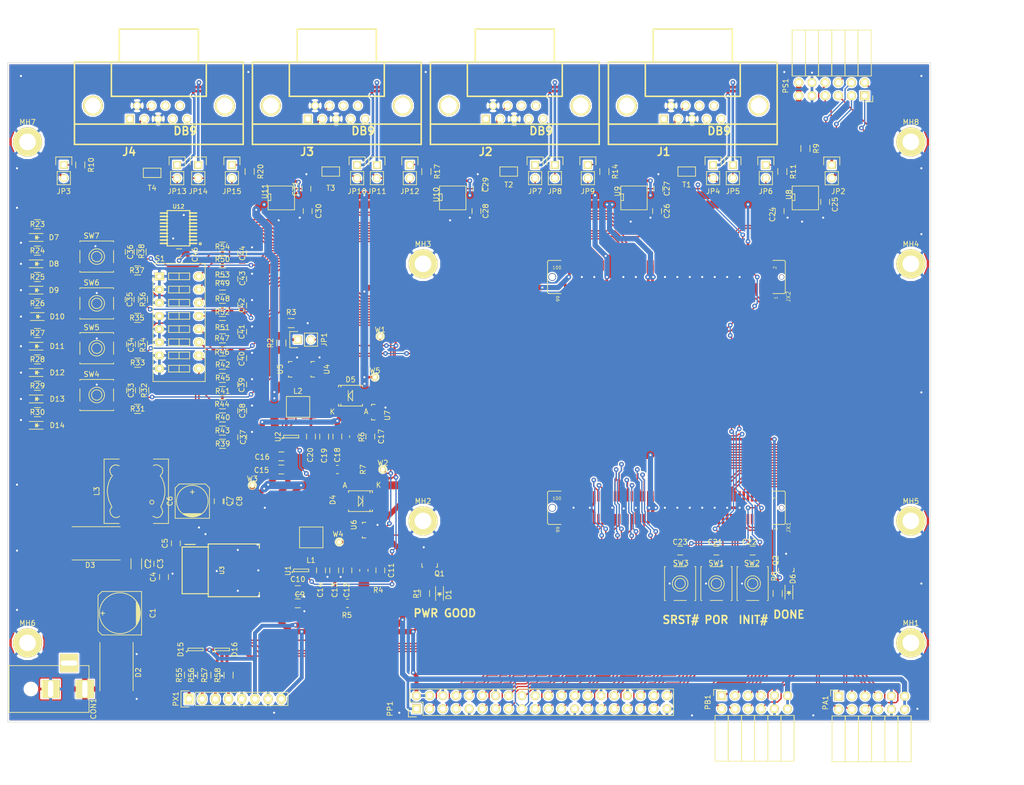
<source format=kicad_pcb>
(kicad_pcb (version 4) (host pcbnew 4.0.2-stable)

  (general
    (links 511)
    (no_connects 0)
    (area -177.850001 -63.550001 0.050001 63.550001)
    (thickness 1.5)
    (drawings 19)
    (tracks 3180)
    (zones 0)
    (modules 179)
    (nets 170)
  )

  (page A4)
  (title_block
    (title "MicroZed CAN Carrier Board")
    (rev A)
    (company "FEE CTU")
  )

  (layers
    (0 F.Cu signal)
    (31 B.Cu signal)
    (32 B.Adhes user)
    (33 F.Adhes user)
    (34 B.Paste user)
    (35 F.Paste user)
    (36 B.SilkS user)
    (37 F.SilkS user)
    (38 B.Mask user)
    (39 F.Mask user)
    (40 Dwgs.User user)
    (41 Cmts.User user)
    (42 Eco1.User user)
    (43 Eco2.User user)
    (44 Edge.Cuts user)
    (45 Margin user)
    (46 B.CrtYd user)
    (47 F.CrtYd user)
    (48 B.Fab user)
    (49 F.Fab user)
  )

  (setup
    (last_trace_width 0.254)
    (user_trace_width 0.254)
    (user_trace_width 0.508)
    (user_trace_width 0.762)
    (user_trace_width 1.016)
    (user_trace_width 1.27)
    (user_trace_width 1.524)
    (user_trace_width 2.54)
    (trace_clearance 0.254)
    (zone_clearance 0.254)
    (zone_45_only yes)
    (trace_min 0.254)
    (segment_width 0.2)
    (edge_width 0.1)
    (via_size 0.9144)
    (via_drill 0.4)
    (via_min_size 0.25)
    (via_min_drill 0.25)
    (uvia_size 0.3)
    (uvia_drill 0.1)
    (uvias_allowed no)
    (uvia_min_size 0)
    (uvia_min_drill 0)
    (pcb_text_width 0.3)
    (pcb_text_size 1.5 1.5)
    (mod_edge_width 0.15)
    (mod_text_size 1 1)
    (mod_text_width 0.15)
    (pad_size 8 2.41)
    (pad_drill 0)
    (pad_to_mask_clearance 0.1)
    (solder_mask_min_width 0.1)
    (aux_axis_origin -177.8 -63.5)
    (visible_elements FFFEFF7F)
    (pcbplotparams
      (layerselection 0x010f0_80000001)
      (usegerberextensions false)
      (excludeedgelayer true)
      (linewidth 0.100000)
      (plotframeref false)
      (viasonmask true)
      (mode 1)
      (useauxorigin true)
      (hpglpennumber 1)
      (hpglpenspeed 20)
      (hpglpendiameter 15)
      (hpglpenoverlay 2)
      (psnegative false)
      (psa4output false)
      (plotreference true)
      (plotvalue false)
      (plotinvisibletext false)
      (padsonsilk false)
      (subtractmaskfromsilk true)
      (outputformat 1)
      (mirror false)
      (drillshape 0)
      (scaleselection 1)
      (outputdirectory output/))
  )

  (net 0 "")
  (net 1 "/MicroHeader JX2/PG_MODULE")
  (net 2 GND)
  (net 3 "/MicroHeader JX1/CARRIER_SRST#")
  (net 4 +5V)
  (net 5 VCCIO_34)
  (net 6 "/MicroHeader JX1/FPGA_DONE")
  (net 7 "/MicroHeader JX2/VCCIO_EN")
  (net 8 VCCIO_35)
  (net 9 "/MicroHeader JX2/INIT#")
  (net 10 "Net-(D1-Pad2)")
  (net 11 /Power/VIN_24)
  (net 12 "Net-(D1-Pad1)")
  (net 13 "Net-(CON1-Pad1)")
  (net 14 "Net-(D6-Pad2)")
  (net 15 "Net-(D6-Pad1)")
  (net 16 "Net-(D7-Pad2)")
  (net 17 "Net-(D8-Pad2)")
  (net 18 "Net-(D9-Pad2)")
  (net 19 "Net-(D10-Pad2)")
  (net 20 "Net-(D11-Pad2)")
  (net 21 "Net-(D12-Pad2)")
  (net 22 "Net-(D13-Pad2)")
  (net 23 "Net-(R23-Pad2)")
  (net 24 "Net-(R31-Pad2)")
  (net 25 /Power/PWR_EN)
  (net 26 "/MicroHeader JX2/PS2")
  (net 27 "/MicroHeader JX2/PS4")
  (net 28 "/MicroHeader JX2/PS8")
  (net 29 "/MicroHeader JX2/PS10")
  (net 30 "/MicroHeader JX2/PS9")
  (net 31 "/MicroHeader JX2/PS7")
  (net 32 "/MicroHeader JX2/PS3")
  (net 33 "/MicroHeader JX2/PS1")
  (net 34 "Net-(L1-Pad1)")
  (net 35 "Net-(D14-Pad2)")
  (net 36 "Net-(JP1-Pad1)")
  (net 37 "Net-(L2-Pad1)")
  (net 38 "Net-(R24-Pad2)")
  (net 39 "Net-(R25-Pad2)")
  (net 40 "Net-(R26-Pad2)")
  (net 41 "Net-(R27-Pad2)")
  (net 42 "Net-(R28-Pad2)")
  (net 43 "Net-(R29-Pad2)")
  (net 44 "Net-(R30-Pad2)")
  (net 45 "Net-(R33-Pad2)")
  (net 46 "Net-(R35-Pad2)")
  (net 47 "Net-(R37-Pad2)")
  (net 48 "Net-(R43-Pad2)")
  (net 49 "Net-(R44-Pad2)")
  (net 50 "Net-(R45-Pad2)")
  (net 51 "Net-(R46-Pad2)")
  (net 52 "Net-(R47-Pad2)")
  (net 53 "Net-(R48-Pad2)")
  (net 54 "Net-(R49-Pad2)")
  (net 55 "Net-(R50-Pad2)")
  (net 56 "Net-(C4-Pad1)")
  (net 57 "Net-(C5-Pad1)")
  (net 58 "Net-(C5-Pad2)")
  (net 59 "Net-(C11-Pad2)")
  (net 60 "Net-(C17-Pad2)")
  (net 61 "Net-(JP6-Pad1)")
  (net 62 "Net-(JP9-Pad1)")
  (net 63 "Net-(JP12-Pad1)")
  (net 64 "Net-(JP15-Pad1)")
  (net 65 "Net-(JP2-Pad1)")
  (net 66 "Net-(JP3-Pad1)")
  (net 67 "/MicroHeader JX2/sheet5713CF9B/KEY1")
  (net 68 "/MicroHeader JX2/sheet5713CF9B/KEY2")
  (net 69 "/MicroHeader JX2/sheet5713CF9B/KEY3")
  (net 70 "/MicroHeader JX2/sheet5713CF9B/KEY4")
  (net 71 "/MicroHeader JX2/sheet5713CF9B/SW1")
  (net 72 "/MicroHeader JX2/sheet5713CF9B/SW2")
  (net 73 "/MicroHeader JX2/sheet5713CF9B/SW3")
  (net 74 "/MicroHeader JX2/sheet5713CF9B/SW4")
  (net 75 "/MicroHeader JX2/sheet5713CF9B/SW5")
  (net 76 "/MicroHeader JX2/sheet5713CF9B/SW6")
  (net 77 "/MicroHeader JX2/sheet5713CF9B/SW7")
  (net 78 "/MicroHeader JX2/sheet5713CF9B/SW8")
  (net 79 "/MicroHeader JX2/sheet5713CF9A/CAN 1/CONN_CAN-")
  (net 80 "/MicroHeader JX2/sheet5713CF9A/CAN 1/CONN_CAN+")
  (net 81 "/MicroHeader JX2/sheet5713CF9A/CAN 2/CONN_CAN-")
  (net 82 "/MicroHeader JX2/sheet5713CF9A/CAN 2/CONN_CAN+")
  (net 83 "/MicroHeader JX2/sheet5713CF9A/CAN 3/CONN_CAN-")
  (net 84 "/MicroHeader JX2/sheet5713CF9A/CAN 3/CONN_CAN+")
  (net 85 "/MicroHeader JX2/sheet5713CF9A/CAN 4/CONN_CAN-")
  (net 86 "/MicroHeader JX2/sheet5713CF9A/CAN 4/CONN_CAN+")
  (net 87 "/MicroHeader JX2/sheet5713CF9A/CAN 1/COM_CAN-")
  (net 88 "/MicroHeader JX2/sheet5713CF9A/CAN 1/CAN-")
  (net 89 "/MicroHeader JX2/sheet5713CF9A/CAN 1/CAN+")
  (net 90 "/MicroHeader JX2/sheet5713CF9A/CAN 1/COM_CAN+")
  (net 91 "/MicroHeader JX2/sheet5713CF9A/CAN 2/CAN-")
  (net 92 "/MicroHeader JX2/sheet5713CF9A/CAN 2/CAN+")
  (net 93 "/MicroHeader JX2/sheet5713CF9A/CAN 3/CAN-")
  (net 94 "/MicroHeader JX2/sheet5713CF9A/CAN 3/CAN+")
  (net 95 "/MicroHeader JX2/sheet5713CF9A/CAN 4/CAN-")
  (net 96 "/MicroHeader JX2/sheet5713CF9A/CAN 4/CAN+")
  (net 97 "/MicroHeader JX1/PP_GPIO2_SDA")
  (net 98 "/MicroHeader JX1/PP_GPIO3_SCL")
  (net 99 "/MicroHeader JX1/PP_GPIO4")
  (net 100 "/MicroHeader JX1/PP_GPIO17")
  (net 101 "/MicroHeader JX1/PP_GPIO27")
  (net 102 "/MicroHeader JX1/PP_GPIO22")
  (net 103 "/MicroHeader JX1/PP_GPIO10_MOSI")
  (net 104 "/MicroHeader JX1/PP_GPIO9_MISO")
  (net 105 "/MicroHeader JX1/PP_GPIO11_SCLK")
  (net 106 "/MicroHeader JX1/PP_ID_SD")
  (net 107 "/MicroHeader JX1/PP_GPIO5")
  (net 108 "/MicroHeader JX1/PP_GPIO6")
  (net 109 "/MicroHeader JX1/PP_GPIO13")
  (net 110 "/MicroHeader JX1/PP_GPIO19")
  (net 111 "/MicroHeader JX1/PP_GPIO26")
  (net 112 "/MicroHeader JX1/PP_GPIO21")
  (net 113 "/MicroHeader JX1/PP_GPIO20")
  (net 114 "/MicroHeader JX1/PP_GPIO16")
  (net 115 "/MicroHeader JX1/PP_GPIO12")
  (net 116 "/MicroHeader JX1/PP_ID_SC")
  (net 117 "/MicroHeader JX1/PP_GPIO7_CE1")
  (net 118 "/MicroHeader JX1/PP_GPIO8_CE0")
  (net 119 "/MicroHeader JX1/PP_GPIO25")
  (net 120 "/MicroHeader JX1/PP_GPIO24")
  (net 121 "/MicroHeader JX1/PP_GPIO23")
  (net 122 "/MicroHeader JX1/PP_GPIO18_PWM")
  (net 123 "/MicroHeader JX1/PP_GPIO15_RXD")
  (net 124 "/MicroHeader JX1/PP_GPIO14_TXD")
  (net 125 "/MicroHeader JX1/PX4")
  (net 126 "/MicroHeader JX1/PX3")
  (net 127 "/MicroHeader JX1/PX2")
  (net 128 "/MicroHeader JX1/PX1")
  (net 129 "/MicroHeader JX2/sheet5713CF9A/CAN_STBY")
  (net 130 "/MicroHeader JX2/sheet5713CF9A/CAN4_RXD")
  (net 131 "/MicroHeader JX2/sheet5713CF9A/CAN4_TXD")
  (net 132 "/MicroHeader JX2/sheet5713CF9A/CAN3_RXD")
  (net 133 "/MicroHeader JX2/sheet5713CF9A/CAN3_TXD")
  (net 134 "/MicroHeader JX2/sheet5713CF9A/CAN2_RXD")
  (net 135 "/MicroHeader JX2/sheet5713CF9A/CAN2_TXD")
  (net 136 "/MicroHeader JX2/sheet5713CF9A/CAN1_RXD")
  (net 137 "/MicroHeader JX2/sheet5713CF9A/CAN1_TXD")
  (net 138 "/MicroHeader JX2/sheet5713CF9B/LED8")
  (net 139 "/MicroHeader JX2/sheet5713CF9B/LED7")
  (net 140 "/MicroHeader JX2/sheet5713CF9B/LED6")
  (net 141 "/MicroHeader JX2/sheet5713CF9B/LED5")
  (net 142 "/MicroHeader JX2/sheet5713CF9B/LED4")
  (net 143 "/MicroHeader JX2/sheet5713CF9B/LED3")
  (net 144 "/MicroHeader JX2/sheet5713CF9B/LED2")
  (net 145 "/MicroHeader JX2/sheet5713CF9B/LED1")
  (net 146 "/MicroHeader JX1/CON_PX1")
  (net 147 "/MicroHeader JX1/CON_PX2")
  (net 148 "/MicroHeader JX1/CON_PX3")
  (net 149 "/MicroHeader JX1/CON_PX4")
  (net 150 "Net-(PX1-Pad1)")
  (net 151 "Net-(PX1-Pad2)")
  (net 152 "Net-(PX1-Pad3)")
  (net 153 "Net-(PX1-Pad4)")
  (net 154 "/MicroHeader JX1/PB7_8_P")
  (net 155 "/MicroHeader JX1/PB7_8_N")
  (net 156 "/MicroHeader JX1/PB1_2_P")
  (net 157 "/MicroHeader JX1/PB1_2_N")
  (net 158 "/MicroHeader JX1/PB3_4_P")
  (net 159 "/MicroHeader JX1/PB3_4_N")
  (net 160 "/MicroHeader JX1/PB9_10_P")
  (net 161 "/MicroHeader JX1/PB9_10_N")
  (net 162 "/MicroHeader JX1/PA9_10_N")
  (net 163 "/MicroHeader JX1/PA9_10_P")
  (net 164 "/MicroHeader JX1/PA7_8_N")
  (net 165 "/MicroHeader JX1/PA7_8_P")
  (net 166 "/MicroHeader JX1/PA3_4_N")
  (net 167 "/MicroHeader JX1/PA3_4_P")
  (net 168 "/MicroHeader JX1/PA1_2_N")
  (net 169 "/MicroHeader JX1/PA1_2_P")

  (net_class Default "This is the default net class."
    (clearance 0.254)
    (trace_width 0.254)
    (via_dia 0.9144)
    (via_drill 0.4)
    (uvia_dia 0.3)
    (uvia_drill 0.1)
    (add_net "/MicroHeader JX1/CARRIER_SRST#")
    (add_net "/MicroHeader JX1/CON_PX1")
    (add_net "/MicroHeader JX1/CON_PX2")
    (add_net "/MicroHeader JX1/CON_PX3")
    (add_net "/MicroHeader JX1/CON_PX4")
    (add_net "/MicroHeader JX1/FPGA_DONE")
    (add_net "/MicroHeader JX1/PA1_2_N")
    (add_net "/MicroHeader JX1/PA1_2_P")
    (add_net "/MicroHeader JX1/PA3_4_N")
    (add_net "/MicroHeader JX1/PA3_4_P")
    (add_net "/MicroHeader JX1/PA7_8_N")
    (add_net "/MicroHeader JX1/PA7_8_P")
    (add_net "/MicroHeader JX1/PA9_10_N")
    (add_net "/MicroHeader JX1/PA9_10_P")
    (add_net "/MicroHeader JX1/PB1_2_N")
    (add_net "/MicroHeader JX1/PB1_2_P")
    (add_net "/MicroHeader JX1/PB3_4_N")
    (add_net "/MicroHeader JX1/PB3_4_P")
    (add_net "/MicroHeader JX1/PB7_8_N")
    (add_net "/MicroHeader JX1/PB7_8_P")
    (add_net "/MicroHeader JX1/PB9_10_N")
    (add_net "/MicroHeader JX1/PB9_10_P")
    (add_net "/MicroHeader JX1/PP_GPIO10_MOSI")
    (add_net "/MicroHeader JX1/PP_GPIO11_SCLK")
    (add_net "/MicroHeader JX1/PP_GPIO12")
    (add_net "/MicroHeader JX1/PP_GPIO13")
    (add_net "/MicroHeader JX1/PP_GPIO14_TXD")
    (add_net "/MicroHeader JX1/PP_GPIO15_RXD")
    (add_net "/MicroHeader JX1/PP_GPIO16")
    (add_net "/MicroHeader JX1/PP_GPIO17")
    (add_net "/MicroHeader JX1/PP_GPIO18_PWM")
    (add_net "/MicroHeader JX1/PP_GPIO19")
    (add_net "/MicroHeader JX1/PP_GPIO20")
    (add_net "/MicroHeader JX1/PP_GPIO21")
    (add_net "/MicroHeader JX1/PP_GPIO22")
    (add_net "/MicroHeader JX1/PP_GPIO23")
    (add_net "/MicroHeader JX1/PP_GPIO24")
    (add_net "/MicroHeader JX1/PP_GPIO25")
    (add_net "/MicroHeader JX1/PP_GPIO26")
    (add_net "/MicroHeader JX1/PP_GPIO27")
    (add_net "/MicroHeader JX1/PP_GPIO2_SDA")
    (add_net "/MicroHeader JX1/PP_GPIO3_SCL")
    (add_net "/MicroHeader JX1/PP_GPIO4")
    (add_net "/MicroHeader JX1/PP_GPIO5")
    (add_net "/MicroHeader JX1/PP_GPIO6")
    (add_net "/MicroHeader JX1/PP_GPIO7_CE1")
    (add_net "/MicroHeader JX1/PP_GPIO8_CE0")
    (add_net "/MicroHeader JX1/PP_GPIO9_MISO")
    (add_net "/MicroHeader JX1/PP_ID_SC")
    (add_net "/MicroHeader JX1/PP_ID_SD")
    (add_net "/MicroHeader JX1/PX1")
    (add_net "/MicroHeader JX1/PX2")
    (add_net "/MicroHeader JX1/PX3")
    (add_net "/MicroHeader JX1/PX4")
    (add_net "/MicroHeader JX2/INIT#")
    (add_net "/MicroHeader JX2/PG_MODULE")
    (add_net "/MicroHeader JX2/PS1")
    (add_net "/MicroHeader JX2/PS10")
    (add_net "/MicroHeader JX2/PS2")
    (add_net "/MicroHeader JX2/PS3")
    (add_net "/MicroHeader JX2/PS4")
    (add_net "/MicroHeader JX2/PS7")
    (add_net "/MicroHeader JX2/PS8")
    (add_net "/MicroHeader JX2/PS9")
    (add_net "/MicroHeader JX2/VCCIO_EN")
    (add_net "/MicroHeader JX2/sheet5713CF9A/CAN 1/CAN+")
    (add_net "/MicroHeader JX2/sheet5713CF9A/CAN 1/CAN-")
    (add_net "/MicroHeader JX2/sheet5713CF9A/CAN 1/CONN_CAN+")
    (add_net "/MicroHeader JX2/sheet5713CF9A/CAN 1/CONN_CAN-")
    (add_net "/MicroHeader JX2/sheet5713CF9A/CAN 2/CAN+")
    (add_net "/MicroHeader JX2/sheet5713CF9A/CAN 2/CAN-")
    (add_net "/MicroHeader JX2/sheet5713CF9A/CAN 2/CONN_CAN+")
    (add_net "/MicroHeader JX2/sheet5713CF9A/CAN 2/CONN_CAN-")
    (add_net "/MicroHeader JX2/sheet5713CF9A/CAN 3/CAN+")
    (add_net "/MicroHeader JX2/sheet5713CF9A/CAN 3/CAN-")
    (add_net "/MicroHeader JX2/sheet5713CF9A/CAN 3/CONN_CAN+")
    (add_net "/MicroHeader JX2/sheet5713CF9A/CAN 3/CONN_CAN-")
    (add_net "/MicroHeader JX2/sheet5713CF9A/CAN 4/CAN+")
    (add_net "/MicroHeader JX2/sheet5713CF9A/CAN 4/CAN-")
    (add_net "/MicroHeader JX2/sheet5713CF9A/CAN 4/CONN_CAN+")
    (add_net "/MicroHeader JX2/sheet5713CF9A/CAN 4/CONN_CAN-")
    (add_net "/MicroHeader JX2/sheet5713CF9A/CAN1_RXD")
    (add_net "/MicroHeader JX2/sheet5713CF9A/CAN1_TXD")
    (add_net "/MicroHeader JX2/sheet5713CF9A/CAN2_RXD")
    (add_net "/MicroHeader JX2/sheet5713CF9A/CAN2_TXD")
    (add_net "/MicroHeader JX2/sheet5713CF9A/CAN3_RXD")
    (add_net "/MicroHeader JX2/sheet5713CF9A/CAN3_TXD")
    (add_net "/MicroHeader JX2/sheet5713CF9A/CAN4_RXD")
    (add_net "/MicroHeader JX2/sheet5713CF9A/CAN4_TXD")
    (add_net "/MicroHeader JX2/sheet5713CF9A/CAN_STBY")
    (add_net "/MicroHeader JX2/sheet5713CF9B/KEY1")
    (add_net "/MicroHeader JX2/sheet5713CF9B/KEY2")
    (add_net "/MicroHeader JX2/sheet5713CF9B/KEY3")
    (add_net "/MicroHeader JX2/sheet5713CF9B/KEY4")
    (add_net "/MicroHeader JX2/sheet5713CF9B/LED1")
    (add_net "/MicroHeader JX2/sheet5713CF9B/LED2")
    (add_net "/MicroHeader JX2/sheet5713CF9B/LED3")
    (add_net "/MicroHeader JX2/sheet5713CF9B/LED4")
    (add_net "/MicroHeader JX2/sheet5713CF9B/LED5")
    (add_net "/MicroHeader JX2/sheet5713CF9B/LED6")
    (add_net "/MicroHeader JX2/sheet5713CF9B/LED7")
    (add_net "/MicroHeader JX2/sheet5713CF9B/LED8")
    (add_net "/MicroHeader JX2/sheet5713CF9B/SW1")
    (add_net "/MicroHeader JX2/sheet5713CF9B/SW2")
    (add_net "/MicroHeader JX2/sheet5713CF9B/SW3")
    (add_net "/MicroHeader JX2/sheet5713CF9B/SW4")
    (add_net "/MicroHeader JX2/sheet5713CF9B/SW5")
    (add_net "/MicroHeader JX2/sheet5713CF9B/SW6")
    (add_net "/MicroHeader JX2/sheet5713CF9B/SW7")
    (add_net "/MicroHeader JX2/sheet5713CF9B/SW8")
    (add_net /Power/PWR_EN)
    (add_net "Net-(C11-Pad2)")
    (add_net "Net-(C17-Pad2)")
    (add_net "Net-(C4-Pad1)")
    (add_net "Net-(C5-Pad2)")
    (add_net "Net-(D1-Pad1)")
    (add_net "Net-(D1-Pad2)")
    (add_net "Net-(D10-Pad2)")
    (add_net "Net-(D11-Pad2)")
    (add_net "Net-(D12-Pad2)")
    (add_net "Net-(D13-Pad2)")
    (add_net "Net-(D14-Pad2)")
    (add_net "Net-(D6-Pad1)")
    (add_net "Net-(D6-Pad2)")
    (add_net "Net-(D7-Pad2)")
    (add_net "Net-(D8-Pad2)")
    (add_net "Net-(D9-Pad2)")
    (add_net "Net-(JP1-Pad1)")
    (add_net "Net-(JP12-Pad1)")
    (add_net "Net-(JP15-Pad1)")
    (add_net "Net-(JP2-Pad1)")
    (add_net "Net-(JP3-Pad1)")
    (add_net "Net-(JP6-Pad1)")
    (add_net "Net-(JP9-Pad1)")
    (add_net "Net-(PX1-Pad1)")
    (add_net "Net-(PX1-Pad2)")
    (add_net "Net-(PX1-Pad3)")
    (add_net "Net-(PX1-Pad4)")
    (add_net "Net-(R23-Pad2)")
    (add_net "Net-(R24-Pad2)")
    (add_net "Net-(R25-Pad2)")
    (add_net "Net-(R26-Pad2)")
    (add_net "Net-(R27-Pad2)")
    (add_net "Net-(R28-Pad2)")
    (add_net "Net-(R29-Pad2)")
    (add_net "Net-(R30-Pad2)")
    (add_net "Net-(R31-Pad2)")
    (add_net "Net-(R33-Pad2)")
    (add_net "Net-(R35-Pad2)")
    (add_net "Net-(R37-Pad2)")
    (add_net "Net-(R43-Pad2)")
    (add_net "Net-(R44-Pad2)")
    (add_net "Net-(R45-Pad2)")
    (add_net "Net-(R46-Pad2)")
    (add_net "Net-(R47-Pad2)")
    (add_net "Net-(R48-Pad2)")
    (add_net "Net-(R49-Pad2)")
    (add_net "Net-(R50-Pad2)")
  )

  (net_class COM_CAN ""
    (clearance 0.254)
    (trace_width 0.508)
    (via_dia 0.9144)
    (via_drill 0.4)
    (uvia_dia 0.3)
    (uvia_drill 0.1)
    (add_net "/MicroHeader JX2/sheet5713CF9A/CAN 1/COM_CAN+")
    (add_net "/MicroHeader JX2/sheet5713CF9A/CAN 1/COM_CAN-")
  )

  (net_class Power ""
    (clearance 0.254)
    (trace_width 0.508)
    (via_dia 0.9144)
    (via_drill 0.4)
    (uvia_dia 0.3)
    (uvia_drill 0.1)
    (add_net GND)
    (add_net "Net-(C5-Pad1)")
    (add_net "Net-(L1-Pad1)")
    (add_net "Net-(L2-Pad1)")
    (add_net VCCIO_34)
  )

  (net_class "Power Strong" ""
    (clearance 0.254)
    (trace_width 1.016)
    (via_dia 0.9144)
    (via_drill 0.4)
    (uvia_dia 0.3)
    (uvia_drill 0.1)
    (add_net +5V)
    (add_net VCCIO_35)
  )

  (net_class "Power Xtra Strong" ""
    (clearance 0.254)
    (trace_width 2.54)
    (via_dia 0.9144)
    (via_drill 0.4)
    (uvia_dia 0.3)
    (uvia_drill 0.1)
    (add_net /Power/VIN_24)
    (add_net "Net-(CON1-Pad1)")
  )

  (module footprints:PMOD_Angled (layer F.Cu) (tedit 571642A2) (tstamp 57166248)
    (at -17.715 58.52)
    (descr "Through hole socket strip")
    (tags "socket strip")
    (path /56EC0B74/57134C13)
    (fp_text reference PA1 (at -2.54 1.27 90) (layer F.SilkS)
      (effects (font (size 1 1) (thickness 0.15)))
    )
    (fp_text value PMOD (at 0 -2.6) (layer F.Fab)
      (effects (font (size 1 1) (thickness 0.15)))
    )
    (fp_line (start -1.75 -1.35) (end -1.75 13.15) (layer F.CrtYd) (width 0.05))
    (fp_line (start 14.45 -1.35) (end 14.45 13.15) (layer F.CrtYd) (width 0.05))
    (fp_line (start -1.75 -1.35) (end 14.45 -1.35) (layer F.CrtYd) (width 0.05))
    (fp_line (start -1.75 13.15) (end 14.45 13.15) (layer F.CrtYd) (width 0.05))
    (fp_line (start 13.97 12.64) (end 13.97 3.81) (layer F.SilkS) (width 0.15))
    (fp_line (start 11.43 12.64) (end 13.97 12.64) (layer F.SilkS) (width 0.15))
    (fp_line (start 11.43 3.81) (end 13.97 3.81) (layer F.SilkS) (width 0.15))
    (fp_line (start 13.97 3.81) (end 13.97 12.64) (layer F.SilkS) (width 0.15))
    (fp_line (start 11.43 3.81) (end 11.43 12.64) (layer F.SilkS) (width 0.15))
    (fp_line (start 8.89 3.81) (end 11.43 3.81) (layer F.SilkS) (width 0.15))
    (fp_line (start 8.89 12.64) (end 11.43 12.64) (layer F.SilkS) (width 0.15))
    (fp_line (start 11.43 12.64) (end 11.43 3.81) (layer F.SilkS) (width 0.15))
    (fp_line (start 8.89 12.64) (end 8.89 3.81) (layer F.SilkS) (width 0.15))
    (fp_line (start 6.35 12.64) (end 8.89 12.64) (layer F.SilkS) (width 0.15))
    (fp_line (start 6.35 3.81) (end 8.89 3.81) (layer F.SilkS) (width 0.15))
    (fp_line (start 8.89 3.81) (end 8.89 12.64) (layer F.SilkS) (width 0.15))
    (fp_line (start 6.35 3.81) (end 6.35 12.64) (layer F.SilkS) (width 0.15))
    (fp_line (start 3.81 3.81) (end 6.35 3.81) (layer F.SilkS) (width 0.15))
    (fp_line (start 3.81 12.64) (end 6.35 12.64) (layer F.SilkS) (width 0.15))
    (fp_line (start 6.35 12.64) (end 6.35 3.81) (layer F.SilkS) (width 0.15))
    (fp_line (start 3.81 12.64) (end 3.81 3.81) (layer F.SilkS) (width 0.15))
    (fp_line (start 1.27 12.64) (end 3.81 12.64) (layer F.SilkS) (width 0.15))
    (fp_line (start 1.27 3.81) (end 3.81 3.81) (layer F.SilkS) (width 0.15))
    (fp_line (start 3.81 3.81) (end 3.81 12.64) (layer F.SilkS) (width 0.15))
    (fp_line (start 1.27 3.81) (end 1.27 12.64) (layer F.SilkS) (width 0.15))
    (fp_line (start -1.27 3.81) (end 1.27 3.81) (layer F.SilkS) (width 0.15))
    (fp_line (start 0 -1.15) (end -1.55 -1.15) (layer F.SilkS) (width 0.15))
    (fp_line (start -1.55 -1.15) (end -1.55 0) (layer F.SilkS) (width 0.15))
    (fp_line (start -1.27 3.81) (end -1.27 12.64) (layer F.SilkS) (width 0.15))
    (fp_line (start -1.27 12.64) (end 1.27 12.64) (layer F.SilkS) (width 0.15))
    (fp_line (start 1.27 12.64) (end 1.27 3.81) (layer F.SilkS) (width 0.15))
    (pad 1 thru_hole rect (at 0 0) (size 1.7272 1.7272) (drill 1.016) (layers *.Cu *.Mask F.SilkS)
      (net 169 "/MicroHeader JX1/PA1_2_P"))
    (pad 7 thru_hole oval (at 0 2.54) (size 1.7272 1.7272) (drill 1.016) (layers *.Cu *.Mask F.SilkS)
      (net 165 "/MicroHeader JX1/PA7_8_P"))
    (pad 2 thru_hole oval (at 2.54 0) (size 1.7272 1.7272) (drill 1.016) (layers *.Cu *.Mask F.SilkS)
      (net 168 "/MicroHeader JX1/PA1_2_N"))
    (pad 8 thru_hole oval (at 2.54 2.54) (size 1.7272 1.7272) (drill 1.016) (layers *.Cu *.Mask F.SilkS)
      (net 164 "/MicroHeader JX1/PA7_8_N"))
    (pad 3 thru_hole oval (at 5.08 0) (size 1.7272 1.7272) (drill 1.016) (layers *.Cu *.Mask F.SilkS)
      (net 167 "/MicroHeader JX1/PA3_4_P"))
    (pad 9 thru_hole oval (at 5.08 2.54) (size 1.7272 1.7272) (drill 1.016) (layers *.Cu *.Mask F.SilkS)
      (net 163 "/MicroHeader JX1/PA9_10_P"))
    (pad 4 thru_hole oval (at 7.62 0) (size 1.7272 1.7272) (drill 1.016) (layers *.Cu *.Mask F.SilkS)
      (net 166 "/MicroHeader JX1/PA3_4_N"))
    (pad 10 thru_hole oval (at 7.62 2.54) (size 1.7272 1.7272) (drill 1.016) (layers *.Cu *.Mask F.SilkS)
      (net 162 "/MicroHeader JX1/PA9_10_N"))
    (pad 5 thru_hole oval (at 10.16 0) (size 1.7272 1.7272) (drill 1.016) (layers *.Cu *.Mask F.SilkS)
      (net 2 GND))
    (pad 11 thru_hole oval (at 10.16 2.54) (size 1.7272 1.7272) (drill 1.016) (layers *.Cu *.Mask F.SilkS)
      (net 2 GND))
    (pad 6 thru_hole oval (at 12.7 0) (size 1.7272 1.7272) (drill 1.016) (layers *.Cu *.Mask F.SilkS)
      (net 5 VCCIO_34))
    (pad 12 thru_hole oval (at 12.7 2.54) (size 1.7272 1.7272) (drill 1.016) (layers *.Cu *.Mask F.SilkS)
      (net 5 VCCIO_34))
    (model Socket_Strips.3dshapes/Socket_Strip_Angled_2x06.wrl
      (at (xyz 0.25 -0.05 0))
      (scale (xyz 1 1 1))
      (rotate (xyz 0 0 180))
    )
  )

  (module footprints:TO-263-7-TEXAS (layer F.Cu) (tedit 5717432B) (tstamp 570B58A1)
    (at -136.525 34.29 270)
    (path /56E8FE78/570B4386)
    (attr smd)
    (fp_text reference U3 (at 0 0 270) (layer F.SilkS)
      (effects (font (size 0.8 0.8) (thickness 0.15)))
    )
    (fp_text value LM2676S-5.0 (at 0 0 270) (layer F.Fab)
      (effects (font (size 0.8 0.8) (thickness 0.15)))
    )
    (fp_line (start 4.25 -7.45) (end 4.25 -8.5) (layer F.CrtYd) (width 0.2))
    (fp_line (start 4.25 -8.5) (end -4.25 -8.5) (layer F.CrtYd) (width 0.2))
    (fp_line (start -4.25 -8.5) (end -4.25 -7.45) (layer F.CrtYd) (width 0.2))
    (fp_line (start 4.25 -7.45) (end 5.33 -7.45) (layer F.CrtYd) (width 0.2))
    (fp_line (start -5.33 -7.45) (end -4.25 -7.45) (layer F.CrtYd) (width 0.2))
    (fp_line (start 4.25 -7.2) (end 5.08 -7.2) (layer F.SilkS) (width 0.2))
    (fp_line (start -5 7.15) (end -5 5.15) (layer F.SilkS) (width 0.2))
    (fp_line (start -4.5 2.65) (end -4.5 7.68) (layer F.SilkS) (width 0.2))
    (fp_line (start -4.5 7.68) (end 4.5 7.68) (layer F.SilkS) (width 0.2))
    (fp_line (start 4.5 7.68) (end 4.5 2.65) (layer F.SilkS) (width 0.2))
    (fp_line (start 5.08 -7.2) (end 5.08 2.65) (layer F.SilkS) (width 0.2))
    (fp_line (start 5.08 2.65) (end -5.08 2.65) (layer F.SilkS) (width 0.2))
    (fp_line (start -5.08 2.65) (end -5.08 -7.2) (layer F.SilkS) (width 0.2))
    (fp_line (start -5.08 -7.2) (end -4.25 -7.2) (layer F.SilkS) (width 0.2))
    (fp_line (start 5.33 -7.45) (end 5.33 7.68) (layer F.CrtYd) (width 0.2))
    (fp_line (start 5.33 7.68) (end -5.33 7.68) (layer F.CrtYd) (width 0.2))
    (fp_line (start -5.33 7.68) (end -5.33 -7.45) (layer F.CrtYd) (width 0.2))
    (fp_line (start -5.08 -7.2) (end 5.08 -7.2) (layer F.Fab) (width 0.2))
    (fp_line (start 5.08 -7.2) (end 5.08 2.65) (layer F.Fab) (width 0.2))
    (fp_line (start 5.08 2.65) (end -5.08 2.65) (layer F.Fab) (width 0.2))
    (fp_line (start -5.08 2.65) (end -5.08 -7.2) (layer F.Fab) (width 0.2))
    (pad 4 smd rect (at 0 -3 270) (size 5.59 6.35) (layers F.Cu F.Paste F.Mask)
      (net 2 GND))
    (pad 1 smd rect (at -3.81 6.225 270) (size 0.91 2.41) (layers F.Cu F.Paste F.Mask)
      (net 57 "Net-(C5-Pad1)"))
    (pad 2 smd rect (at -2.54 6.225 270) (size 0.91 2.41) (layers F.Cu F.Paste F.Mask)
      (net 11 /Power/VIN_24))
    (pad 3 smd rect (at -1.27 6.225 270) (size 0.91 2.41) (layers F.Cu F.Paste F.Mask)
      (net 58 "Net-(C5-Pad2)"))
    (pad 4 smd rect (at 0 6.225 270) (size 0.91 2.41) (layers F.Cu F.Paste F.Mask)
      (net 2 GND))
    (pad 5 smd rect (at 1.27 6.225 270) (size 0.91 2.41) (layers F.Cu F.Paste F.Mask))
    (pad 6 smd rect (at 2.54 6.225 270) (size 0.91 2.41) (layers F.Cu F.Paste F.Mask)
      (net 4 +5V))
    (pad 7 smd rect (at 3.81 6.225 270) (size 0.91 2.41) (layers F.Cu F.Paste F.Mask)
      (net 56 "Net-(C4-Pad1)"))
    (pad 4 smd rect (at 0 -7 270) (size 8 2.41) (layers F.Cu F.Paste F.Mask)
      (net 2 GND))
    (model smd_trans/d2-pak-7.wrl
      (at (xyz 0 0 0))
      (scale (xyz 1 1 1))
      (rotate (xyz 0 0 0))
    )
  )

  (module Capacitors_SMD:C_0805_HandSoldering (layer F.Cu) (tedit 541A9B8D) (tstamp 5704428C)
    (at -132.635 3.556 90)
    (descr "Capacitor SMD 0805, hand soldering")
    (tags "capacitor 0805")
    (path /56EC20E2/5713D01F/57035AC6)
    (attr smd)
    (fp_text reference C38 (at 0 0.047 90) (layer F.SilkS)
      (effects (font (size 1 1) (thickness 0.15)))
    )
    (fp_text value 10n (at 0 2.1 90) (layer F.Fab)
      (effects (font (size 1 1) (thickness 0.15)))
    )
    (fp_line (start -2.3 -1) (end 2.3 -1) (layer F.CrtYd) (width 0.05))
    (fp_line (start -2.3 1) (end 2.3 1) (layer F.CrtYd) (width 0.05))
    (fp_line (start -2.3 -1) (end -2.3 1) (layer F.CrtYd) (width 0.05))
    (fp_line (start 2.3 -1) (end 2.3 1) (layer F.CrtYd) (width 0.05))
    (fp_line (start 0.5 -0.85) (end -0.5 -0.85) (layer F.SilkS) (width 0.15))
    (fp_line (start -0.5 0.85) (end 0.5 0.85) (layer F.SilkS) (width 0.15))
    (pad 1 smd rect (at -1.25 0 90) (size 1.5 1.25) (layers F.Cu F.Paste F.Mask)
      (net 72 "/MicroHeader JX2/sheet5713CF9B/SW2"))
    (pad 2 smd rect (at 1.25 0 90) (size 1.5 1.25) (layers F.Cu F.Paste F.Mask)
      (net 2 GND))
    (model Capacitors_SMD.3dshapes/C_0805_HandSoldering.wrl
      (at (xyz 0 0 0))
      (scale (xyz 1 1 1))
      (rotate (xyz 0 0 0))
    )
  )

  (module Buttons_Switches_SMD:SW_SPST_EVQP0 (layer F.Cu) (tedit 55DAF695) (tstamp 5704457C)
    (at -160.655 -26.162)
    (descr "Light Touch Switch")
    (path /56EC20E2/5713D01F/570630C2)
    (attr smd)
    (fp_text reference SW7 (at -1 -4) (layer F.SilkS)
      (effects (font (size 1 1) (thickness 0.15)))
    )
    (fp_text value SW_PUSH (at 0 0) (layer F.Fab)
      (effects (font (size 1 1) (thickness 0.15)))
    )
    (fp_line (start -5.25 -3.25) (end 5.25 -3.25) (layer F.CrtYd) (width 0.05))
    (fp_line (start 5.25 -3.25) (end 5.25 3.25) (layer F.CrtYd) (width 0.05))
    (fp_line (start 5.25 3.25) (end -5.25 3.25) (layer F.CrtYd) (width 0.05))
    (fp_line (start -5.25 3.25) (end -5.25 -3.25) (layer F.CrtYd) (width 0.05))
    (fp_line (start 3.25 -3) (end 3.25 -2.8) (layer F.SilkS) (width 0.15))
    (fp_line (start 3.25 3) (end 3.25 2.8) (layer F.SilkS) (width 0.15))
    (fp_line (start -3.25 3) (end -3.25 2.8) (layer F.SilkS) (width 0.15))
    (fp_line (start -3.25 -3) (end -3.25 -2.8) (layer F.SilkS) (width 0.15))
    (fp_line (start -3.25 -1.2) (end -3.25 1.2) (layer F.SilkS) (width 0.15))
    (fp_line (start 3.25 -1.2) (end 3.25 1.2) (layer F.SilkS) (width 0.15))
    (fp_line (start 3.25 -3) (end -3.25 -3) (layer F.SilkS) (width 0.15))
    (fp_line (start -3.25 3) (end 3.25 3) (layer F.SilkS) (width 0.15))
    (fp_circle (center 0 0) (end 1 0) (layer F.SilkS) (width 0.15))
    (fp_circle (center 0 0) (end 1.5 0) (layer F.SilkS) (width 0.15))
    (pad 1 smd rect (at 3.4 -2) (size 3.2 1) (layers F.Cu F.Paste F.Mask)
      (net 2 GND))
    (pad 1 smd rect (at -3.4 -2) (size 3.2 1) (layers F.Cu F.Paste F.Mask)
      (net 2 GND))
    (pad 2 smd rect (at -3.4 2) (size 3.2 1) (layers F.Cu F.Paste F.Mask)
      (net 47 "Net-(R37-Pad2)"))
    (pad 2 smd rect (at 3.4 2) (size 3.2 1) (layers F.Cu F.Paste F.Mask)
      (net 47 "Net-(R37-Pad2)"))
  )

  (module Resistors_SMD:R_0805_HandSoldering (layer F.Cu) (tedit 54189DEE) (tstamp 570444FC)
    (at -152.781 -23.495 180)
    (descr "Resistor SMD 0805, hand soldering")
    (tags "resistor 0805")
    (path /56EC20E2/5713D01F/570630AF)
    (attr smd)
    (fp_text reference R37 (at 0.127 0 180) (layer F.SilkS)
      (effects (font (size 1 1) (thickness 0.15)))
    )
    (fp_text value 100R (at 0 2.1 180) (layer F.Fab)
      (effects (font (size 1 1) (thickness 0.15)))
    )
    (fp_line (start -2.4 -1) (end 2.4 -1) (layer F.CrtYd) (width 0.05))
    (fp_line (start -2.4 1) (end 2.4 1) (layer F.CrtYd) (width 0.05))
    (fp_line (start -2.4 -1) (end -2.4 1) (layer F.CrtYd) (width 0.05))
    (fp_line (start 2.4 -1) (end 2.4 1) (layer F.CrtYd) (width 0.05))
    (fp_line (start 0.6 0.875) (end -0.6 0.875) (layer F.SilkS) (width 0.15))
    (fp_line (start -0.6 -0.875) (end 0.6 -0.875) (layer F.SilkS) (width 0.15))
    (pad 1 smd rect (at -1.35 0 180) (size 1.5 1.3) (layers F.Cu F.Paste F.Mask)
      (net 70 "/MicroHeader JX2/sheet5713CF9B/KEY4"))
    (pad 2 smd rect (at 1.35 0 180) (size 1.5 1.3) (layers F.Cu F.Paste F.Mask)
      (net 47 "Net-(R37-Pad2)"))
    (model Resistors_SMD.3dshapes/R_0805_HandSoldering.wrl
      (at (xyz 0 0 0))
      (scale (xyz 1 1 1))
      (rotate (xyz 0 0 0))
    )
  )

  (module Capacitors_SMD:C_0805_HandSoldering (layer F.Cu) (tedit 541A9B8D) (tstamp 5709144A)
    (at -34.29 30.48 180)
    (descr "Capacitor SMD 0805, hand soldering")
    (tags "capacitor 0805")
    (path /57114B2C)
    (attr smd)
    (fp_text reference C22 (at 0.635 1.651 180) (layer F.SilkS)
      (effects (font (size 1 1) (thickness 0.15)))
    )
    (fp_text value 10n (at 0 2.1 180) (layer F.Fab)
      (effects (font (size 1 1) (thickness 0.15)))
    )
    (fp_line (start -2.3 -1) (end 2.3 -1) (layer F.CrtYd) (width 0.05))
    (fp_line (start -2.3 1) (end 2.3 1) (layer F.CrtYd) (width 0.05))
    (fp_line (start -2.3 -1) (end -2.3 1) (layer F.CrtYd) (width 0.05))
    (fp_line (start 2.3 -1) (end 2.3 1) (layer F.CrtYd) (width 0.05))
    (fp_line (start 0.5 -0.85) (end -0.5 -0.85) (layer F.SilkS) (width 0.15))
    (fp_line (start -0.5 0.85) (end 0.5 0.85) (layer F.SilkS) (width 0.15))
    (pad 1 smd rect (at -1.25 0 180) (size 1.5 1.25) (layers F.Cu F.Paste F.Mask)
      (net 9 "/MicroHeader JX2/INIT#"))
    (pad 2 smd rect (at 1.25 0 180) (size 1.5 1.25) (layers F.Cu F.Paste F.Mask)
      (net 2 GND))
    (model Capacitors_SMD.3dshapes/C_0805_HandSoldering.wrl
      (at (xyz 0 0 0))
      (scale (xyz 1 1 1))
      (rotate (xyz 0 0 0))
    )
  )

  (module Capacitors_SMD:C_0805_HandSoldering (layer F.Cu) (tedit 541A9B8D) (tstamp 570ED5CC)
    (at -48.26 30.48 180)
    (descr "Capacitor SMD 0805, hand soldering")
    (tags "capacitor 0805")
    (path /56EC0B74/57134D75)
    (attr smd)
    (fp_text reference C23 (at 0 1.651 180) (layer F.SilkS)
      (effects (font (size 1 1) (thickness 0.15)))
    )
    (fp_text value 10n (at 0 2.1 180) (layer F.Fab)
      (effects (font (size 1 1) (thickness 0.15)))
    )
    (fp_line (start -2.3 -1) (end 2.3 -1) (layer F.CrtYd) (width 0.05))
    (fp_line (start -2.3 1) (end 2.3 1) (layer F.CrtYd) (width 0.05))
    (fp_line (start -2.3 -1) (end -2.3 1) (layer F.CrtYd) (width 0.05))
    (fp_line (start 2.3 -1) (end 2.3 1) (layer F.CrtYd) (width 0.05))
    (fp_line (start 0.5 -0.85) (end -0.5 -0.85) (layer F.SilkS) (width 0.15))
    (fp_line (start -0.5 0.85) (end 0.5 0.85) (layer F.SilkS) (width 0.15))
    (pad 1 smd rect (at -1.25 0 180) (size 1.5 1.25) (layers F.Cu F.Paste F.Mask)
      (net 3 "/MicroHeader JX1/CARRIER_SRST#"))
    (pad 2 smd rect (at 1.25 0 180) (size 1.5 1.25) (layers F.Cu F.Paste F.Mask)
      (net 2 GND))
    (model Capacitors_SMD.3dshapes/C_0805_HandSoldering.wrl
      (at (xyz 0 0 0))
      (scale (xyz 1 1 1))
      (rotate (xyz 0 0 0))
    )
  )

  (module TO_SOT_Packages_SMD:SOT-23-6 (layer F.Cu) (tedit 53DE8DE3) (tstamp 571757B6)
    (at -136.525 49.53 90)
    (descr "6-pin SOT-23 package")
    (tags SOT-23-6)
    (path /56EC0B74/571867C6)
    (attr smd)
    (fp_text reference D16 (at 0 2.413 90) (layer F.SilkS)
      (effects (font (size 1 1) (thickness 0.15)))
    )
    (fp_text value USBLC6-2 (at 0 2.9 90) (layer F.Fab)
      (effects (font (size 1 1) (thickness 0.15)))
    )
    (fp_circle (center -0.4 -1.7) (end -0.3 -1.7) (layer F.SilkS) (width 0.15))
    (fp_line (start 0.25 -1.45) (end -0.25 -1.45) (layer F.SilkS) (width 0.15))
    (fp_line (start 0.25 1.45) (end 0.25 -1.45) (layer F.SilkS) (width 0.15))
    (fp_line (start -0.25 1.45) (end 0.25 1.45) (layer F.SilkS) (width 0.15))
    (fp_line (start -0.25 -1.45) (end -0.25 1.45) (layer F.SilkS) (width 0.15))
    (pad 1 smd rect (at -1.1 -0.95 90) (size 1.06 0.65) (layers F.Cu F.Paste F.Mask)
      (net 148 "/MicroHeader JX1/CON_PX3"))
    (pad 2 smd rect (at -1.1 0 90) (size 1.06 0.65) (layers F.Cu F.Paste F.Mask)
      (net 2 GND))
    (pad 3 smd rect (at -1.1 0.95 90) (size 1.06 0.65) (layers F.Cu F.Paste F.Mask)
      (net 149 "/MicroHeader JX1/CON_PX4"))
    (pad 4 smd rect (at 1.1 0.95 90) (size 1.06 0.65) (layers F.Cu F.Paste F.Mask)
      (net 125 "/MicroHeader JX1/PX4"))
    (pad 6 smd rect (at 1.1 -0.95 90) (size 1.06 0.65) (layers F.Cu F.Paste F.Mask)
      (net 126 "/MicroHeader JX1/PX3"))
    (pad 5 smd rect (at 1.1 0 90) (size 1.06 0.65) (layers F.Cu F.Paste F.Mask)
      (net 5 VCCIO_34))
    (model TO_SOT_Packages_SMD.3dshapes/SOT-23-6.wrl
      (at (xyz 0 0 0))
      (scale (xyz 1 1 1))
      (rotate (xyz 0 0 0))
    )
  )

  (module Buttons_Switches_ThroughHole:SW_DIP_x8_Slide placed (layer F.Cu) (tedit 54BB66BF) (tstamp 570451B6)
    (at -148.59 -22.352 270)
    (descr "CTS Electrocomponents, Series 206/208")
    (path /56EC20E2/5713D01F/5702E44E)
    (fp_text reference S1 (at -3.429 -0.127 360) (layer F.SilkS)
      (effects (font (size 1 1) (thickness 0.15)))
    )
    (fp_text value SW_DIP_x8 (at 2 2.4 270) (layer F.Fab)
      (effects (font (size 1 1) (thickness 0.15)))
    )
    (fp_line (start -0.64 -5.84) (end -0.64 -1.78) (layer F.SilkS) (width 0.15))
    (fp_line (start -0.64 -3.81) (end 0.64 -3.81) (layer F.SilkS) (width 0.15))
    (fp_line (start -0.64 -1.78) (end 0.64 -1.78) (layer F.SilkS) (width 0.15))
    (fp_line (start 0.64 -1.78) (end 0.64 -5.84) (layer F.SilkS) (width 0.15))
    (fp_line (start 0.64 -5.84) (end -0.64 -5.84) (layer F.SilkS) (width 0.15))
    (fp_line (start 1.9 -5.84) (end 1.9 -1.78) (layer F.SilkS) (width 0.15))
    (fp_line (start 1.9 -3.81) (end 3.18 -3.81) (layer F.SilkS) (width 0.15))
    (fp_line (start 1.9 -1.78) (end 3.18 -1.78) (layer F.SilkS) (width 0.15))
    (fp_line (start 3.18 -1.78) (end 3.18 -5.84) (layer F.SilkS) (width 0.15))
    (fp_line (start 3.18 -5.84) (end 1.9 -5.84) (layer F.SilkS) (width 0.15))
    (fp_line (start 4.44 -5.84) (end 4.44 -1.78) (layer F.SilkS) (width 0.15))
    (fp_line (start 4.44 -3.81) (end 5.72 -3.81) (layer F.SilkS) (width 0.15))
    (fp_line (start 4.44 -1.78) (end 5.72 -1.78) (layer F.SilkS) (width 0.15))
    (fp_line (start 5.72 -1.78) (end 5.72 -5.84) (layer F.SilkS) (width 0.15))
    (fp_line (start 5.72 -5.84) (end 4.44 -5.84) (layer F.SilkS) (width 0.15))
    (fp_line (start 6.98 -5.84) (end 6.98 -1.78) (layer F.SilkS) (width 0.15))
    (fp_line (start 6.98 -3.81) (end 8.26 -3.81) (layer F.SilkS) (width 0.15))
    (fp_line (start 6.98 -1.78) (end 8.26 -1.78) (layer F.SilkS) (width 0.15))
    (fp_line (start 8.26 -1.78) (end 8.26 -5.84) (layer F.SilkS) (width 0.15))
    (fp_line (start 8.26 -5.84) (end 6.98 -5.84) (layer F.SilkS) (width 0.15))
    (fp_line (start 9.52 -5.84) (end 9.52 -1.78) (layer F.SilkS) (width 0.15))
    (fp_line (start 9.52 -3.81) (end 10.8 -3.81) (layer F.SilkS) (width 0.15))
    (fp_line (start 9.52 -1.78) (end 10.8 -1.78) (layer F.SilkS) (width 0.15))
    (fp_line (start 10.8 -1.78) (end 10.8 -5.84) (layer F.SilkS) (width 0.15))
    (fp_line (start 10.8 -5.84) (end 9.52 -5.84) (layer F.SilkS) (width 0.15))
    (fp_line (start 12.06 -5.84) (end 12.06 -1.78) (layer F.SilkS) (width 0.15))
    (fp_line (start 12.06 -3.81) (end 13.34 -3.81) (layer F.SilkS) (width 0.15))
    (fp_line (start 12.06 -1.78) (end 13.34 -1.78) (layer F.SilkS) (width 0.15))
    (fp_line (start 13.34 -1.78) (end 13.34 -5.84) (layer F.SilkS) (width 0.15))
    (fp_line (start 13.34 -5.84) (end 12.06 -5.84) (layer F.SilkS) (width 0.15))
    (fp_line (start 14.6 -5.84) (end 14.6 -1.78) (layer F.SilkS) (width 0.15))
    (fp_line (start 14.6 -3.81) (end 15.88 -3.81) (layer F.SilkS) (width 0.15))
    (fp_line (start 14.6 -1.78) (end 15.88 -1.78) (layer F.SilkS) (width 0.15))
    (fp_line (start 15.88 -1.78) (end 15.88 -5.84) (layer F.SilkS) (width 0.15))
    (fp_line (start 15.88 -5.84) (end 14.6 -5.84) (layer F.SilkS) (width 0.15))
    (fp_line (start 17.14 -5.84) (end 17.14 -1.78) (layer F.SilkS) (width 0.15))
    (fp_line (start 17.14 -3.81) (end 18.42 -3.81) (layer F.SilkS) (width 0.15))
    (fp_line (start 17.14 -1.78) (end 18.42 -1.78) (layer F.SilkS) (width 0.15))
    (fp_line (start 18.42 -1.78) (end 18.42 -5.84) (layer F.SilkS) (width 0.15))
    (fp_line (start 18.42 -5.84) (end 17.14 -5.84) (layer F.SilkS) (width 0.15))
    (fp_line (start -2.8 -9.15) (end -2.8 1.55) (layer F.CrtYd) (width 0.05))
    (fp_line (start -2.8 1.55) (end 20.6 1.55) (layer F.CrtYd) (width 0.05))
    (fp_line (start 20.6 1.55) (end 20.6 -9.15) (layer F.CrtYd) (width 0.05))
    (fp_line (start 20.6 -9.15) (end -2.8 -9.15) (layer F.CrtYd) (width 0.05))
    (fp_line (start -2.48 1.21) (end -2.48 -8.83) (layer F.SilkS) (width 0.15))
    (fp_line (start -2.48 -8.83) (end 20.26 -8.83) (layer F.SilkS) (width 0.15))
    (fp_line (start 20.26 -8.83) (end 20.26 1.21) (layer F.SilkS) (width 0.15))
    (fp_line (start 20.26 1.21) (end 0 1.21) (layer F.SilkS) (width 0.15))
    (pad 1 thru_hole rect (at 0 0 270) (size 1.524 1.824) (drill 0.762) (layers *.Cu *.Mask F.SilkS)
      (net 2 GND))
    (pad 16 thru_hole oval (at 0 -7.62 270) (size 1.524 1.824) (drill 0.762) (layers *.Cu *.Mask F.SilkS)
      (net 55 "Net-(R50-Pad2)"))
    (pad 2 thru_hole oval (at 2.54 0 270) (size 1.524 1.824) (drill 0.762) (layers *.Cu *.Mask F.SilkS)
      (net 2 GND))
    (pad 15 thru_hole oval (at 2.54 -7.62 270) (size 1.524 1.824) (drill 0.762) (layers *.Cu *.Mask F.SilkS)
      (net 54 "Net-(R49-Pad2)"))
    (pad 3 thru_hole oval (at 5.08 0 270) (size 1.524 1.824) (drill 0.762) (layers *.Cu *.Mask F.SilkS)
      (net 2 GND))
    (pad 14 thru_hole oval (at 5.08 -7.62 270) (size 1.524 1.824) (drill 0.762) (layers *.Cu *.Mask F.SilkS)
      (net 53 "Net-(R48-Pad2)"))
    (pad 4 thru_hole oval (at 7.62 0 270) (size 1.524 1.824) (drill 0.762) (layers *.Cu *.Mask F.SilkS)
      (net 2 GND))
    (pad 13 thru_hole oval (at 7.62 -7.62 270) (size 1.524 1.824) (drill 0.762) (layers *.Cu *.Mask F.SilkS)
      (net 52 "Net-(R47-Pad2)"))
    (pad 5 thru_hole oval (at 10.16 0 270) (size 1.524 1.824) (drill 0.762) (layers *.Cu *.Mask F.SilkS)
      (net 2 GND))
    (pad 12 thru_hole oval (at 10.16 -7.62 270) (size 1.524 1.824) (drill 0.762) (layers *.Cu *.Mask F.SilkS)
      (net 51 "Net-(R46-Pad2)"))
    (pad 6 thru_hole oval (at 12.7 0 270) (size 1.524 1.824) (drill 0.762) (layers *.Cu *.Mask F.SilkS)
      (net 2 GND))
    (pad 11 thru_hole oval (at 12.7 -7.62 270) (size 1.524 1.824) (drill 0.762) (layers *.Cu *.Mask F.SilkS)
      (net 50 "Net-(R45-Pad2)"))
    (pad 7 thru_hole oval (at 15.24 0 270) (size 1.524 1.824) (drill 0.762) (layers *.Cu *.Mask F.SilkS)
      (net 2 GND))
    (pad 10 thru_hole oval (at 15.24 -7.62 270) (size 1.524 1.824) (drill 0.762) (layers *.Cu *.Mask F.SilkS)
      (net 49 "Net-(R44-Pad2)"))
    (pad 8 thru_hole oval (at 17.78 0 270) (size 1.524 1.824) (drill 0.762) (layers *.Cu *.Mask F.SilkS)
      (net 2 GND))
    (pad 9 thru_hole oval (at 17.78 -7.62 270) (size 1.524 1.824) (drill 0.762) (layers *.Cu *.Mask F.SilkS)
      (net 48 "Net-(R43-Pad2)"))
    (model Buttons_Switches_ThroughHole.3dshapes/SW_DIP_x8_Slide.wrl
      (at (xyz 0 0 0))
      (scale (xyz 1 1 1))
      (rotate (xyz 0 0 0))
    )
  )

  (module footprints:PMOD_Angled (layer F.Cu) (tedit 571642A2) (tstamp 571662A4)
    (at -12.7 -57.15 180)
    (descr "Through hole socket strip")
    (tags "socket strip")
    (path /56EC20E2/5713D108)
    (fp_text reference PS1 (at 15.24 1.905 270) (layer F.SilkS)
      (effects (font (size 1 1) (thickness 0.15)))
    )
    (fp_text value PMOD (at 0 -2.6 180) (layer F.Fab)
      (effects (font (size 1 1) (thickness 0.15)))
    )
    (fp_line (start -1.75 -1.35) (end -1.75 13.15) (layer F.CrtYd) (width 0.05))
    (fp_line (start 14.45 -1.35) (end 14.45 13.15) (layer F.CrtYd) (width 0.05))
    (fp_line (start -1.75 -1.35) (end 14.45 -1.35) (layer F.CrtYd) (width 0.05))
    (fp_line (start -1.75 13.15) (end 14.45 13.15) (layer F.CrtYd) (width 0.05))
    (fp_line (start 13.97 12.64) (end 13.97 3.81) (layer F.SilkS) (width 0.15))
    (fp_line (start 11.43 12.64) (end 13.97 12.64) (layer F.SilkS) (width 0.15))
    (fp_line (start 11.43 3.81) (end 13.97 3.81) (layer F.SilkS) (width 0.15))
    (fp_line (start 13.97 3.81) (end 13.97 12.64) (layer F.SilkS) (width 0.15))
    (fp_line (start 11.43 3.81) (end 11.43 12.64) (layer F.SilkS) (width 0.15))
    (fp_line (start 8.89 3.81) (end 11.43 3.81) (layer F.SilkS) (width 0.15))
    (fp_line (start 8.89 12.64) (end 11.43 12.64) (layer F.SilkS) (width 0.15))
    (fp_line (start 11.43 12.64) (end 11.43 3.81) (layer F.SilkS) (width 0.15))
    (fp_line (start 8.89 12.64) (end 8.89 3.81) (layer F.SilkS) (width 0.15))
    (fp_line (start 6.35 12.64) (end 8.89 12.64) (layer F.SilkS) (width 0.15))
    (fp_line (start 6.35 3.81) (end 8.89 3.81) (layer F.SilkS) (width 0.15))
    (fp_line (start 8.89 3.81) (end 8.89 12.64) (layer F.SilkS) (width 0.15))
    (fp_line (start 6.35 3.81) (end 6.35 12.64) (layer F.SilkS) (width 0.15))
    (fp_line (start 3.81 3.81) (end 6.35 3.81) (layer F.SilkS) (width 0.15))
    (fp_line (start 3.81 12.64) (end 6.35 12.64) (layer F.SilkS) (width 0.15))
    (fp_line (start 6.35 12.64) (end 6.35 3.81) (layer F.SilkS) (width 0.15))
    (fp_line (start 3.81 12.64) (end 3.81 3.81) (layer F.SilkS) (width 0.15))
    (fp_line (start 1.27 12.64) (end 3.81 12.64) (layer F.SilkS) (width 0.15))
    (fp_line (start 1.27 3.81) (end 3.81 3.81) (layer F.SilkS) (width 0.15))
    (fp_line (start 3.81 3.81) (end 3.81 12.64) (layer F.SilkS) (width 0.15))
    (fp_line (start 1.27 3.81) (end 1.27 12.64) (layer F.SilkS) (width 0.15))
    (fp_line (start -1.27 3.81) (end 1.27 3.81) (layer F.SilkS) (width 0.15))
    (fp_line (start 0 -1.15) (end -1.55 -1.15) (layer F.SilkS) (width 0.15))
    (fp_line (start -1.55 -1.15) (end -1.55 0) (layer F.SilkS) (width 0.15))
    (fp_line (start -1.27 3.81) (end -1.27 12.64) (layer F.SilkS) (width 0.15))
    (fp_line (start -1.27 12.64) (end 1.27 12.64) (layer F.SilkS) (width 0.15))
    (fp_line (start 1.27 12.64) (end 1.27 3.81) (layer F.SilkS) (width 0.15))
    (pad 1 thru_hole rect (at 0 0 180) (size 1.7272 1.7272) (drill 1.016) (layers *.Cu *.Mask F.SilkS)
      (net 33 "/MicroHeader JX2/PS1"))
    (pad 7 thru_hole oval (at 0 2.54 180) (size 1.7272 1.7272) (drill 1.016) (layers *.Cu *.Mask F.SilkS)
      (net 31 "/MicroHeader JX2/PS7"))
    (pad 2 thru_hole oval (at 2.54 0 180) (size 1.7272 1.7272) (drill 1.016) (layers *.Cu *.Mask F.SilkS)
      (net 26 "/MicroHeader JX2/PS2"))
    (pad 8 thru_hole oval (at 2.54 2.54 180) (size 1.7272 1.7272) (drill 1.016) (layers *.Cu *.Mask F.SilkS)
      (net 28 "/MicroHeader JX2/PS8"))
    (pad 3 thru_hole oval (at 5.08 0 180) (size 1.7272 1.7272) (drill 1.016) (layers *.Cu *.Mask F.SilkS)
      (net 32 "/MicroHeader JX2/PS3"))
    (pad 9 thru_hole oval (at 5.08 2.54 180) (size 1.7272 1.7272) (drill 1.016) (layers *.Cu *.Mask F.SilkS)
      (net 30 "/MicroHeader JX2/PS9"))
    (pad 4 thru_hole oval (at 7.62 0 180) (size 1.7272 1.7272) (drill 1.016) (layers *.Cu *.Mask F.SilkS)
      (net 27 "/MicroHeader JX2/PS4"))
    (pad 10 thru_hole oval (at 7.62 2.54 180) (size 1.7272 1.7272) (drill 1.016) (layers *.Cu *.Mask F.SilkS)
      (net 29 "/MicroHeader JX2/PS10"))
    (pad 5 thru_hole oval (at 10.16 0 180) (size 1.7272 1.7272) (drill 1.016) (layers *.Cu *.Mask F.SilkS)
      (net 2 GND))
    (pad 11 thru_hole oval (at 10.16 2.54 180) (size 1.7272 1.7272) (drill 1.016) (layers *.Cu *.Mask F.SilkS)
      (net 2 GND))
    (pad 6 thru_hole oval (at 12.7 0 180) (size 1.7272 1.7272) (drill 1.016) (layers *.Cu *.Mask F.SilkS)
      (net 8 VCCIO_35))
    (pad 12 thru_hole oval (at 12.7 2.54 180) (size 1.7272 1.7272) (drill 1.016) (layers *.Cu *.Mask F.SilkS)
      (net 8 VCCIO_35))
    (model Socket_Strips.3dshapes/Socket_Strip_Angled_2x06.wrl
      (at (xyz 0.25 -0.05 0))
      (scale (xyz 1 1 1))
      (rotate (xyz 0 0 180))
    )
  )

  (module Buttons_Switches_SMD:SW_SPST_EVQP0 (layer F.Cu) (tedit 55DAF695) (tstamp 5704456C)
    (at -160.655 -8.509)
    (descr "Light Touch Switch")
    (path /56EC20E2/5713D01F/57061E83)
    (attr smd)
    (fp_text reference SW5 (at -1 -4) (layer F.SilkS)
      (effects (font (size 1 1) (thickness 0.15)))
    )
    (fp_text value SW_PUSH (at 0 0) (layer F.Fab)
      (effects (font (size 1 1) (thickness 0.15)))
    )
    (fp_line (start -5.25 -3.25) (end 5.25 -3.25) (layer F.CrtYd) (width 0.05))
    (fp_line (start 5.25 -3.25) (end 5.25 3.25) (layer F.CrtYd) (width 0.05))
    (fp_line (start 5.25 3.25) (end -5.25 3.25) (layer F.CrtYd) (width 0.05))
    (fp_line (start -5.25 3.25) (end -5.25 -3.25) (layer F.CrtYd) (width 0.05))
    (fp_line (start 3.25 -3) (end 3.25 -2.8) (layer F.SilkS) (width 0.15))
    (fp_line (start 3.25 3) (end 3.25 2.8) (layer F.SilkS) (width 0.15))
    (fp_line (start -3.25 3) (end -3.25 2.8) (layer F.SilkS) (width 0.15))
    (fp_line (start -3.25 -3) (end -3.25 -2.8) (layer F.SilkS) (width 0.15))
    (fp_line (start -3.25 -1.2) (end -3.25 1.2) (layer F.SilkS) (width 0.15))
    (fp_line (start 3.25 -1.2) (end 3.25 1.2) (layer F.SilkS) (width 0.15))
    (fp_line (start 3.25 -3) (end -3.25 -3) (layer F.SilkS) (width 0.15))
    (fp_line (start -3.25 3) (end 3.25 3) (layer F.SilkS) (width 0.15))
    (fp_circle (center 0 0) (end 1 0) (layer F.SilkS) (width 0.15))
    (fp_circle (center 0 0) (end 1.5 0) (layer F.SilkS) (width 0.15))
    (pad 1 smd rect (at 3.4 -2) (size 3.2 1) (layers F.Cu F.Paste F.Mask)
      (net 2 GND))
    (pad 1 smd rect (at -3.4 -2) (size 3.2 1) (layers F.Cu F.Paste F.Mask)
      (net 2 GND))
    (pad 2 smd rect (at -3.4 2) (size 3.2 1) (layers F.Cu F.Paste F.Mask)
      (net 45 "Net-(R33-Pad2)"))
    (pad 2 smd rect (at 3.4 2) (size 3.2 1) (layers F.Cu F.Paste F.Mask)
      (net 45 "Net-(R33-Pad2)"))
  )

  (module conn_DBxx:DB9FU_small (layer F.Cu) (tedit 570D4674) (tstamp 570D6497)
    (at -148.818358 -53.965142)
    (descr "Connector DB9 female universal")
    (tags "CONN DB9")
    (path /56EC20E2/5713CFE4/5709853A/570FA364)
    (fp_text reference J4 (at -5.6 7.610142) (layer F.SilkS)
      (effects (font (thickness 0.3048)))
    )
    (fp_text value DB9 (at 5.2 3.6) (layer F.SilkS)
      (effects (font (thickness 0.3048)))
    )
    (fp_line (start -16.129 2.286) (end 16.383 2.286) (layer F.SilkS) (width 0.3048))
    (fp_line (start -16.129 6.186) (end 16.383 6.186) (layer F.SilkS) (width 0.3048))
    (fp_line (start 16.383 6.2) (end 16.383 -9.694) (layer F.SilkS) (width 0.3048))
    (fp_line (start 16.383 -9.694) (end -16.129 -9.694) (layer F.SilkS) (width 0.3048))
    (fp_line (start -16.129 -9.694) (end -16.129 6.2) (layer F.SilkS) (width 0.3048))
    (fp_line (start -9.017 -9.694) (end -9.017 -3.074) (layer F.SilkS) (width 0.3048))
    (fp_line (start -9.017 -3.074) (end 9.271 -3.074) (layer F.SilkS) (width 0.3048))
    (fp_line (start 9.271 -3.074) (end 9.271 -9.694) (layer F.SilkS) (width 0.3048))
    (fp_line (start -7.493 -9.694) (end -7.493 -16.03) (layer F.SilkS) (width 0.3048))
    (fp_line (start -7.493 -16.03) (end 7.747 -16.03) (layer F.SilkS) (width 0.3048))
    (fp_line (start 7.747 -16.03) (end 7.747 -9.694) (layer F.SilkS) (width 0.3048))
    (pad "" thru_hole circle (at 12.827 -1.27) (size 3.81 3.81) (drill 3.048) (layers *.Cu *.Mask F.SilkS))
    (pad "" thru_hole circle (at -12.573 -1.27) (size 3.81 3.81) (drill 3.048) (layers *.Cu *.Mask F.SilkS))
    (pad 1 thru_hole rect (at -5.461 1.27) (size 1.524 1.524) (drill 1.016) (layers *.Cu *.Mask F.SilkS))
    (pad 2 thru_hole circle (at -2.667 1.27) (size 1.524 1.524) (drill 1.016) (layers *.Cu *.Mask F.SilkS)
      (net 85 "/MicroHeader JX2/sheet5713CF9A/CAN 4/CONN_CAN-"))
    (pad 3 thru_hole circle (at 0 1.27) (size 1.524 1.524) (drill 1.016) (layers *.Cu *.Mask F.SilkS)
      (net 2 GND))
    (pad 4 thru_hole circle (at 2.794 1.27) (size 1.524 1.524) (drill 1.016) (layers *.Cu *.Mask F.SilkS))
    (pad 5 thru_hole circle (at 5.588 1.27) (size 1.524 1.524) (drill 1.016) (layers *.Cu *.Mask F.SilkS))
    (pad 6 thru_hole circle (at -4.064 -1.27) (size 1.524 1.524) (drill 1.016) (layers *.Cu *.Mask F.SilkS)
      (net 2 GND))
    (pad 7 thru_hole circle (at -1.27 -1.27) (size 1.524 1.524) (drill 1.016) (layers *.Cu *.Mask F.SilkS)
      (net 86 "/MicroHeader JX2/sheet5713CF9A/CAN 4/CONN_CAN+"))
    (pad 8 thru_hole circle (at 1.397 -1.27) (size 1.524 1.524) (drill 1.016) (layers *.Cu *.Mask F.SilkS))
    (pad 9 thru_hole circle (at 4.191 -1.27) (size 1.524 1.524) (drill 1.016) (layers *.Cu *.Mask F.SilkS))
    (model Connect.3dshapes/DB9FC.wrl
      (at (xyz 0 0 0))
      (scale (xyz 1 1 1))
      (rotate (xyz 0 0 0))
    )
  )

  (module footprints:Pin_Header_Straight_1x02 (layer F.Cu) (tedit 571628BF) (tstamp 5716346C)
    (at -167.005 -43.815)
    (descr "Through hole pin header")
    (tags "pin header")
    (path /56EC20E2/5713CFE4/570CC4EE)
    (fp_text reference JP3 (at 0 5.08) (layer F.SilkS)
      (effects (font (size 1 1) (thickness 0.15)))
    )
    (fp_text value Jumper_NC_Small (at 0 -3.1) (layer F.Fab)
      (effects (font (size 1 1) (thickness 0.15)))
    )
    (fp_line (start 1.27 1.27) (end 1.27 3.81) (layer F.SilkS) (width 0.15))
    (fp_line (start 1.55 -1.55) (end 1.55 0) (layer F.SilkS) (width 0.15))
    (fp_line (start -1.75 -1.75) (end -1.75 4.3) (layer F.CrtYd) (width 0.05))
    (fp_line (start 1.75 -1.75) (end 1.75 4.3) (layer F.CrtYd) (width 0.05))
    (fp_line (start -1.75 -1.75) (end 1.75 -1.75) (layer F.CrtYd) (width 0.05))
    (fp_line (start -1.75 4.3) (end 1.75 4.3) (layer F.CrtYd) (width 0.05))
    (fp_line (start 1.27 1.27) (end -1.27 1.27) (layer F.SilkS) (width 0.15))
    (fp_line (start -1.55 0) (end -1.55 -1.55) (layer F.SilkS) (width 0.15))
    (fp_line (start -1.55 -1.55) (end 1.55 -1.55) (layer F.SilkS) (width 0.15))
    (fp_line (start -1.27 1.27) (end -1.27 3.81) (layer F.SilkS) (width 0.15))
    (fp_line (start -1.27 3.81) (end 1.27 3.81) (layer F.SilkS) (width 0.15))
    (pad 1 thru_hole rect (at 0 0) (size 1.524 1.524) (drill 1.016) (layers *.Cu *.Mask F.SilkS)
      (net 66 "Net-(JP3-Pad1)"))
    (pad 2 thru_hole oval (at 0 2.54) (size 1.524 1.524) (drill 1.016) (layers *.Cu *.Mask F.SilkS)
      (net 87 "/MicroHeader JX2/sheet5713CF9A/CAN 1/COM_CAN-"))
    (model Pin_Headers.3dshapes/Pin_Header_Straight_1x02.wrl
      (at (xyz 0 -0.05 0))
      (scale (xyz 1 1 1))
      (rotate (xyz 0 0 90))
    )
  )

  (module SMD_Packages:SOIC-8-N (layer F.Cu) (tedit 0) (tstamp 570445D5)
    (at -125.095 -37.465)
    (descr "Module Narrow CMS SOJ 8 pins large")
    (tags "CMS SOJ")
    (path /56EC20E2/5713CFE4/5709853A/56E6BD6C)
    (attr smd)
    (fp_text reference U11 (at -3.175 -1.27 90) (layer F.SilkS)
      (effects (font (size 1 1) (thickness 0.15)))
    )
    (fp_text value MCP2562FD (at 0 1.27) (layer F.Fab)
      (effects (font (size 1 1) (thickness 0.15)))
    )
    (fp_line (start -2.54 -2.286) (end 2.54 -2.286) (layer F.SilkS) (width 0.15))
    (fp_line (start 2.54 -2.286) (end 2.54 2.286) (layer F.SilkS) (width 0.15))
    (fp_line (start 2.54 2.286) (end -2.54 2.286) (layer F.SilkS) (width 0.15))
    (fp_line (start -2.54 2.286) (end -2.54 -2.286) (layer F.SilkS) (width 0.15))
    (fp_line (start -2.54 -0.762) (end -2.032 -0.762) (layer F.SilkS) (width 0.15))
    (fp_line (start -2.032 -0.762) (end -2.032 0.508) (layer F.SilkS) (width 0.15))
    (fp_line (start -2.032 0.508) (end -2.54 0.508) (layer F.SilkS) (width 0.15))
    (pad 8 smd rect (at -1.905 -3.175) (size 0.508 1.143) (layers F.Cu F.Paste F.Mask)
      (net 129 "/MicroHeader JX2/sheet5713CF9A/CAN_STBY"))
    (pad 7 smd rect (at -0.635 -3.175) (size 0.508 1.143) (layers F.Cu F.Paste F.Mask)
      (net 96 "/MicroHeader JX2/sheet5713CF9A/CAN 4/CAN+"))
    (pad 6 smd rect (at 0.635 -3.175) (size 0.508 1.143) (layers F.Cu F.Paste F.Mask)
      (net 95 "/MicroHeader JX2/sheet5713CF9A/CAN 4/CAN-"))
    (pad 5 smd rect (at 1.905 -3.175) (size 0.508 1.143) (layers F.Cu F.Paste F.Mask)
      (net 8 VCCIO_35))
    (pad 4 smd rect (at 1.905 3.175) (size 0.508 1.143) (layers F.Cu F.Paste F.Mask)
      (net 130 "/MicroHeader JX2/sheet5713CF9A/CAN4_RXD"))
    (pad 3 smd rect (at 0.635 3.175) (size 0.508 1.143) (layers F.Cu F.Paste F.Mask)
      (net 4 +5V))
    (pad 2 smd rect (at -0.635 3.175) (size 0.508 1.143) (layers F.Cu F.Paste F.Mask)
      (net 2 GND))
    (pad 1 smd rect (at -1.905 3.175) (size 0.508 1.143) (layers F.Cu F.Paste F.Mask)
      (net 131 "/MicroHeader JX2/sheet5713CF9A/CAN4_TXD"))
    (model SMD_Packages.3dshapes/SOIC-8-N.wrl
      (at (xyz 0 0 0))
      (scale (xyz 0.5 0.38 0.5))
      (rotate (xyz 0 0 0))
    )
  )

  (module Resistors_SMD:R_0805_HandSoldering (layer F.Cu) (tedit 54189DEE) (tstamp 5707BE10)
    (at -163.83 -43.815 270)
    (descr "Resistor SMD 0805, hand soldering")
    (tags "resistor 0805")
    (path /56EC20E2/5713CFE4/5707BAE6)
    (attr smd)
    (fp_text reference R10 (at 0 -2.1 270) (layer F.SilkS)
      (effects (font (size 1 1) (thickness 0.15)))
    )
    (fp_text value 120R (at 0 2.1 270) (layer F.Fab)
      (effects (font (size 1 1) (thickness 0.15)))
    )
    (fp_line (start -2.4 -1) (end 2.4 -1) (layer F.CrtYd) (width 0.05))
    (fp_line (start -2.4 1) (end 2.4 1) (layer F.CrtYd) (width 0.05))
    (fp_line (start -2.4 -1) (end -2.4 1) (layer F.CrtYd) (width 0.05))
    (fp_line (start 2.4 -1) (end 2.4 1) (layer F.CrtYd) (width 0.05))
    (fp_line (start 0.6 0.875) (end -0.6 0.875) (layer F.SilkS) (width 0.15))
    (fp_line (start -0.6 -0.875) (end 0.6 -0.875) (layer F.SilkS) (width 0.15))
    (pad 1 smd rect (at -1.35 0 270) (size 1.5 1.3) (layers F.Cu F.Paste F.Mask)
      (net 90 "/MicroHeader JX2/sheet5713CF9A/CAN 1/COM_CAN+"))
    (pad 2 smd rect (at 1.35 0 270) (size 1.5 1.3) (layers F.Cu F.Paste F.Mask)
      (net 66 "Net-(JP3-Pad1)"))
    (model Resistors_SMD.3dshapes/R_0805_HandSoldering.wrl
      (at (xyz 0 0 0))
      (scale (xyz 1 1 1))
      (rotate (xyz 0 0 0))
    )
  )

  (module conn_DBxx:DB9FU_small (layer F.Cu) (tedit 570D4674) (tstamp 570D644C)
    (at -45.948358 -53.965142)
    (descr "Connector DB9 female universal")
    (tags "CONN DB9")
    (path /56EC20E2/5713CFE4/56F326CC/570FA364)
    (fp_text reference J1 (at -5.486642 7.610142) (layer F.SilkS)
      (effects (font (thickness 0.3048)))
    )
    (fp_text value DB9 (at 5.2 3.6) (layer F.SilkS)
      (effects (font (thickness 0.3048)))
    )
    (fp_line (start -16.129 2.286) (end 16.383 2.286) (layer F.SilkS) (width 0.3048))
    (fp_line (start -16.129 6.186) (end 16.383 6.186) (layer F.SilkS) (width 0.3048))
    (fp_line (start 16.383 6.2) (end 16.383 -9.694) (layer F.SilkS) (width 0.3048))
    (fp_line (start 16.383 -9.694) (end -16.129 -9.694) (layer F.SilkS) (width 0.3048))
    (fp_line (start -16.129 -9.694) (end -16.129 6.2) (layer F.SilkS) (width 0.3048))
    (fp_line (start -9.017 -9.694) (end -9.017 -3.074) (layer F.SilkS) (width 0.3048))
    (fp_line (start -9.017 -3.074) (end 9.271 -3.074) (layer F.SilkS) (width 0.3048))
    (fp_line (start 9.271 -3.074) (end 9.271 -9.694) (layer F.SilkS) (width 0.3048))
    (fp_line (start -7.493 -9.694) (end -7.493 -16.03) (layer F.SilkS) (width 0.3048))
    (fp_line (start -7.493 -16.03) (end 7.747 -16.03) (layer F.SilkS) (width 0.3048))
    (fp_line (start 7.747 -16.03) (end 7.747 -9.694) (layer F.SilkS) (width 0.3048))
    (pad "" thru_hole circle (at 12.827 -1.27) (size 3.81 3.81) (drill 3.048) (layers *.Cu *.Mask F.SilkS))
    (pad "" thru_hole circle (at -12.573 -1.27) (size 3.81 3.81) (drill 3.048) (layers *.Cu *.Mask F.SilkS))
    (pad 1 thru_hole rect (at -5.461 1.27) (size 1.524 1.524) (drill 1.016) (layers *.Cu *.Mask F.SilkS))
    (pad 2 thru_hole circle (at -2.667 1.27) (size 1.524 1.524) (drill 1.016) (layers *.Cu *.Mask F.SilkS)
      (net 79 "/MicroHeader JX2/sheet5713CF9A/CAN 1/CONN_CAN-"))
    (pad 3 thru_hole circle (at 0 1.27) (size 1.524 1.524) (drill 1.016) (layers *.Cu *.Mask F.SilkS)
      (net 2 GND))
    (pad 4 thru_hole circle (at 2.794 1.27) (size 1.524 1.524) (drill 1.016) (layers *.Cu *.Mask F.SilkS))
    (pad 5 thru_hole circle (at 5.588 1.27) (size 1.524 1.524) (drill 1.016) (layers *.Cu *.Mask F.SilkS))
    (pad 6 thru_hole circle (at -4.064 -1.27) (size 1.524 1.524) (drill 1.016) (layers *.Cu *.Mask F.SilkS)
      (net 2 GND))
    (pad 7 thru_hole circle (at -1.27 -1.27) (size 1.524 1.524) (drill 1.016) (layers *.Cu *.Mask F.SilkS)
      (net 80 "/MicroHeader JX2/sheet5713CF9A/CAN 1/CONN_CAN+"))
    (pad 8 thru_hole circle (at 1.397 -1.27) (size 1.524 1.524) (drill 1.016) (layers *.Cu *.Mask F.SilkS))
    (pad 9 thru_hole circle (at 4.191 -1.27) (size 1.524 1.524) (drill 1.016) (layers *.Cu *.Mask F.SilkS))
    (model Connect.3dshapes/DB9FC.wrl
      (at (xyz 0 0 0))
      (scale (xyz 1 1 1))
      (rotate (xyz 0 0 0))
    )
  )

  (module conn_DBxx:DB9FU_small (layer F.Cu) (tedit 570D4674) (tstamp 570D647E)
    (at -114.528358 -53.965142)
    (descr "Connector DB9 female universal")
    (tags "CONN DB9")
    (path /56EC20E2/5713CFE4/57098102/570FA364)
    (fp_text reference J3 (at -5.6 7.610142) (layer F.SilkS)
      (effects (font (thickness 0.3048)))
    )
    (fp_text value DB9 (at 5.2 3.6) (layer F.SilkS)
      (effects (font (thickness 0.3048)))
    )
    (fp_line (start -16.129 2.286) (end 16.383 2.286) (layer F.SilkS) (width 0.3048))
    (fp_line (start -16.129 6.186) (end 16.383 6.186) (layer F.SilkS) (width 0.3048))
    (fp_line (start 16.383 6.2) (end 16.383 -9.694) (layer F.SilkS) (width 0.3048))
    (fp_line (start 16.383 -9.694) (end -16.129 -9.694) (layer F.SilkS) (width 0.3048))
    (fp_line (start -16.129 -9.694) (end -16.129 6.2) (layer F.SilkS) (width 0.3048))
    (fp_line (start -9.017 -9.694) (end -9.017 -3.074) (layer F.SilkS) (width 0.3048))
    (fp_line (start -9.017 -3.074) (end 9.271 -3.074) (layer F.SilkS) (width 0.3048))
    (fp_line (start 9.271 -3.074) (end 9.271 -9.694) (layer F.SilkS) (width 0.3048))
    (fp_line (start -7.493 -9.694) (end -7.493 -16.03) (layer F.SilkS) (width 0.3048))
    (fp_line (start -7.493 -16.03) (end 7.747 -16.03) (layer F.SilkS) (width 0.3048))
    (fp_line (start 7.747 -16.03) (end 7.747 -9.694) (layer F.SilkS) (width 0.3048))
    (pad "" thru_hole circle (at 12.827 -1.27) (size 3.81 3.81) (drill 3.048) (layers *.Cu *.Mask F.SilkS))
    (pad "" thru_hole circle (at -12.573 -1.27) (size 3.81 3.81) (drill 3.048) (layers *.Cu *.Mask F.SilkS))
    (pad 1 thru_hole rect (at -5.461 1.27) (size 1.524 1.524) (drill 1.016) (layers *.Cu *.Mask F.SilkS))
    (pad 2 thru_hole circle (at -2.667 1.27) (size 1.524 1.524) (drill 1.016) (layers *.Cu *.Mask F.SilkS)
      (net 83 "/MicroHeader JX2/sheet5713CF9A/CAN 3/CONN_CAN-"))
    (pad 3 thru_hole circle (at 0 1.27) (size 1.524 1.524) (drill 1.016) (layers *.Cu *.Mask F.SilkS)
      (net 2 GND))
    (pad 4 thru_hole circle (at 2.794 1.27) (size 1.524 1.524) (drill 1.016) (layers *.Cu *.Mask F.SilkS))
    (pad 5 thru_hole circle (at 5.588 1.27) (size 1.524 1.524) (drill 1.016) (layers *.Cu *.Mask F.SilkS))
    (pad 6 thru_hole circle (at -4.064 -1.27) (size 1.524 1.524) (drill 1.016) (layers *.Cu *.Mask F.SilkS)
      (net 2 GND))
    (pad 7 thru_hole circle (at -1.27 -1.27) (size 1.524 1.524) (drill 1.016) (layers *.Cu *.Mask F.SilkS)
      (net 84 "/MicroHeader JX2/sheet5713CF9A/CAN 3/CONN_CAN+"))
    (pad 8 thru_hole circle (at 1.397 -1.27) (size 1.524 1.524) (drill 1.016) (layers *.Cu *.Mask F.SilkS))
    (pad 9 thru_hole circle (at 4.191 -1.27) (size 1.524 1.524) (drill 1.016) (layers *.Cu *.Mask F.SilkS))
    (model Connect.3dshapes/DB9FC.wrl
      (at (xyz 0 0 0))
      (scale (xyz 1 1 1))
      (rotate (xyz 0 0 0))
    )
  )

  (module Capacitors_SMD:c_elec_8x10 (layer F.Cu) (tedit 55729723) (tstamp 570CEA24)
    (at -156.21 42.545 180)
    (descr "SMT capacitor, aluminium electrolytic, 8x10")
    (path /56E8FE78/570CA185)
    (attr smd)
    (fp_text reference C1 (at -6.35 0 270) (layer F.SilkS)
      (effects (font (size 1 1) (thickness 0.15)))
    )
    (fp_text value 220u (at 0 5.08 180) (layer F.Fab)
      (effects (font (size 1 1) (thickness 0.15)))
    )
    (fp_line (start -5.35 -4.55) (end 5.35 -4.55) (layer F.CrtYd) (width 0.05))
    (fp_line (start 5.35 -4.55) (end 5.35 4.55) (layer F.CrtYd) (width 0.05))
    (fp_line (start 5.35 4.55) (end -5.35 4.55) (layer F.CrtYd) (width 0.05))
    (fp_line (start -5.35 4.55) (end -5.35 -4.55) (layer F.CrtYd) (width 0.05))
    (fp_line (start -3.81 -1.016) (end -3.81 1.016) (layer F.SilkS) (width 0.15))
    (fp_line (start -3.683 1.397) (end -3.683 -1.397) (layer F.SilkS) (width 0.15))
    (fp_line (start -3.556 -1.651) (end -3.556 1.651) (layer F.SilkS) (width 0.15))
    (fp_line (start -3.429 1.905) (end -3.429 -1.905) (layer F.SilkS) (width 0.15))
    (fp_line (start -3.302 2.032) (end -3.302 -2.032) (layer F.SilkS) (width 0.15))
    (fp_line (start -3.175 -2.286) (end -3.175 2.286) (layer F.SilkS) (width 0.15))
    (fp_line (start -4.191 -4.191) (end -4.191 4.191) (layer F.SilkS) (width 0.15))
    (fp_line (start -4.191 4.191) (end 3.429 4.191) (layer F.SilkS) (width 0.15))
    (fp_line (start 3.429 4.191) (end 4.191 3.429) (layer F.SilkS) (width 0.15))
    (fp_line (start 4.191 3.429) (end 4.191 -3.429) (layer F.SilkS) (width 0.15))
    (fp_line (start 4.191 -3.429) (end 3.429 -4.191) (layer F.SilkS) (width 0.15))
    (fp_line (start 3.429 -4.191) (end -4.191 -4.191) (layer F.SilkS) (width 0.15))
    (fp_line (start 3.683 0) (end 2.921 0) (layer F.SilkS) (width 0.15))
    (fp_line (start 3.302 -0.381) (end 3.302 0.381) (layer F.SilkS) (width 0.15))
    (fp_circle (center 0 0) (end 3.937 0) (layer F.SilkS) (width 0.15))
    (pad 1 smd rect (at 3.2512 0 180) (size 3.50012 2.4003) (layers F.Cu F.Paste F.Mask)
      (net 11 /Power/VIN_24))
    (pad 2 smd rect (at -3.2512 0 180) (size 3.50012 2.4003) (layers F.Cu F.Paste F.Mask)
      (net 2 GND))
    (model Capacitors_SMD.3dshapes/c_elec_8x10.wrl
      (at (xyz 0 0 0))
      (scale (xyz 1 1 1))
      (rotate (xyz 0 0 0))
    )
  )

  (module Diodes_SMD:SMB_Handsoldering (layer F.Cu) (tedit 552FF2F0) (tstamp 570BF658)
    (at -109.855 20.955 180)
    (descr "Diode SMB Handsoldering")
    (tags "Diode SMB Handsoldering")
    (path /56E8FE78/5717B426)
    (attr smd)
    (fp_text reference D4 (at 5.334 0.254 270) (layer F.SilkS)
      (effects (font (size 1 1) (thickness 0.15)))
    )
    (fp_text value SK13 (at 0.1 4.75 180) (layer F.Fab)
      (effects (font (size 1 1) (thickness 0.15)))
    )
    (fp_line (start -4.7 -2.25) (end 4.7 -2.25) (layer F.CrtYd) (width 0.05))
    (fp_line (start 4.7 -2.25) (end 4.7 2.25) (layer F.CrtYd) (width 0.05))
    (fp_line (start 4.7 2.25) (end -4.7 2.25) (layer F.CrtYd) (width 0.05))
    (fp_line (start -4.7 2.25) (end -4.7 -2.25) (layer F.CrtYd) (width 0.05))
    (fp_line (start -0.44958 0) (end 0.39878 -1.00076) (layer F.SilkS) (width 0.15))
    (fp_line (start 0.39878 -1.00076) (end 0.39878 1.00076) (layer F.SilkS) (width 0.15))
    (fp_line (start 0.39878 1.00076) (end -0.44958 0) (layer F.SilkS) (width 0.15))
    (fp_line (start -0.44958 0) (end -0.44958 1.00076) (layer F.SilkS) (width 0.15))
    (fp_line (start -0.44958 0) (end -0.44958 -1.00076) (layer F.SilkS) (width 0.15))
    (fp_text user K (at -3.5 3.1 180) (layer F.SilkS)
      (effects (font (size 1 1) (thickness 0.15)))
    )
    (fp_text user A (at 3 3.05 180) (layer F.SilkS)
      (effects (font (size 1 1) (thickness 0.15)))
    )
    (fp_line (start -2.30632 1.8) (end -2.30632 1.6002) (layer F.SilkS) (width 0.15))
    (fp_line (start -1.84928 1.8) (end -1.84928 1.601) (layer F.SilkS) (width 0.15))
    (fp_line (start 2.30124 1.8) (end 2.30124 1.651) (layer F.SilkS) (width 0.15))
    (fp_line (start -2.30124 -1.8) (end -2.30124 -1.651) (layer F.SilkS) (width 0.15))
    (fp_line (start -1.84928 -1.8) (end -1.84928 -1.651) (layer F.SilkS) (width 0.15))
    (fp_line (start 2.30124 -1.8) (end 2.30124 -1.651) (layer F.SilkS) (width 0.15))
    (fp_line (start -1.84928 1.94898) (end -1.84928 1.75086) (layer F.SilkS) (width 0.15))
    (fp_line (start -1.84928 -1.99898) (end -1.84928 -1.80086) (layer F.SilkS) (width 0.15))
    (fp_line (start 2.29616 1.99644) (end 2.29616 1.79832) (layer F.SilkS) (width 0.15))
    (fp_line (start -2.30632 1.99644) (end 2.29616 1.99644) (layer F.SilkS) (width 0.15))
    (fp_line (start -2.30632 1.99644) (end -2.30632 1.79832) (layer F.SilkS) (width 0.15))
    (fp_line (start -2.30124 -1.99898) (end -2.30124 -1.80086) (layer F.SilkS) (width 0.15))
    (fp_line (start -2.30124 -1.99898) (end 2.30124 -1.99898) (layer F.SilkS) (width 0.15))
    (fp_line (start 2.30124 -1.99898) (end 2.30124 -1.80086) (layer F.SilkS) (width 0.15))
    (pad 1 smd rect (at -2.70002 0 180) (size 3.50012 2.30124) (layers F.Cu F.Paste F.Mask)
      (net 4 +5V))
    (pad 2 smd rect (at 2.70002 0 180) (size 3.50012 2.30124) (layers F.Cu F.Paste F.Mask)
      (net 5 VCCIO_34))
    (model Diodes_SMD.3dshapes/SMB_Handsoldering.wrl
      (at (xyz 0 0 0))
      (scale (xyz 0.3937 0.3937 0.3937))
      (rotate (xyz 0 0 180))
    )
  )

  (module Resistors_SMD:R_0805_HandSoldering (layer F.Cu) (tedit 54189DEE) (tstamp 5704449C)
    (at -172.085 -27.305)
    (descr "Resistor SMD 0805, hand soldering")
    (tags "resistor 0805")
    (path /56EC20E2/5713D01F/56FF5291)
    (attr smd)
    (fp_text reference R24 (at 0 0) (layer F.SilkS)
      (effects (font (size 1 1) (thickness 0.15)))
    )
    (fp_text value 560R (at 0 2.1) (layer F.Fab)
      (effects (font (size 1 1) (thickness 0.15)))
    )
    (fp_line (start -2.4 -1) (end 2.4 -1) (layer F.CrtYd) (width 0.05))
    (fp_line (start -2.4 1) (end 2.4 1) (layer F.CrtYd) (width 0.05))
    (fp_line (start -2.4 -1) (end -2.4 1) (layer F.CrtYd) (width 0.05))
    (fp_line (start 2.4 -1) (end 2.4 1) (layer F.CrtYd) (width 0.05))
    (fp_line (start 0.6 0.875) (end -0.6 0.875) (layer F.SilkS) (width 0.15))
    (fp_line (start -0.6 -0.875) (end 0.6 -0.875) (layer F.SilkS) (width 0.15))
    (pad 1 smd rect (at -1.35 0) (size 1.5 1.3) (layers F.Cu F.Paste F.Mask)
      (net 17 "Net-(D8-Pad2)"))
    (pad 2 smd rect (at 1.35 0) (size 1.5 1.3) (layers F.Cu F.Paste F.Mask)
      (net 38 "Net-(R24-Pad2)"))
    (model Resistors_SMD.3dshapes/R_0805_HandSoldering.wrl
      (at (xyz 0 0 0))
      (scale (xyz 1 1 1))
      (rotate (xyz 0 0 0))
    )
  )

  (module Capacitors_SMD:C_0805_HandSoldering (layer F.Cu) (tedit 541A9B8D) (tstamp 56F05A5F)
    (at -41.275 30.48 180)
    (descr "Capacitor SMD 0805, hand soldering")
    (tags "capacitor 0805")
    (path /56E96856)
    (attr smd)
    (fp_text reference C21 (at 0.254 1.651 180) (layer F.SilkS)
      (effects (font (size 1 1) (thickness 0.15)))
    )
    (fp_text value 10n (at 0 2.1 180) (layer F.Fab)
      (effects (font (size 1 1) (thickness 0.15)))
    )
    (fp_line (start -2.3 -1) (end 2.3 -1) (layer F.CrtYd) (width 0.05))
    (fp_line (start -2.3 1) (end 2.3 1) (layer F.CrtYd) (width 0.05))
    (fp_line (start -2.3 -1) (end -2.3 1) (layer F.CrtYd) (width 0.05))
    (fp_line (start 2.3 -1) (end 2.3 1) (layer F.CrtYd) (width 0.05))
    (fp_line (start 0.5 -0.85) (end -0.5 -0.85) (layer F.SilkS) (width 0.15))
    (fp_line (start -0.5 0.85) (end 0.5 0.85) (layer F.SilkS) (width 0.15))
    (pad 1 smd rect (at -1.25 0 180) (size 1.5 1.25) (layers F.Cu F.Paste F.Mask)
      (net 1 "/MicroHeader JX2/PG_MODULE"))
    (pad 2 smd rect (at 1.25 0 180) (size 1.5 1.25) (layers F.Cu F.Paste F.Mask)
      (net 2 GND))
    (model Capacitors_SMD.3dshapes/C_0805_HandSoldering.wrl
      (at (xyz 0 0 0))
      (scale (xyz 1 1 1))
      (rotate (xyz 0 0 0))
    )
  )

  (module Capacitors_SMD:C_0805_HandSoldering (layer F.Cu) (tedit 541A9B8D) (tstamp 56F05A65)
    (at -29.083 -34.925 270)
    (descr "Capacitor SMD 0805, hand soldering")
    (tags "capacitor 0805")
    (path /56EC20E2/5713CFE4/56F326CC/56E6C88E)
    (attr smd)
    (fp_text reference C24 (at 0.635 1.397 270) (layer F.SilkS)
      (effects (font (size 1 1) (thickness 0.15)))
    )
    (fp_text value 100n (at 0 2.1 270) (layer F.Fab)
      (effects (font (size 1 1) (thickness 0.15)))
    )
    (fp_line (start -2.3 -1) (end 2.3 -1) (layer F.CrtYd) (width 0.05))
    (fp_line (start -2.3 1) (end 2.3 1) (layer F.CrtYd) (width 0.05))
    (fp_line (start -2.3 -1) (end -2.3 1) (layer F.CrtYd) (width 0.05))
    (fp_line (start 2.3 -1) (end 2.3 1) (layer F.CrtYd) (width 0.05))
    (fp_line (start 0.5 -0.85) (end -0.5 -0.85) (layer F.SilkS) (width 0.15))
    (fp_line (start -0.5 0.85) (end 0.5 0.85) (layer F.SilkS) (width 0.15))
    (pad 1 smd rect (at -1.25 0 270) (size 1.5 1.25) (layers F.Cu F.Paste F.Mask)
      (net 4 +5V))
    (pad 2 smd rect (at 1.25 0 270) (size 1.5 1.25) (layers F.Cu F.Paste F.Mask)
      (net 2 GND))
    (model Capacitors_SMD.3dshapes/C_0805_HandSoldering.wrl
      (at (xyz 0 0 0))
      (scale (xyz 1 1 1))
      (rotate (xyz 0 0 0))
    )
  )

  (module Capacitors_SMD:C_0805_HandSoldering (layer F.Cu) (tedit 541A9B8D) (tstamp 56F05A83)
    (at -150.495 33.02 270)
    (descr "Capacitor SMD 0805, hand soldering")
    (tags "capacitor 0805")
    (path /56E8FE78/56FE9335)
    (attr smd)
    (fp_text reference C3 (at 0 -2.1 270) (layer F.SilkS)
      (effects (font (size 1 1) (thickness 0.15)))
    )
    (fp_text value 470n (at 0 2.1 270) (layer F.Fab)
      (effects (font (size 1 1) (thickness 0.15)))
    )
    (fp_line (start -2.3 -1) (end 2.3 -1) (layer F.CrtYd) (width 0.05))
    (fp_line (start -2.3 1) (end 2.3 1) (layer F.CrtYd) (width 0.05))
    (fp_line (start -2.3 -1) (end -2.3 1) (layer F.CrtYd) (width 0.05))
    (fp_line (start 2.3 -1) (end 2.3 1) (layer F.CrtYd) (width 0.05))
    (fp_line (start 0.5 -0.85) (end -0.5 -0.85) (layer F.SilkS) (width 0.15))
    (fp_line (start -0.5 0.85) (end 0.5 0.85) (layer F.SilkS) (width 0.15))
    (pad 1 smd rect (at -1.25 0 270) (size 1.5 1.25) (layers F.Cu F.Paste F.Mask)
      (net 11 /Power/VIN_24))
    (pad 2 smd rect (at 1.25 0 270) (size 1.5 1.25) (layers F.Cu F.Paste F.Mask)
      (net 2 GND))
    (model Capacitors_SMD.3dshapes/C_0805_HandSoldering.wrl
      (at (xyz 0 0 0))
      (scale (xyz 1 1 1))
      (rotate (xyz 0 0 0))
    )
  )

  (module Capacitors_SMD:C_0805_HandSoldering (layer F.Cu) (tedit 541A9B8D) (tstamp 56F05A89)
    (at -147.701 35.56 90)
    (descr "Capacitor SMD 0805, hand soldering")
    (tags "capacitor 0805")
    (path /56E8FE78/56FE928B)
    (attr smd)
    (fp_text reference C4 (at 0 -2.1 90) (layer F.SilkS)
      (effects (font (size 1 1) (thickness 0.15)))
    )
    (fp_text value 10n (at 0 2.1 90) (layer F.Fab)
      (effects (font (size 1 1) (thickness 0.15)))
    )
    (fp_line (start -2.3 -1) (end 2.3 -1) (layer F.CrtYd) (width 0.05))
    (fp_line (start -2.3 1) (end 2.3 1) (layer F.CrtYd) (width 0.05))
    (fp_line (start -2.3 -1) (end -2.3 1) (layer F.CrtYd) (width 0.05))
    (fp_line (start 2.3 -1) (end 2.3 1) (layer F.CrtYd) (width 0.05))
    (fp_line (start 0.5 -0.85) (end -0.5 -0.85) (layer F.SilkS) (width 0.15))
    (fp_line (start -0.5 0.85) (end 0.5 0.85) (layer F.SilkS) (width 0.15))
    (pad 1 smd rect (at -1.25 0 90) (size 1.5 1.25) (layers F.Cu F.Paste F.Mask)
      (net 56 "Net-(C4-Pad1)"))
    (pad 2 smd rect (at 1.25 0 90) (size 1.5 1.25) (layers F.Cu F.Paste F.Mask)
      (net 2 GND))
    (model Capacitors_SMD.3dshapes/C_0805_HandSoldering.wrl
      (at (xyz 0 0 0))
      (scale (xyz 1 1 1))
      (rotate (xyz 0 0 0))
    )
  )

  (module Capacitors_SMD:C_0805_HandSoldering (layer F.Cu) (tedit 541A9B8D) (tstamp 56F05A8F)
    (at -145.415 29.083 90)
    (descr "Capacitor SMD 0805, hand soldering")
    (tags "capacitor 0805")
    (path /56E8FE78/56FE95A0)
    (attr smd)
    (fp_text reference C5 (at 0 -2.1 90) (layer F.SilkS)
      (effects (font (size 1 1) (thickness 0.15)))
    )
    (fp_text value 10n (at 0 2.1 90) (layer F.Fab)
      (effects (font (size 1 1) (thickness 0.15)))
    )
    (fp_line (start -2.3 -1) (end 2.3 -1) (layer F.CrtYd) (width 0.05))
    (fp_line (start -2.3 1) (end 2.3 1) (layer F.CrtYd) (width 0.05))
    (fp_line (start -2.3 -1) (end -2.3 1) (layer F.CrtYd) (width 0.05))
    (fp_line (start 2.3 -1) (end 2.3 1) (layer F.CrtYd) (width 0.05))
    (fp_line (start 0.5 -0.85) (end -0.5 -0.85) (layer F.SilkS) (width 0.15))
    (fp_line (start -0.5 0.85) (end 0.5 0.85) (layer F.SilkS) (width 0.15))
    (pad 1 smd rect (at -1.25 0 90) (size 1.5 1.25) (layers F.Cu F.Paste F.Mask)
      (net 57 "Net-(C5-Pad1)"))
    (pad 2 smd rect (at 1.25 0 90) (size 1.5 1.25) (layers F.Cu F.Paste F.Mask)
      (net 58 "Net-(C5-Pad2)"))
    (model Capacitors_SMD.3dshapes/C_0805_HandSoldering.wrl
      (at (xyz 0 0 0))
      (scale (xyz 1 1 1))
      (rotate (xyz 0 0 0))
    )
  )

  (module Resistors_SMD:R_0805_HandSoldering (layer F.Cu) (tedit 54189DEE) (tstamp 56F05BB9)
    (at -97.409 38.735 270)
    (descr "Resistor SMD 0805, hand soldering")
    (tags "resistor 0805")
    (path /56E95ED5)
    (attr smd)
    (fp_text reference R1 (at 0 1.651 270) (layer F.SilkS)
      (effects (font (size 1 1) (thickness 0.15)))
    )
    (fp_text value 560R (at 0 2.1 270) (layer F.Fab)
      (effects (font (size 1 1) (thickness 0.15)))
    )
    (fp_line (start -2.4 -1) (end 2.4 -1) (layer F.CrtYd) (width 0.05))
    (fp_line (start -2.4 1) (end 2.4 1) (layer F.CrtYd) (width 0.05))
    (fp_line (start -2.4 -1) (end -2.4 1) (layer F.CrtYd) (width 0.05))
    (fp_line (start 2.4 -1) (end 2.4 1) (layer F.CrtYd) (width 0.05))
    (fp_line (start 0.6 0.875) (end -0.6 0.875) (layer F.SilkS) (width 0.15))
    (fp_line (start -0.6 -0.875) (end 0.6 -0.875) (layer F.SilkS) (width 0.15))
    (pad 1 smd rect (at -1.35 0 270) (size 1.5 1.3) (layers F.Cu F.Paste F.Mask)
      (net 10 "Net-(D1-Pad2)"))
    (pad 2 smd rect (at 1.35 0 270) (size 1.5 1.3) (layers F.Cu F.Paste F.Mask)
      (net 4 +5V))
    (model Resistors_SMD.3dshapes/R_0805_HandSoldering.wrl
      (at (xyz 0 0 0))
      (scale (xyz 1 1 1))
      (rotate (xyz 0 0 0))
    )
  )

  (module Resistors_SMD:R_0805_HandSoldering (layer F.Cu) (tedit 54189DEE) (tstamp 56F05BBF)
    (at -29.464 38.735 90)
    (descr "Resistor SMD 0805, hand soldering")
    (tags "resistor 0805")
    (path /56EC0B74/57134D8A)
    (attr smd)
    (fp_text reference R8 (at 3.302 -0.635 270) (layer F.SilkS)
      (effects (font (size 1 1) (thickness 0.15)))
    )
    (fp_text value 270R (at 0 2.1 90) (layer F.Fab)
      (effects (font (size 1 1) (thickness 0.15)))
    )
    (fp_line (start -2.4 -1) (end 2.4 -1) (layer F.CrtYd) (width 0.05))
    (fp_line (start -2.4 1) (end 2.4 1) (layer F.CrtYd) (width 0.05))
    (fp_line (start -2.4 -1) (end -2.4 1) (layer F.CrtYd) (width 0.05))
    (fp_line (start 2.4 -1) (end 2.4 1) (layer F.CrtYd) (width 0.05))
    (fp_line (start 0.6 0.875) (end -0.6 0.875) (layer F.SilkS) (width 0.15))
    (fp_line (start -0.6 -0.875) (end 0.6 -0.875) (layer F.SilkS) (width 0.15))
    (pad 1 smd rect (at -1.35 0 90) (size 1.5 1.3) (layers F.Cu F.Paste F.Mask)
      (net 14 "Net-(D6-Pad2)"))
    (pad 2 smd rect (at 1.35 0 90) (size 1.5 1.3) (layers F.Cu F.Paste F.Mask)
      (net 4 +5V))
    (model Resistors_SMD.3dshapes/R_0805_HandSoldering.wrl
      (at (xyz 0 0 0))
      (scale (xyz 1 1 1))
      (rotate (xyz 0 0 0))
    )
  )

  (module Buttons_Switches_SMD:SW_SPST_EVQP0 (layer F.Cu) (tedit 55DAF695) (tstamp 56F07C70)
    (at -41.275 36.83 90)
    (descr "Light Touch Switch")
    (path /56E96850)
    (attr smd)
    (fp_text reference SW1 (at 3.937 0 180) (layer F.SilkS)
      (effects (font (size 1 1) (thickness 0.15)))
    )
    (fp_text value SW_PUSH (at 0 0 90) (layer F.Fab)
      (effects (font (size 1 1) (thickness 0.15)))
    )
    (fp_line (start -5.25 -3.25) (end 5.25 -3.25) (layer F.CrtYd) (width 0.05))
    (fp_line (start 5.25 -3.25) (end 5.25 3.25) (layer F.CrtYd) (width 0.05))
    (fp_line (start 5.25 3.25) (end -5.25 3.25) (layer F.CrtYd) (width 0.05))
    (fp_line (start -5.25 3.25) (end -5.25 -3.25) (layer F.CrtYd) (width 0.05))
    (fp_line (start 3.25 -3) (end 3.25 -2.8) (layer F.SilkS) (width 0.15))
    (fp_line (start 3.25 3) (end 3.25 2.8) (layer F.SilkS) (width 0.15))
    (fp_line (start -3.25 3) (end -3.25 2.8) (layer F.SilkS) (width 0.15))
    (fp_line (start -3.25 -3) (end -3.25 -2.8) (layer F.SilkS) (width 0.15))
    (fp_line (start -3.25 -1.2) (end -3.25 1.2) (layer F.SilkS) (width 0.15))
    (fp_line (start 3.25 -1.2) (end 3.25 1.2) (layer F.SilkS) (width 0.15))
    (fp_line (start 3.25 -3) (end -3.25 -3) (layer F.SilkS) (width 0.15))
    (fp_line (start -3.25 3) (end 3.25 3) (layer F.SilkS) (width 0.15))
    (fp_circle (center 0 0) (end 1 0) (layer F.SilkS) (width 0.15))
    (fp_circle (center 0 0) (end 1.5 0) (layer F.SilkS) (width 0.15))
    (pad 1 smd rect (at 3.4 -2 90) (size 3.2 1) (layers F.Cu F.Paste F.Mask)
      (net 2 GND))
    (pad 1 smd rect (at -3.4 -2 90) (size 3.2 1) (layers F.Cu F.Paste F.Mask)
      (net 2 GND))
    (pad 2 smd rect (at -3.4 2 90) (size 3.2 1) (layers F.Cu F.Paste F.Mask)
      (net 1 "/MicroHeader JX2/PG_MODULE"))
    (pad 2 smd rect (at 3.4 2 90) (size 3.2 1) (layers F.Cu F.Paste F.Mask)
      (net 1 "/MicroHeader JX2/PG_MODULE"))
  )

  (module SMD_Packages:SOIC-8-N (layer F.Cu) (tedit 0) (tstamp 56F07CA8)
    (at -24.13 -37.465)
    (descr "Module Narrow CMS SOJ 8 pins large")
    (tags "CMS SOJ")
    (path /56EC20E2/5713CFE4/56F326CC/56E6BD6C)
    (attr smd)
    (fp_text reference U8 (at -3.175 -0.635 90) (layer F.SilkS)
      (effects (font (size 1 1) (thickness 0.15)))
    )
    (fp_text value MCP2562FD (at 0 1.27) (layer F.Fab)
      (effects (font (size 1 1) (thickness 0.15)))
    )
    (fp_line (start -2.54 -2.286) (end 2.54 -2.286) (layer F.SilkS) (width 0.15))
    (fp_line (start 2.54 -2.286) (end 2.54 2.286) (layer F.SilkS) (width 0.15))
    (fp_line (start 2.54 2.286) (end -2.54 2.286) (layer F.SilkS) (width 0.15))
    (fp_line (start -2.54 2.286) (end -2.54 -2.286) (layer F.SilkS) (width 0.15))
    (fp_line (start -2.54 -0.762) (end -2.032 -0.762) (layer F.SilkS) (width 0.15))
    (fp_line (start -2.032 -0.762) (end -2.032 0.508) (layer F.SilkS) (width 0.15))
    (fp_line (start -2.032 0.508) (end -2.54 0.508) (layer F.SilkS) (width 0.15))
    (pad 8 smd rect (at -1.905 -3.175) (size 0.508 1.143) (layers F.Cu F.Paste F.Mask)
      (net 129 "/MicroHeader JX2/sheet5713CF9A/CAN_STBY"))
    (pad 7 smd rect (at -0.635 -3.175) (size 0.508 1.143) (layers F.Cu F.Paste F.Mask)
      (net 89 "/MicroHeader JX2/sheet5713CF9A/CAN 1/CAN+"))
    (pad 6 smd rect (at 0.635 -3.175) (size 0.508 1.143) (layers F.Cu F.Paste F.Mask)
      (net 88 "/MicroHeader JX2/sheet5713CF9A/CAN 1/CAN-"))
    (pad 5 smd rect (at 1.905 -3.175) (size 0.508 1.143) (layers F.Cu F.Paste F.Mask)
      (net 8 VCCIO_35))
    (pad 4 smd rect (at 1.905 3.175) (size 0.508 1.143) (layers F.Cu F.Paste F.Mask)
      (net 136 "/MicroHeader JX2/sheet5713CF9A/CAN1_RXD"))
    (pad 3 smd rect (at 0.635 3.175) (size 0.508 1.143) (layers F.Cu F.Paste F.Mask)
      (net 4 +5V))
    (pad 2 smd rect (at -0.635 3.175) (size 0.508 1.143) (layers F.Cu F.Paste F.Mask)
      (net 2 GND))
    (pad 1 smd rect (at -1.905 3.175) (size 0.508 1.143) (layers F.Cu F.Paste F.Mask)
      (net 137 "/MicroHeader JX2/sheet5713CF9A/CAN1_TXD"))
    (model SMD_Packages.3dshapes/SOIC-8-N.wrl
      (at (xyz 0 0 0))
      (scale (xyz 0.5 0.38 0.5))
      (rotate (xyz 0 0 0))
    )
  )

  (module Capacitors_SMD:C_0805_HandSoldering (layer F.Cu) (tedit 541A9B8D) (tstamp 5704426E)
    (at -137.16 20.975 270)
    (descr "Capacitor SMD 0805, hand soldering")
    (tags "capacitor 0805")
    (path /56E8FE78/56FE9EA2)
    (attr smd)
    (fp_text reference C7 (at 0 -2.1 270) (layer F.SilkS)
      (effects (font (size 1 1) (thickness 0.15)))
    )
    (fp_text value 100n (at 0 2.1 270) (layer F.Fab)
      (effects (font (size 1 1) (thickness 0.15)))
    )
    (fp_line (start -2.3 -1) (end 2.3 -1) (layer F.CrtYd) (width 0.05))
    (fp_line (start -2.3 1) (end 2.3 1) (layer F.CrtYd) (width 0.05))
    (fp_line (start -2.3 -1) (end -2.3 1) (layer F.CrtYd) (width 0.05))
    (fp_line (start 2.3 -1) (end 2.3 1) (layer F.CrtYd) (width 0.05))
    (fp_line (start 0.5 -0.85) (end -0.5 -0.85) (layer F.SilkS) (width 0.15))
    (fp_line (start -0.5 0.85) (end 0.5 0.85) (layer F.SilkS) (width 0.15))
    (pad 1 smd rect (at -1.25 0 270) (size 1.5 1.25) (layers F.Cu F.Paste F.Mask)
      (net 4 +5V))
    (pad 2 smd rect (at 1.25 0 270) (size 1.5 1.25) (layers F.Cu F.Paste F.Mask)
      (net 2 GND))
    (model Capacitors_SMD.3dshapes/C_0805_HandSoldering.wrl
      (at (xyz 0 0 0))
      (scale (xyz 1 1 1))
      (rotate (xyz 0 0 0))
    )
  )

  (module Capacitors_SMD:C_0805_HandSoldering (layer F.Cu) (tedit 541A9B8D) (tstamp 57044274)
    (at -135.255 20.975 270)
    (descr "Capacitor SMD 0805, hand soldering")
    (tags "capacitor 0805")
    (path /56E8FE78/56FE9EE2)
    (attr smd)
    (fp_text reference C8 (at 0 -2.1 270) (layer F.SilkS)
      (effects (font (size 1 1) (thickness 0.15)))
    )
    (fp_text value 10u (at 0 2.1 270) (layer F.Fab)
      (effects (font (size 1 1) (thickness 0.15)))
    )
    (fp_line (start -2.3 -1) (end 2.3 -1) (layer F.CrtYd) (width 0.05))
    (fp_line (start -2.3 1) (end 2.3 1) (layer F.CrtYd) (width 0.05))
    (fp_line (start -2.3 -1) (end -2.3 1) (layer F.CrtYd) (width 0.05))
    (fp_line (start 2.3 -1) (end 2.3 1) (layer F.CrtYd) (width 0.05))
    (fp_line (start 0.5 -0.85) (end -0.5 -0.85) (layer F.SilkS) (width 0.15))
    (fp_line (start -0.5 0.85) (end 0.5 0.85) (layer F.SilkS) (width 0.15))
    (pad 1 smd rect (at -1.25 0 270) (size 1.5 1.25) (layers F.Cu F.Paste F.Mask)
      (net 4 +5V))
    (pad 2 smd rect (at 1.25 0 270) (size 1.5 1.25) (layers F.Cu F.Paste F.Mask)
      (net 2 GND))
    (model Capacitors_SMD.3dshapes/C_0805_HandSoldering.wrl
      (at (xyz 0 0 0))
      (scale (xyz 1 1 1))
      (rotate (xyz 0 0 0))
    )
  )

  (module Capacitors_SMD:C_0805_HandSoldering (layer F.Cu) (tedit 541A9B8D) (tstamp 5704427A)
    (at -154.051 -0.381 90)
    (descr "Capacitor SMD 0805, hand soldering")
    (tags "capacitor 0805")
    (path /56EC20E2/5713D01F/57006559)
    (attr smd)
    (fp_text reference C33 (at 0 0 90) (layer F.SilkS)
      (effects (font (size 1 1) (thickness 0.15)))
    )
    (fp_text value 10n (at 0 2.1 90) (layer F.Fab)
      (effects (font (size 1 1) (thickness 0.15)))
    )
    (fp_line (start -2.3 -1) (end 2.3 -1) (layer F.CrtYd) (width 0.05))
    (fp_line (start -2.3 1) (end 2.3 1) (layer F.CrtYd) (width 0.05))
    (fp_line (start -2.3 -1) (end -2.3 1) (layer F.CrtYd) (width 0.05))
    (fp_line (start 2.3 -1) (end 2.3 1) (layer F.CrtYd) (width 0.05))
    (fp_line (start 0.5 -0.85) (end -0.5 -0.85) (layer F.SilkS) (width 0.15))
    (fp_line (start -0.5 0.85) (end 0.5 0.85) (layer F.SilkS) (width 0.15))
    (pad 1 smd rect (at -1.25 0 90) (size 1.5 1.25) (layers F.Cu F.Paste F.Mask)
      (net 67 "/MicroHeader JX2/sheet5713CF9B/KEY1"))
    (pad 2 smd rect (at 1.25 0 90) (size 1.5 1.25) (layers F.Cu F.Paste F.Mask)
      (net 2 GND))
    (model Capacitors_SMD.3dshapes/C_0805_HandSoldering.wrl
      (at (xyz 0 0 0))
      (scale (xyz 1 1 1))
      (rotate (xyz 0 0 0))
    )
  )

  (module Capacitors_SMD:C_0805_HandSoldering (layer F.Cu) (tedit 541A9B8D) (tstamp 57044280)
    (at -154.051 -9.271 90)
    (descr "Capacitor SMD 0805, hand soldering")
    (tags "capacitor 0805")
    (path /56EC20E2/5713D01F/57061E76)
    (attr smd)
    (fp_text reference C34 (at -0.127 0 90) (layer F.SilkS)
      (effects (font (size 1 1) (thickness 0.15)))
    )
    (fp_text value 10n (at 0 2.1 90) (layer F.Fab)
      (effects (font (size 1 1) (thickness 0.15)))
    )
    (fp_line (start -2.3 -1) (end 2.3 -1) (layer F.CrtYd) (width 0.05))
    (fp_line (start -2.3 1) (end 2.3 1) (layer F.CrtYd) (width 0.05))
    (fp_line (start -2.3 -1) (end -2.3 1) (layer F.CrtYd) (width 0.05))
    (fp_line (start 2.3 -1) (end 2.3 1) (layer F.CrtYd) (width 0.05))
    (fp_line (start 0.5 -0.85) (end -0.5 -0.85) (layer F.SilkS) (width 0.15))
    (fp_line (start -0.5 0.85) (end 0.5 0.85) (layer F.SilkS) (width 0.15))
    (pad 1 smd rect (at -1.25 0 90) (size 1.5 1.25) (layers F.Cu F.Paste F.Mask)
      (net 68 "/MicroHeader JX2/sheet5713CF9B/KEY2"))
    (pad 2 smd rect (at 1.25 0 90) (size 1.5 1.25) (layers F.Cu F.Paste F.Mask)
      (net 2 GND))
    (model Capacitors_SMD.3dshapes/C_0805_HandSoldering.wrl
      (at (xyz 0 0 0))
      (scale (xyz 1 1 1))
      (rotate (xyz 0 0 0))
    )
  )

  (module Capacitors_SMD:C_0805_HandSoldering (layer F.Cu) (tedit 541A9B8D) (tstamp 57044286)
    (at -132.635 8.636 90)
    (descr "Capacitor SMD 0805, hand soldering")
    (tags "capacitor 0805")
    (path /56EC20E2/5713D01F/57035540)
    (attr smd)
    (fp_text reference C37 (at 0 0.174 90) (layer F.SilkS)
      (effects (font (size 1 1) (thickness 0.15)))
    )
    (fp_text value 10n (at 0 2.1 90) (layer F.Fab)
      (effects (font (size 1 1) (thickness 0.15)))
    )
    (fp_line (start -2.3 -1) (end 2.3 -1) (layer F.CrtYd) (width 0.05))
    (fp_line (start -2.3 1) (end 2.3 1) (layer F.CrtYd) (width 0.05))
    (fp_line (start -2.3 -1) (end -2.3 1) (layer F.CrtYd) (width 0.05))
    (fp_line (start 2.3 -1) (end 2.3 1) (layer F.CrtYd) (width 0.05))
    (fp_line (start 0.5 -0.85) (end -0.5 -0.85) (layer F.SilkS) (width 0.15))
    (fp_line (start -0.5 0.85) (end 0.5 0.85) (layer F.SilkS) (width 0.15))
    (pad 1 smd rect (at -1.25 0 90) (size 1.5 1.25) (layers F.Cu F.Paste F.Mask)
      (net 71 "/MicroHeader JX2/sheet5713CF9B/SW1"))
    (pad 2 smd rect (at 1.25 0 90) (size 1.5 1.25) (layers F.Cu F.Paste F.Mask)
      (net 2 GND))
    (model Capacitors_SMD.3dshapes/C_0805_HandSoldering.wrl
      (at (xyz 0 0 0))
      (scale (xyz 1 1 1))
      (rotate (xyz 0 0 0))
    )
  )

  (module Capacitors_SMD:C_0805_HandSoldering (layer F.Cu) (tedit 541A9B8D) (tstamp 57044292)
    (at -132.635 -1.524 90)
    (descr "Capacitor SMD 0805, hand soldering")
    (tags "capacitor 0805")
    (path /56EC20E2/5713D01F/57035B3C)
    (attr smd)
    (fp_text reference C39 (at -0.127 -0.08 90) (layer F.SilkS)
      (effects (font (size 1 1) (thickness 0.15)))
    )
    (fp_text value 10n (at 0 2.1 90) (layer F.Fab)
      (effects (font (size 1 1) (thickness 0.15)))
    )
    (fp_line (start -2.3 -1) (end 2.3 -1) (layer F.CrtYd) (width 0.05))
    (fp_line (start -2.3 1) (end 2.3 1) (layer F.CrtYd) (width 0.05))
    (fp_line (start -2.3 -1) (end -2.3 1) (layer F.CrtYd) (width 0.05))
    (fp_line (start 2.3 -1) (end 2.3 1) (layer F.CrtYd) (width 0.05))
    (fp_line (start 0.5 -0.85) (end -0.5 -0.85) (layer F.SilkS) (width 0.15))
    (fp_line (start -0.5 0.85) (end 0.5 0.85) (layer F.SilkS) (width 0.15))
    (pad 1 smd rect (at -1.25 0 90) (size 1.5 1.25) (layers F.Cu F.Paste F.Mask)
      (net 73 "/MicroHeader JX2/sheet5713CF9B/SW3"))
    (pad 2 smd rect (at 1.25 0 90) (size 1.5 1.25) (layers F.Cu F.Paste F.Mask)
      (net 2 GND))
    (model Capacitors_SMD.3dshapes/C_0805_HandSoldering.wrl
      (at (xyz 0 0 0))
      (scale (xyz 1 1 1))
      (rotate (xyz 0 0 0))
    )
  )

  (module Capacitors_SMD:C_0805_HandSoldering (layer F.Cu) (tedit 541A9B8D) (tstamp 57044298)
    (at -154.305 -17.907 90)
    (descr "Capacitor SMD 0805, hand soldering")
    (tags "capacitor 0805")
    (path /56EC20E2/5713D01F/57063085)
    (attr smd)
    (fp_text reference C35 (at 0 0 90) (layer F.SilkS)
      (effects (font (size 1 1) (thickness 0.15)))
    )
    (fp_text value 10n (at 0 2.1 90) (layer F.Fab)
      (effects (font (size 1 1) (thickness 0.15)))
    )
    (fp_line (start -2.3 -1) (end 2.3 -1) (layer F.CrtYd) (width 0.05))
    (fp_line (start -2.3 1) (end 2.3 1) (layer F.CrtYd) (width 0.05))
    (fp_line (start -2.3 -1) (end -2.3 1) (layer F.CrtYd) (width 0.05))
    (fp_line (start 2.3 -1) (end 2.3 1) (layer F.CrtYd) (width 0.05))
    (fp_line (start 0.5 -0.85) (end -0.5 -0.85) (layer F.SilkS) (width 0.15))
    (fp_line (start -0.5 0.85) (end 0.5 0.85) (layer F.SilkS) (width 0.15))
    (pad 1 smd rect (at -1.25 0 90) (size 1.5 1.25) (layers F.Cu F.Paste F.Mask)
      (net 69 "/MicroHeader JX2/sheet5713CF9B/KEY3"))
    (pad 2 smd rect (at 1.25 0 90) (size 1.5 1.25) (layers F.Cu F.Paste F.Mask)
      (net 2 GND))
    (model Capacitors_SMD.3dshapes/C_0805_HandSoldering.wrl
      (at (xyz 0 0 0))
      (scale (xyz 1 1 1))
      (rotate (xyz 0 0 0))
    )
  )

  (module Capacitors_SMD:C_0805_HandSoldering (layer F.Cu) (tedit 541A9B8D) (tstamp 5704429E)
    (at -132.635 -6.604 90)
    (descr "Capacitor SMD 0805, hand soldering")
    (tags "capacitor 0805")
    (path /56EC20E2/5713D01F/57035C48)
    (attr smd)
    (fp_text reference C40 (at -0.127 -0.08 90) (layer F.SilkS)
      (effects (font (size 1 1) (thickness 0.15)))
    )
    (fp_text value 10n (at 0 2.1 90) (layer F.Fab)
      (effects (font (size 1 1) (thickness 0.15)))
    )
    (fp_line (start -2.3 -1) (end 2.3 -1) (layer F.CrtYd) (width 0.05))
    (fp_line (start -2.3 1) (end 2.3 1) (layer F.CrtYd) (width 0.05))
    (fp_line (start -2.3 -1) (end -2.3 1) (layer F.CrtYd) (width 0.05))
    (fp_line (start 2.3 -1) (end 2.3 1) (layer F.CrtYd) (width 0.05))
    (fp_line (start 0.5 -0.85) (end -0.5 -0.85) (layer F.SilkS) (width 0.15))
    (fp_line (start -0.5 0.85) (end 0.5 0.85) (layer F.SilkS) (width 0.15))
    (pad 1 smd rect (at -1.25 0 90) (size 1.5 1.25) (layers F.Cu F.Paste F.Mask)
      (net 74 "/MicroHeader JX2/sheet5713CF9B/SW4"))
    (pad 2 smd rect (at 1.25 0 90) (size 1.5 1.25) (layers F.Cu F.Paste F.Mask)
      (net 2 GND))
    (model Capacitors_SMD.3dshapes/C_0805_HandSoldering.wrl
      (at (xyz 0 0 0))
      (scale (xyz 1 1 1))
      (rotate (xyz 0 0 0))
    )
  )

  (module Capacitors_SMD:C_0805_HandSoldering (layer F.Cu) (tedit 541A9B8D) (tstamp 570442A4)
    (at -132.635 -11.684 90)
    (descr "Capacitor SMD 0805, hand soldering")
    (tags "capacitor 0805")
    (path /56EC20E2/5713D01F/5703912A)
    (attr smd)
    (fp_text reference C41 (at 0 -0.08 90) (layer F.SilkS)
      (effects (font (size 1 1) (thickness 0.15)))
    )
    (fp_text value 10n (at 0 2.1 90) (layer F.Fab)
      (effects (font (size 1 1) (thickness 0.15)))
    )
    (fp_line (start -2.3 -1) (end 2.3 -1) (layer F.CrtYd) (width 0.05))
    (fp_line (start -2.3 1) (end 2.3 1) (layer F.CrtYd) (width 0.05))
    (fp_line (start -2.3 -1) (end -2.3 1) (layer F.CrtYd) (width 0.05))
    (fp_line (start 2.3 -1) (end 2.3 1) (layer F.CrtYd) (width 0.05))
    (fp_line (start 0.5 -0.85) (end -0.5 -0.85) (layer F.SilkS) (width 0.15))
    (fp_line (start -0.5 0.85) (end 0.5 0.85) (layer F.SilkS) (width 0.15))
    (pad 1 smd rect (at -1.25 0 90) (size 1.5 1.25) (layers F.Cu F.Paste F.Mask)
      (net 75 "/MicroHeader JX2/sheet5713CF9B/SW5"))
    (pad 2 smd rect (at 1.25 0 90) (size 1.5 1.25) (layers F.Cu F.Paste F.Mask)
      (net 2 GND))
    (model Capacitors_SMD.3dshapes/C_0805_HandSoldering.wrl
      (at (xyz 0 0 0))
      (scale (xyz 1 1 1))
      (rotate (xyz 0 0 0))
    )
  )

  (module Capacitors_SMD:C_0805_HandSoldering (layer F.Cu) (tedit 541A9B8D) (tstamp 570442AA)
    (at -132.635 -16.764 90)
    (descr "Capacitor SMD 0805, hand soldering")
    (tags "capacitor 0805")
    (path /56EC20E2/5713D01F/57039141)
    (attr smd)
    (fp_text reference C42 (at 0 -0.08 90) (layer F.SilkS)
      (effects (font (size 1 1) (thickness 0.15)))
    )
    (fp_text value 10n (at 0 2.1 90) (layer F.Fab)
      (effects (font (size 1 1) (thickness 0.15)))
    )
    (fp_line (start -2.3 -1) (end 2.3 -1) (layer F.CrtYd) (width 0.05))
    (fp_line (start -2.3 1) (end 2.3 1) (layer F.CrtYd) (width 0.05))
    (fp_line (start -2.3 -1) (end -2.3 1) (layer F.CrtYd) (width 0.05))
    (fp_line (start 2.3 -1) (end 2.3 1) (layer F.CrtYd) (width 0.05))
    (fp_line (start 0.5 -0.85) (end -0.5 -0.85) (layer F.SilkS) (width 0.15))
    (fp_line (start -0.5 0.85) (end 0.5 0.85) (layer F.SilkS) (width 0.15))
    (pad 1 smd rect (at -1.25 0 90) (size 1.5 1.25) (layers F.Cu F.Paste F.Mask)
      (net 76 "/MicroHeader JX2/sheet5713CF9B/SW6"))
    (pad 2 smd rect (at 1.25 0 90) (size 1.5 1.25) (layers F.Cu F.Paste F.Mask)
      (net 2 GND))
    (model Capacitors_SMD.3dshapes/C_0805_HandSoldering.wrl
      (at (xyz 0 0 0))
      (scale (xyz 1 1 1))
      (rotate (xyz 0 0 0))
    )
  )

  (module Capacitors_SMD:C_0805_HandSoldering (layer F.Cu) (tedit 541A9B8D) (tstamp 570442B0)
    (at -154.305 -27.051 90)
    (descr "Capacitor SMD 0805, hand soldering")
    (tags "capacitor 0805")
    (path /56EC20E2/5713D01F/570630B5)
    (attr smd)
    (fp_text reference C36 (at 0 0.127 90) (layer F.SilkS)
      (effects (font (size 1 1) (thickness 0.15)))
    )
    (fp_text value 10n (at 0 2.1 90) (layer F.Fab)
      (effects (font (size 1 1) (thickness 0.15)))
    )
    (fp_line (start -2.3 -1) (end 2.3 -1) (layer F.CrtYd) (width 0.05))
    (fp_line (start -2.3 1) (end 2.3 1) (layer F.CrtYd) (width 0.05))
    (fp_line (start -2.3 -1) (end -2.3 1) (layer F.CrtYd) (width 0.05))
    (fp_line (start 2.3 -1) (end 2.3 1) (layer F.CrtYd) (width 0.05))
    (fp_line (start 0.5 -0.85) (end -0.5 -0.85) (layer F.SilkS) (width 0.15))
    (fp_line (start -0.5 0.85) (end 0.5 0.85) (layer F.SilkS) (width 0.15))
    (pad 1 smd rect (at -1.25 0 90) (size 1.5 1.25) (layers F.Cu F.Paste F.Mask)
      (net 70 "/MicroHeader JX2/sheet5713CF9B/KEY4"))
    (pad 2 smd rect (at 1.25 0 90) (size 1.5 1.25) (layers F.Cu F.Paste F.Mask)
      (net 2 GND))
    (model Capacitors_SMD.3dshapes/C_0805_HandSoldering.wrl
      (at (xyz 0 0 0))
      (scale (xyz 1 1 1))
      (rotate (xyz 0 0 0))
    )
  )

  (module Capacitors_SMD:C_0805_HandSoldering (layer F.Cu) (tedit 541A9B8D) (tstamp 570442B6)
    (at -132.635 -21.844 90)
    (descr "Capacitor SMD 0805, hand soldering")
    (tags "capacitor 0805")
    (path /56EC20E2/5713D01F/57039158)
    (attr smd)
    (fp_text reference C43 (at 0.127 0.047 90) (layer F.SilkS)
      (effects (font (size 1 1) (thickness 0.15)))
    )
    (fp_text value 10n (at 0 2.1 90) (layer F.Fab)
      (effects (font (size 1 1) (thickness 0.15)))
    )
    (fp_line (start -2.3 -1) (end 2.3 -1) (layer F.CrtYd) (width 0.05))
    (fp_line (start -2.3 1) (end 2.3 1) (layer F.CrtYd) (width 0.05))
    (fp_line (start -2.3 -1) (end -2.3 1) (layer F.CrtYd) (width 0.05))
    (fp_line (start 2.3 -1) (end 2.3 1) (layer F.CrtYd) (width 0.05))
    (fp_line (start 0.5 -0.85) (end -0.5 -0.85) (layer F.SilkS) (width 0.15))
    (fp_line (start -0.5 0.85) (end 0.5 0.85) (layer F.SilkS) (width 0.15))
    (pad 1 smd rect (at -1.25 0 90) (size 1.5 1.25) (layers F.Cu F.Paste F.Mask)
      (net 77 "/MicroHeader JX2/sheet5713CF9B/SW7"))
    (pad 2 smd rect (at 1.25 0 90) (size 1.5 1.25) (layers F.Cu F.Paste F.Mask)
      (net 2 GND))
    (model Capacitors_SMD.3dshapes/C_0805_HandSoldering.wrl
      (at (xyz 0 0 0))
      (scale (xyz 1 1 1))
      (rotate (xyz 0 0 0))
    )
  )

  (module Capacitors_SMD:C_0805_HandSoldering (layer F.Cu) (tedit 541A9B8D) (tstamp 570442BC)
    (at -132.635 -26.797 90)
    (descr "Capacitor SMD 0805, hand soldering")
    (tags "capacitor 0805")
    (path /56EC20E2/5713D01F/5703916F)
    (attr smd)
    (fp_text reference C44 (at 0 0.047 90) (layer F.SilkS)
      (effects (font (size 1 1) (thickness 0.15)))
    )
    (fp_text value 10n (at 0 2.1 90) (layer F.Fab)
      (effects (font (size 1 1) (thickness 0.15)))
    )
    (fp_line (start -2.3 -1) (end 2.3 -1) (layer F.CrtYd) (width 0.05))
    (fp_line (start -2.3 1) (end 2.3 1) (layer F.CrtYd) (width 0.05))
    (fp_line (start -2.3 -1) (end -2.3 1) (layer F.CrtYd) (width 0.05))
    (fp_line (start 2.3 -1) (end 2.3 1) (layer F.CrtYd) (width 0.05))
    (fp_line (start 0.5 -0.85) (end -0.5 -0.85) (layer F.SilkS) (width 0.15))
    (fp_line (start -0.5 0.85) (end 0.5 0.85) (layer F.SilkS) (width 0.15))
    (pad 1 smd rect (at -1.25 0 90) (size 1.5 1.25) (layers F.Cu F.Paste F.Mask)
      (net 78 "/MicroHeader JX2/sheet5713CF9B/SW8"))
    (pad 2 smd rect (at 1.25 0 90) (size 1.5 1.25) (layers F.Cu F.Paste F.Mask)
      (net 2 GND))
    (model Capacitors_SMD.3dshapes/C_0805_HandSoldering.wrl
      (at (xyz 0 0 0))
      (scale (xyz 1 1 1))
      (rotate (xyz 0 0 0))
    )
  )

  (module Capacitors_SMD:C_0805_HandSoldering (layer F.Cu) (tedit 541A9B8D) (tstamp 570442C2)
    (at -20.32 -36.703 270)
    (descr "Capacitor SMD 0805, hand soldering")
    (tags "capacitor 0805")
    (path /56EC20E2/5713CFE4/56F326CC/56E6CD41)
    (attr smd)
    (fp_text reference C25 (at 0.508 -1.905 270) (layer F.SilkS)
      (effects (font (size 1 1) (thickness 0.15)))
    )
    (fp_text value 100n (at 0 2.1 270) (layer F.Fab)
      (effects (font (size 1 1) (thickness 0.15)))
    )
    (fp_line (start -2.3 -1) (end 2.3 -1) (layer F.CrtYd) (width 0.05))
    (fp_line (start -2.3 1) (end 2.3 1) (layer F.CrtYd) (width 0.05))
    (fp_line (start -2.3 -1) (end -2.3 1) (layer F.CrtYd) (width 0.05))
    (fp_line (start 2.3 -1) (end 2.3 1) (layer F.CrtYd) (width 0.05))
    (fp_line (start 0.5 -0.85) (end -0.5 -0.85) (layer F.SilkS) (width 0.15))
    (fp_line (start -0.5 0.85) (end 0.5 0.85) (layer F.SilkS) (width 0.15))
    (pad 1 smd rect (at -1.25 0 270) (size 1.5 1.25) (layers F.Cu F.Paste F.Mask)
      (net 8 VCCIO_35))
    (pad 2 smd rect (at 1.25 0 270) (size 1.5 1.25) (layers F.Cu F.Paste F.Mask)
      (net 2 GND))
    (model Capacitors_SMD.3dshapes/C_0805_HandSoldering.wrl
      (at (xyz 0 0 0))
      (scale (xyz 1 1 1))
      (rotate (xyz 0 0 0))
    )
  )

  (module Capacitors_SMD:C_0805_HandSoldering (layer F.Cu) (tedit 541A9B8D) (tstamp 570442C8)
    (at -52.705 -34.925 270)
    (descr "Capacitor SMD 0805, hand soldering")
    (tags "capacitor 0805")
    (path /56EC20E2/5713CFE4/570971DE/56E6C88E)
    (attr smd)
    (fp_text reference C26 (at 0 -1.905 270) (layer F.SilkS)
      (effects (font (size 1 1) (thickness 0.15)))
    )
    (fp_text value 100n (at 0 2.1 270) (layer F.Fab)
      (effects (font (size 1 1) (thickness 0.15)))
    )
    (fp_line (start -2.3 -1) (end 2.3 -1) (layer F.CrtYd) (width 0.05))
    (fp_line (start -2.3 1) (end 2.3 1) (layer F.CrtYd) (width 0.05))
    (fp_line (start -2.3 -1) (end -2.3 1) (layer F.CrtYd) (width 0.05))
    (fp_line (start 2.3 -1) (end 2.3 1) (layer F.CrtYd) (width 0.05))
    (fp_line (start 0.5 -0.85) (end -0.5 -0.85) (layer F.SilkS) (width 0.15))
    (fp_line (start -0.5 0.85) (end 0.5 0.85) (layer F.SilkS) (width 0.15))
    (pad 1 smd rect (at -1.25 0 270) (size 1.5 1.25) (layers F.Cu F.Paste F.Mask)
      (net 4 +5V))
    (pad 2 smd rect (at 1.25 0 270) (size 1.5 1.25) (layers F.Cu F.Paste F.Mask)
      (net 2 GND))
    (model Capacitors_SMD.3dshapes/C_0805_HandSoldering.wrl
      (at (xyz 0 0 0))
      (scale (xyz 1 1 1))
      (rotate (xyz 0 0 0))
    )
  )

  (module Capacitors_SMD:C_0805_HandSoldering (layer F.Cu) (tedit 541A9B8D) (tstamp 570442CE)
    (at -52.451 -39.243 90)
    (descr "Capacitor SMD 0805, hand soldering")
    (tags "capacitor 0805")
    (path /56EC20E2/5713CFE4/570971DE/56E6CD41)
    (attr smd)
    (fp_text reference C27 (at 0 1.651 90) (layer F.SilkS)
      (effects (font (size 1 1) (thickness 0.15)))
    )
    (fp_text value 100n (at 0 2.1 90) (layer F.Fab)
      (effects (font (size 1 1) (thickness 0.15)))
    )
    (fp_line (start -2.3 -1) (end 2.3 -1) (layer F.CrtYd) (width 0.05))
    (fp_line (start -2.3 1) (end 2.3 1) (layer F.CrtYd) (width 0.05))
    (fp_line (start -2.3 -1) (end -2.3 1) (layer F.CrtYd) (width 0.05))
    (fp_line (start 2.3 -1) (end 2.3 1) (layer F.CrtYd) (width 0.05))
    (fp_line (start 0.5 -0.85) (end -0.5 -0.85) (layer F.SilkS) (width 0.15))
    (fp_line (start -0.5 0.85) (end 0.5 0.85) (layer F.SilkS) (width 0.15))
    (pad 1 smd rect (at -1.25 0 90) (size 1.5 1.25) (layers F.Cu F.Paste F.Mask)
      (net 8 VCCIO_35))
    (pad 2 smd rect (at 1.25 0 90) (size 1.5 1.25) (layers F.Cu F.Paste F.Mask)
      (net 2 GND))
    (model Capacitors_SMD.3dshapes/C_0805_HandSoldering.wrl
      (at (xyz 0 0 0))
      (scale (xyz 1 1 1))
      (rotate (xyz 0 0 0))
    )
  )

  (module Capacitors_SMD:C_0805_HandSoldering (layer F.Cu) (tedit 541A9B8D) (tstamp 570442D4)
    (at -87.503 -34.925 270)
    (descr "Capacitor SMD 0805, hand soldering")
    (tags "capacitor 0805")
    (path /56EC20E2/5713CFE4/57098102/56E6C88E)
    (attr smd)
    (fp_text reference C28 (at 0 -1.778 270) (layer F.SilkS)
      (effects (font (size 1 1) (thickness 0.15)))
    )
    (fp_text value 100n (at 0 2.1 270) (layer F.Fab)
      (effects (font (size 1 1) (thickness 0.15)))
    )
    (fp_line (start -2.3 -1) (end 2.3 -1) (layer F.CrtYd) (width 0.05))
    (fp_line (start -2.3 1) (end 2.3 1) (layer F.CrtYd) (width 0.05))
    (fp_line (start -2.3 -1) (end -2.3 1) (layer F.CrtYd) (width 0.05))
    (fp_line (start 2.3 -1) (end 2.3 1) (layer F.CrtYd) (width 0.05))
    (fp_line (start 0.5 -0.85) (end -0.5 -0.85) (layer F.SilkS) (width 0.15))
    (fp_line (start -0.5 0.85) (end 0.5 0.85) (layer F.SilkS) (width 0.15))
    (pad 1 smd rect (at -1.25 0 270) (size 1.5 1.25) (layers F.Cu F.Paste F.Mask)
      (net 4 +5V))
    (pad 2 smd rect (at 1.25 0 270) (size 1.5 1.25) (layers F.Cu F.Paste F.Mask)
      (net 2 GND))
    (model Capacitors_SMD.3dshapes/C_0805_HandSoldering.wrl
      (at (xyz 0 0 0))
      (scale (xyz 1 1 1))
      (rotate (xyz 0 0 0))
    )
  )

  (module Capacitors_SMD:C_0805_HandSoldering (layer F.Cu) (tedit 541A9B8D) (tstamp 570442DA)
    (at -87.249 -39.243 90)
    (descr "Capacitor SMD 0805, hand soldering")
    (tags "capacitor 0805")
    (path /56EC20E2/5713CFE4/57098102/56E6CD41)
    (attr smd)
    (fp_text reference C29 (at 0.762 1.524 90) (layer F.SilkS)
      (effects (font (size 1 1) (thickness 0.15)))
    )
    (fp_text value 100n (at 0 2.1 90) (layer F.Fab)
      (effects (font (size 1 1) (thickness 0.15)))
    )
    (fp_line (start -2.3 -1) (end 2.3 -1) (layer F.CrtYd) (width 0.05))
    (fp_line (start -2.3 1) (end 2.3 1) (layer F.CrtYd) (width 0.05))
    (fp_line (start -2.3 -1) (end -2.3 1) (layer F.CrtYd) (width 0.05))
    (fp_line (start 2.3 -1) (end 2.3 1) (layer F.CrtYd) (width 0.05))
    (fp_line (start 0.5 -0.85) (end -0.5 -0.85) (layer F.SilkS) (width 0.15))
    (fp_line (start -0.5 0.85) (end 0.5 0.85) (layer F.SilkS) (width 0.15))
    (pad 1 smd rect (at -1.25 0 90) (size 1.5 1.25) (layers F.Cu F.Paste F.Mask)
      (net 8 VCCIO_35))
    (pad 2 smd rect (at 1.25 0 90) (size 1.5 1.25) (layers F.Cu F.Paste F.Mask)
      (net 2 GND))
    (model Capacitors_SMD.3dshapes/C_0805_HandSoldering.wrl
      (at (xyz 0 0 0))
      (scale (xyz 1 1 1))
      (rotate (xyz 0 0 0))
    )
  )

  (module Capacitors_SMD:C_0805_HandSoldering (layer F.Cu) (tedit 541A9B8D) (tstamp 570442E0)
    (at -120.015 -34.925 270)
    (descr "Capacitor SMD 0805, hand soldering")
    (tags "capacitor 0805")
    (path /56EC20E2/5713CFE4/5709853A/56E6C88E)
    (attr smd)
    (fp_text reference C30 (at 0 -2.1 270) (layer F.SilkS)
      (effects (font (size 1 1) (thickness 0.15)))
    )
    (fp_text value 100n (at 0 2.1 270) (layer F.Fab)
      (effects (font (size 1 1) (thickness 0.15)))
    )
    (fp_line (start -2.3 -1) (end 2.3 -1) (layer F.CrtYd) (width 0.05))
    (fp_line (start -2.3 1) (end 2.3 1) (layer F.CrtYd) (width 0.05))
    (fp_line (start -2.3 -1) (end -2.3 1) (layer F.CrtYd) (width 0.05))
    (fp_line (start 2.3 -1) (end 2.3 1) (layer F.CrtYd) (width 0.05))
    (fp_line (start 0.5 -0.85) (end -0.5 -0.85) (layer F.SilkS) (width 0.15))
    (fp_line (start -0.5 0.85) (end 0.5 0.85) (layer F.SilkS) (width 0.15))
    (pad 1 smd rect (at -1.25 0 270) (size 1.5 1.25) (layers F.Cu F.Paste F.Mask)
      (net 4 +5V))
    (pad 2 smd rect (at 1.25 0 270) (size 1.5 1.25) (layers F.Cu F.Paste F.Mask)
      (net 2 GND))
    (model Capacitors_SMD.3dshapes/C_0805_HandSoldering.wrl
      (at (xyz 0 0 0))
      (scale (xyz 1 1 1))
      (rotate (xyz 0 0 0))
    )
  )

  (module Capacitors_SMD:C_0805_HandSoldering (layer F.Cu) (tedit 541A9B8D) (tstamp 570442E6)
    (at -120.269 -39.243 90)
    (descr "Capacitor SMD 0805, hand soldering")
    (tags "capacitor 0805")
    (path /56EC20E2/5713CFE4/5709853A/56E6CD41)
    (attr smd)
    (fp_text reference C31 (at 0 -2.1 90) (layer F.SilkS)
      (effects (font (size 1 1) (thickness 0.15)))
    )
    (fp_text value 100n (at 0 2.1 90) (layer F.Fab)
      (effects (font (size 1 1) (thickness 0.15)))
    )
    (fp_line (start -2.3 -1) (end 2.3 -1) (layer F.CrtYd) (width 0.05))
    (fp_line (start -2.3 1) (end 2.3 1) (layer F.CrtYd) (width 0.05))
    (fp_line (start -2.3 -1) (end -2.3 1) (layer F.CrtYd) (width 0.05))
    (fp_line (start 2.3 -1) (end 2.3 1) (layer F.CrtYd) (width 0.05))
    (fp_line (start 0.5 -0.85) (end -0.5 -0.85) (layer F.SilkS) (width 0.15))
    (fp_line (start -0.5 0.85) (end 0.5 0.85) (layer F.SilkS) (width 0.15))
    (pad 1 smd rect (at -1.25 0 90) (size 1.5 1.25) (layers F.Cu F.Paste F.Mask)
      (net 8 VCCIO_35))
    (pad 2 smd rect (at 1.25 0 90) (size 1.5 1.25) (layers F.Cu F.Paste F.Mask)
      (net 2 GND))
    (model Capacitors_SMD.3dshapes/C_0805_HandSoldering.wrl
      (at (xyz 0 0 0))
      (scale (xyz 1 1 1))
      (rotate (xyz 0 0 0))
    )
  )

  (module LEDs:LED_0805 (layer F.Cu) (tedit 55BDE1C2) (tstamp 570442F8)
    (at -94.615 38.989 270)
    (descr "LED 0805 smd package")
    (tags "LED 0805 SMD")
    (path /56E95EEA)
    (attr smd)
    (fp_text reference D1 (at 0 -1.75 270) (layer F.SilkS)
      (effects (font (size 1 1) (thickness 0.15)))
    )
    (fp_text value LED_GREEN (at 0 1.75 270) (layer F.Fab)
      (effects (font (size 1 1) (thickness 0.15)))
    )
    (fp_line (start -1.6 0.75) (end 1.1 0.75) (layer F.SilkS) (width 0.15))
    (fp_line (start -1.6 -0.75) (end 1.1 -0.75) (layer F.SilkS) (width 0.15))
    (fp_line (start -0.1 0.15) (end -0.1 -0.1) (layer F.SilkS) (width 0.15))
    (fp_line (start -0.1 -0.1) (end -0.25 0.05) (layer F.SilkS) (width 0.15))
    (fp_line (start -0.35 -0.35) (end -0.35 0.35) (layer F.SilkS) (width 0.15))
    (fp_line (start 0 0) (end 0.35 0) (layer F.SilkS) (width 0.15))
    (fp_line (start -0.35 0) (end 0 -0.35) (layer F.SilkS) (width 0.15))
    (fp_line (start 0 -0.35) (end 0 0.35) (layer F.SilkS) (width 0.15))
    (fp_line (start 0 0.35) (end -0.35 0) (layer F.SilkS) (width 0.15))
    (fp_line (start 1.9 -0.95) (end 1.9 0.95) (layer F.CrtYd) (width 0.05))
    (fp_line (start 1.9 0.95) (end -1.9 0.95) (layer F.CrtYd) (width 0.05))
    (fp_line (start -1.9 0.95) (end -1.9 -0.95) (layer F.CrtYd) (width 0.05))
    (fp_line (start -1.9 -0.95) (end 1.9 -0.95) (layer F.CrtYd) (width 0.05))
    (pad 2 smd rect (at 1.04902 0 90) (size 1.19888 1.19888) (layers F.Cu F.Paste F.Mask)
      (net 10 "Net-(D1-Pad2)"))
    (pad 1 smd rect (at -1.04902 0 90) (size 1.19888 1.19888) (layers F.Cu F.Paste F.Mask)
      (net 12 "Net-(D1-Pad1)"))
    (model LEDs.3dshapes/LED_0805.wrl
      (at (xyz 0 0 0))
      (scale (xyz 1 1 1))
      (rotate (xyz 0 0 0))
    )
  )

  (module LEDs:LED_0805 (layer F.Cu) (tedit 55BDE1C2) (tstamp 570442FE)
    (at -27.305 38.735 270)
    (descr "LED 0805 smd package")
    (tags "LED 0805 SMD")
    (path /56EC0B74/57134D9F)
    (attr smd)
    (fp_text reference D6 (at -2.794 -0.762 270) (layer F.SilkS)
      (effects (font (size 1 1) (thickness 0.15)))
    )
    (fp_text value LED_BLUE (at 0 1.75 270) (layer F.Fab)
      (effects (font (size 1 1) (thickness 0.15)))
    )
    (fp_line (start -1.6 0.75) (end 1.1 0.75) (layer F.SilkS) (width 0.15))
    (fp_line (start -1.6 -0.75) (end 1.1 -0.75) (layer F.SilkS) (width 0.15))
    (fp_line (start -0.1 0.15) (end -0.1 -0.1) (layer F.SilkS) (width 0.15))
    (fp_line (start -0.1 -0.1) (end -0.25 0.05) (layer F.SilkS) (width 0.15))
    (fp_line (start -0.35 -0.35) (end -0.35 0.35) (layer F.SilkS) (width 0.15))
    (fp_line (start 0 0) (end 0.35 0) (layer F.SilkS) (width 0.15))
    (fp_line (start -0.35 0) (end 0 -0.35) (layer F.SilkS) (width 0.15))
    (fp_line (start 0 -0.35) (end 0 0.35) (layer F.SilkS) (width 0.15))
    (fp_line (start 0 0.35) (end -0.35 0) (layer F.SilkS) (width 0.15))
    (fp_line (start 1.9 -0.95) (end 1.9 0.95) (layer F.CrtYd) (width 0.05))
    (fp_line (start 1.9 0.95) (end -1.9 0.95) (layer F.CrtYd) (width 0.05))
    (fp_line (start -1.9 0.95) (end -1.9 -0.95) (layer F.CrtYd) (width 0.05))
    (fp_line (start -1.9 -0.95) (end 1.9 -0.95) (layer F.CrtYd) (width 0.05))
    (pad 2 smd rect (at 1.04902 0 90) (size 1.19888 1.19888) (layers F.Cu F.Paste F.Mask)
      (net 14 "Net-(D6-Pad2)"))
    (pad 1 smd rect (at -1.04902 0 90) (size 1.19888 1.19888) (layers F.Cu F.Paste F.Mask)
      (net 15 "Net-(D6-Pad1)"))
    (model LEDs.3dshapes/LED_0805.wrl
      (at (xyz 0 0 0))
      (scale (xyz 1 1 1))
      (rotate (xyz 0 0 0))
    )
  )

  (module LEDs:LED_0805 (layer F.Cu) (tedit 57197526) (tstamp 57044316)
    (at -172.085 -29.845)
    (descr "LED 0805 smd package")
    (tags "LED 0805 SMD")
    (path /56EC20E2/5713D01F/56FF46EC)
    (attr smd)
    (fp_text reference D7 (at 3.175 0 180) (layer F.SilkS)
      (effects (font (size 1 1) (thickness 0.15)))
    )
    (fp_text value LED_RED (at 0 1.75) (layer F.Fab)
      (effects (font (size 1 1) (thickness 0.15)))
    )
    (fp_line (start -1.6 0.75) (end 1.1 0.75) (layer F.SilkS) (width 0.15))
    (fp_line (start -1.6 -0.75) (end 1.1 -0.75) (layer F.SilkS) (width 0.15))
    (fp_line (start -0.1 0.15) (end -0.1 -0.1) (layer F.SilkS) (width 0.15))
    (fp_line (start -0.1 -0.1) (end -0.25 0.05) (layer F.SilkS) (width 0.15))
    (fp_line (start -0.35 -0.35) (end -0.35 0.35) (layer F.SilkS) (width 0.15))
    (fp_line (start 0 0) (end 0.35 0) (layer F.SilkS) (width 0.15))
    (fp_line (start -0.35 0) (end 0 -0.35) (layer F.SilkS) (width 0.15))
    (fp_line (start 0 -0.35) (end 0 0.35) (layer F.SilkS) (width 0.15))
    (fp_line (start 0 0.35) (end -0.35 0) (layer F.SilkS) (width 0.15))
    (fp_line (start 1.9 -0.95) (end 1.9 0.95) (layer F.CrtYd) (width 0.05))
    (fp_line (start 1.9 0.95) (end -1.9 0.95) (layer F.CrtYd) (width 0.05))
    (fp_line (start -1.9 0.95) (end -1.9 -0.95) (layer F.CrtYd) (width 0.05))
    (fp_line (start -1.9 -0.95) (end 1.9 -0.95) (layer F.CrtYd) (width 0.05))
    (pad 2 smd rect (at 1.04902 0 180) (size 1.19888 1.19888) (layers F.Cu F.Paste F.Mask)
      (net 16 "Net-(D7-Pad2)"))
    (pad 1 smd rect (at -1.04902 0 180) (size 1.19888 1.19888) (layers F.Cu F.Paste F.Mask)
      (net 2 GND))
    (model LEDs.3dshapes/LED_0805.wrl
      (at (xyz 0 0 0))
      (scale (xyz 1 1 1))
      (rotate (xyz 0 0 0))
    )
  )

  (module LEDs:LED_0805 (layer F.Cu) (tedit 55BDE1C2) (tstamp 57044322)
    (at -172.085 -24.765)
    (descr "LED 0805 smd package")
    (tags "LED 0805 SMD")
    (path /56EC20E2/5713D01F/56FF527E)
    (attr smd)
    (fp_text reference D8 (at 3.175 0) (layer F.SilkS)
      (effects (font (size 1 1) (thickness 0.15)))
    )
    (fp_text value LED_RED (at 0 1.75) (layer F.Fab)
      (effects (font (size 1 1) (thickness 0.15)))
    )
    (fp_line (start -1.6 0.75) (end 1.1 0.75) (layer F.SilkS) (width 0.15))
    (fp_line (start -1.6 -0.75) (end 1.1 -0.75) (layer F.SilkS) (width 0.15))
    (fp_line (start -0.1 0.15) (end -0.1 -0.1) (layer F.SilkS) (width 0.15))
    (fp_line (start -0.1 -0.1) (end -0.25 0.05) (layer F.SilkS) (width 0.15))
    (fp_line (start -0.35 -0.35) (end -0.35 0.35) (layer F.SilkS) (width 0.15))
    (fp_line (start 0 0) (end 0.35 0) (layer F.SilkS) (width 0.15))
    (fp_line (start -0.35 0) (end 0 -0.35) (layer F.SilkS) (width 0.15))
    (fp_line (start 0 -0.35) (end 0 0.35) (layer F.SilkS) (width 0.15))
    (fp_line (start 0 0.35) (end -0.35 0) (layer F.SilkS) (width 0.15))
    (fp_line (start 1.9 -0.95) (end 1.9 0.95) (layer F.CrtYd) (width 0.05))
    (fp_line (start 1.9 0.95) (end -1.9 0.95) (layer F.CrtYd) (width 0.05))
    (fp_line (start -1.9 0.95) (end -1.9 -0.95) (layer F.CrtYd) (width 0.05))
    (fp_line (start -1.9 -0.95) (end 1.9 -0.95) (layer F.CrtYd) (width 0.05))
    (pad 2 smd rect (at 1.04902 0 180) (size 1.19888 1.19888) (layers F.Cu F.Paste F.Mask)
      (net 17 "Net-(D8-Pad2)"))
    (pad 1 smd rect (at -1.04902 0 180) (size 1.19888 1.19888) (layers F.Cu F.Paste F.Mask)
      (net 2 GND))
    (model LEDs.3dshapes/LED_0805.wrl
      (at (xyz 0 0 0))
      (scale (xyz 1 1 1))
      (rotate (xyz 0 0 0))
    )
  )

  (module LEDs:LED_0805 (layer F.Cu) (tedit 55BDE1C2) (tstamp 5704432E)
    (at -172.085 -19.685)
    (descr "LED 0805 smd package")
    (tags "LED 0805 SMD")
    (path /56EC20E2/5713D01F/56FF5875)
    (attr smd)
    (fp_text reference D9 (at 3.175 0) (layer F.SilkS)
      (effects (font (size 1 1) (thickness 0.15)))
    )
    (fp_text value LED_RED (at 0 1.75) (layer F.Fab)
      (effects (font (size 1 1) (thickness 0.15)))
    )
    (fp_line (start -1.6 0.75) (end 1.1 0.75) (layer F.SilkS) (width 0.15))
    (fp_line (start -1.6 -0.75) (end 1.1 -0.75) (layer F.SilkS) (width 0.15))
    (fp_line (start -0.1 0.15) (end -0.1 -0.1) (layer F.SilkS) (width 0.15))
    (fp_line (start -0.1 -0.1) (end -0.25 0.05) (layer F.SilkS) (width 0.15))
    (fp_line (start -0.35 -0.35) (end -0.35 0.35) (layer F.SilkS) (width 0.15))
    (fp_line (start 0 0) (end 0.35 0) (layer F.SilkS) (width 0.15))
    (fp_line (start -0.35 0) (end 0 -0.35) (layer F.SilkS) (width 0.15))
    (fp_line (start 0 -0.35) (end 0 0.35) (layer F.SilkS) (width 0.15))
    (fp_line (start 0 0.35) (end -0.35 0) (layer F.SilkS) (width 0.15))
    (fp_line (start 1.9 -0.95) (end 1.9 0.95) (layer F.CrtYd) (width 0.05))
    (fp_line (start 1.9 0.95) (end -1.9 0.95) (layer F.CrtYd) (width 0.05))
    (fp_line (start -1.9 0.95) (end -1.9 -0.95) (layer F.CrtYd) (width 0.05))
    (fp_line (start -1.9 -0.95) (end 1.9 -0.95) (layer F.CrtYd) (width 0.05))
    (pad 2 smd rect (at 1.04902 0 180) (size 1.19888 1.19888) (layers F.Cu F.Paste F.Mask)
      (net 18 "Net-(D9-Pad2)"))
    (pad 1 smd rect (at -1.04902 0 180) (size 1.19888 1.19888) (layers F.Cu F.Paste F.Mask)
      (net 2 GND))
    (model LEDs.3dshapes/LED_0805.wrl
      (at (xyz 0 0 0))
      (scale (xyz 1 1 1))
      (rotate (xyz 0 0 0))
    )
  )

  (module LEDs:LED_0805 (layer F.Cu) (tedit 55BDE1C2) (tstamp 5704433A)
    (at -171.86402 -14.605)
    (descr "LED 0805 smd package")
    (tags "LED 0805 SMD")
    (path /56EC20E2/5713D01F/56FF589A)
    (attr smd)
    (fp_text reference D10 (at 3.58902 0 180) (layer F.SilkS)
      (effects (font (size 1 1) (thickness 0.15)))
    )
    (fp_text value LED_RED (at 0 1.75) (layer F.Fab)
      (effects (font (size 1 1) (thickness 0.15)))
    )
    (fp_line (start -1.6 0.75) (end 1.1 0.75) (layer F.SilkS) (width 0.15))
    (fp_line (start -1.6 -0.75) (end 1.1 -0.75) (layer F.SilkS) (width 0.15))
    (fp_line (start -0.1 0.15) (end -0.1 -0.1) (layer F.SilkS) (width 0.15))
    (fp_line (start -0.1 -0.1) (end -0.25 0.05) (layer F.SilkS) (width 0.15))
    (fp_line (start -0.35 -0.35) (end -0.35 0.35) (layer F.SilkS) (width 0.15))
    (fp_line (start 0 0) (end 0.35 0) (layer F.SilkS) (width 0.15))
    (fp_line (start -0.35 0) (end 0 -0.35) (layer F.SilkS) (width 0.15))
    (fp_line (start 0 -0.35) (end 0 0.35) (layer F.SilkS) (width 0.15))
    (fp_line (start 0 0.35) (end -0.35 0) (layer F.SilkS) (width 0.15))
    (fp_line (start 1.9 -0.95) (end 1.9 0.95) (layer F.CrtYd) (width 0.05))
    (fp_line (start 1.9 0.95) (end -1.9 0.95) (layer F.CrtYd) (width 0.05))
    (fp_line (start -1.9 0.95) (end -1.9 -0.95) (layer F.CrtYd) (width 0.05))
    (fp_line (start -1.9 -0.95) (end 1.9 -0.95) (layer F.CrtYd) (width 0.05))
    (pad 2 smd rect (at 1.04902 0 180) (size 1.19888 1.19888) (layers F.Cu F.Paste F.Mask)
      (net 19 "Net-(D10-Pad2)"))
    (pad 1 smd rect (at -1.04902 0 180) (size 1.19888 1.19888) (layers F.Cu F.Paste F.Mask)
      (net 2 GND))
    (model LEDs.3dshapes/LED_0805.wrl
      (at (xyz 0 0 0))
      (scale (xyz 1 1 1))
      (rotate (xyz 0 0 0))
    )
  )

  (module TO_SOT_Packages_SMD:SOT-23_Handsoldering (layer F.Cu) (tedit 54E9291B) (tstamp 57044403)
    (at -96.52 33.02 180)
    (descr "SOT-23, Handsoldering")
    (tags SOT-23)
    (path /56E95EDE)
    (attr smd)
    (fp_text reference Q1 (at -1.905 -1.905 180) (layer F.SilkS)
      (effects (font (size 1 1) (thickness 0.15)))
    )
    (fp_text value BSS138 (at 0 3.81 180) (layer F.Fab)
      (effects (font (size 1 1) (thickness 0.15)))
    )
    (fp_line (start -1.49982 0.0508) (end -1.49982 -0.65024) (layer F.SilkS) (width 0.15))
    (fp_line (start -1.49982 -0.65024) (end -1.2509 -0.65024) (layer F.SilkS) (width 0.15))
    (fp_line (start 1.29916 -0.65024) (end 1.49982 -0.65024) (layer F.SilkS) (width 0.15))
    (fp_line (start 1.49982 -0.65024) (end 1.49982 0.0508) (layer F.SilkS) (width 0.15))
    (pad 1 smd rect (at -0.95 1.50114 180) (size 0.8001 1.80086) (layers F.Cu F.Paste F.Mask)
      (net 1 "/MicroHeader JX2/PG_MODULE"))
    (pad 2 smd rect (at 0.95 1.50114 180) (size 0.8001 1.80086) (layers F.Cu F.Paste F.Mask)
      (net 2 GND))
    (pad 3 smd rect (at 0 -1.50114 180) (size 0.8001 1.80086) (layers F.Cu F.Paste F.Mask)
      (net 12 "Net-(D1-Pad1)"))
    (model TO_SOT_Packages_SMD.3dshapes/SOT-23_Handsoldering.wrl
      (at (xyz 0 0 0))
      (scale (xyz 1 1 1))
      (rotate (xyz 0 0 0))
    )
  )

  (module TO_SOT_Packages_SMD:SOT-23_Handsoldering (layer F.Cu) (tedit 54E9291B) (tstamp 5704440E)
    (at -27.813 33.909 180)
    (descr "SOT-23, Handsoldering")
    (tags SOT-23)
    (path /56EC0B74/57134D92)
    (attr smd)
    (fp_text reference Q2 (at 2.032 1.524 270) (layer F.SilkS)
      (effects (font (size 1 1) (thickness 0.15)))
    )
    (fp_text value BSS138 (at 0 3.81 180) (layer F.Fab)
      (effects (font (size 1 1) (thickness 0.15)))
    )
    (fp_line (start -1.49982 0.0508) (end -1.49982 -0.65024) (layer F.SilkS) (width 0.15))
    (fp_line (start -1.49982 -0.65024) (end -1.2509 -0.65024) (layer F.SilkS) (width 0.15))
    (fp_line (start 1.29916 -0.65024) (end 1.49982 -0.65024) (layer F.SilkS) (width 0.15))
    (fp_line (start 1.49982 -0.65024) (end 1.49982 0.0508) (layer F.SilkS) (width 0.15))
    (pad 1 smd rect (at -0.95 1.50114 180) (size 0.8001 1.80086) (layers F.Cu F.Paste F.Mask)
      (net 6 "/MicroHeader JX1/FPGA_DONE"))
    (pad 2 smd rect (at 0.95 1.50114 180) (size 0.8001 1.80086) (layers F.Cu F.Paste F.Mask)
      (net 2 GND))
    (pad 3 smd rect (at 0 -1.50114 180) (size 0.8001 1.80086) (layers F.Cu F.Paste F.Mask)
      (net 15 "Net-(D6-Pad1)"))
    (model TO_SOT_Packages_SMD.3dshapes/SOT-23_Handsoldering.wrl
      (at (xyz 0 0 0))
      (scale (xyz 1 1 1))
      (rotate (xyz 0 0 0))
    )
  )

  (module Resistors_SMD:R_0805_HandSoldering (layer F.Cu) (tedit 54189DEE) (tstamp 5704446C)
    (at -136.445 2.286 180)
    (descr "Resistor SMD 0805, hand soldering")
    (tags "resistor 0805")
    (path /56EC20E2/5713D01F/5703A492)
    (attr smd)
    (fp_text reference R44 (at 0.08 0 360) (layer F.SilkS)
      (effects (font (size 1 1) (thickness 0.15)))
    )
    (fp_text value 100R (at 0 2.1 180) (layer F.Fab)
      (effects (font (size 1 1) (thickness 0.15)))
    )
    (fp_line (start -2.4 -1) (end 2.4 -1) (layer F.CrtYd) (width 0.05))
    (fp_line (start -2.4 1) (end 2.4 1) (layer F.CrtYd) (width 0.05))
    (fp_line (start -2.4 -1) (end -2.4 1) (layer F.CrtYd) (width 0.05))
    (fp_line (start 2.4 -1) (end 2.4 1) (layer F.CrtYd) (width 0.05))
    (fp_line (start 0.6 0.875) (end -0.6 0.875) (layer F.SilkS) (width 0.15))
    (fp_line (start -0.6 -0.875) (end 0.6 -0.875) (layer F.SilkS) (width 0.15))
    (pad 1 smd rect (at -1.35 0 180) (size 1.5 1.3) (layers F.Cu F.Paste F.Mask)
      (net 72 "/MicroHeader JX2/sheet5713CF9B/SW2"))
    (pad 2 smd rect (at 1.35 0 180) (size 1.5 1.3) (layers F.Cu F.Paste F.Mask)
      (net 49 "Net-(R44-Pad2)"))
    (model Resistors_SMD.3dshapes/R_0805_HandSoldering.wrl
      (at (xyz 0 0 0))
      (scale (xyz 1 1 1))
      (rotate (xyz 0 0 0))
    )
  )

  (module Resistors_SMD:R_0805_HandSoldering (layer F.Cu) (tedit 54189DEE) (tstamp 57044472)
    (at -136.445 -2.794 180)
    (descr "Resistor SMD 0805, hand soldering")
    (tags "resistor 0805")
    (path /56EC20E2/5713D01F/5703A724)
    (attr smd)
    (fp_text reference R45 (at -0.047 0 360) (layer F.SilkS)
      (effects (font (size 1 1) (thickness 0.15)))
    )
    (fp_text value 100R (at 0 2.1 180) (layer F.Fab)
      (effects (font (size 1 1) (thickness 0.15)))
    )
    (fp_line (start -2.4 -1) (end 2.4 -1) (layer F.CrtYd) (width 0.05))
    (fp_line (start -2.4 1) (end 2.4 1) (layer F.CrtYd) (width 0.05))
    (fp_line (start -2.4 -1) (end -2.4 1) (layer F.CrtYd) (width 0.05))
    (fp_line (start 2.4 -1) (end 2.4 1) (layer F.CrtYd) (width 0.05))
    (fp_line (start 0.6 0.875) (end -0.6 0.875) (layer F.SilkS) (width 0.15))
    (fp_line (start -0.6 -0.875) (end 0.6 -0.875) (layer F.SilkS) (width 0.15))
    (pad 1 smd rect (at -1.35 0 180) (size 1.5 1.3) (layers F.Cu F.Paste F.Mask)
      (net 73 "/MicroHeader JX2/sheet5713CF9B/SW3"))
    (pad 2 smd rect (at 1.35 0 180) (size 1.5 1.3) (layers F.Cu F.Paste F.Mask)
      (net 50 "Net-(R45-Pad2)"))
    (model Resistors_SMD.3dshapes/R_0805_HandSoldering.wrl
      (at (xyz 0 0 0))
      (scale (xyz 1 1 1))
      (rotate (xyz 0 0 0))
    )
  )

  (module Resistors_SMD:R_0805_HandSoldering (layer F.Cu) (tedit 54189DEE) (tstamp 57044478)
    (at -136.445 -7.874 180)
    (descr "Resistor SMD 0805, hand soldering")
    (tags "resistor 0805")
    (path /56EC20E2/5713D01F/5703A72D)
    (attr smd)
    (fp_text reference R46 (at 0.08 -0.127 360) (layer F.SilkS)
      (effects (font (size 1 1) (thickness 0.15)))
    )
    (fp_text value 100R (at 0 2.1 180) (layer F.Fab)
      (effects (font (size 1 1) (thickness 0.15)))
    )
    (fp_line (start -2.4 -1) (end 2.4 -1) (layer F.CrtYd) (width 0.05))
    (fp_line (start -2.4 1) (end 2.4 1) (layer F.CrtYd) (width 0.05))
    (fp_line (start -2.4 -1) (end -2.4 1) (layer F.CrtYd) (width 0.05))
    (fp_line (start 2.4 -1) (end 2.4 1) (layer F.CrtYd) (width 0.05))
    (fp_line (start 0.6 0.875) (end -0.6 0.875) (layer F.SilkS) (width 0.15))
    (fp_line (start -0.6 -0.875) (end 0.6 -0.875) (layer F.SilkS) (width 0.15))
    (pad 1 smd rect (at -1.35 0 180) (size 1.5 1.3) (layers F.Cu F.Paste F.Mask)
      (net 74 "/MicroHeader JX2/sheet5713CF9B/SW4"))
    (pad 2 smd rect (at 1.35 0 180) (size 1.5 1.3) (layers F.Cu F.Paste F.Mask)
      (net 51 "Net-(R46-Pad2)"))
    (model Resistors_SMD.3dshapes/R_0805_HandSoldering.wrl
      (at (xyz 0 0 0))
      (scale (xyz 1 1 1))
      (rotate (xyz 0 0 0))
    )
  )

  (module Resistors_SMD:R_0805_HandSoldering (layer F.Cu) (tedit 54189DEE) (tstamp 5704447E)
    (at -136.445 -12.954 180)
    (descr "Resistor SMD 0805, hand soldering")
    (tags "resistor 0805")
    (path /56EC20E2/5713D01F/5703A7ED)
    (attr smd)
    (fp_text reference R47 (at 0.08 -2.54 180) (layer F.SilkS)
      (effects (font (size 1 1) (thickness 0.15)))
    )
    (fp_text value 100R (at 0 2.1 180) (layer F.Fab)
      (effects (font (size 1 1) (thickness 0.15)))
    )
    (fp_line (start -2.4 -1) (end 2.4 -1) (layer F.CrtYd) (width 0.05))
    (fp_line (start -2.4 1) (end 2.4 1) (layer F.CrtYd) (width 0.05))
    (fp_line (start -2.4 -1) (end -2.4 1) (layer F.CrtYd) (width 0.05))
    (fp_line (start 2.4 -1) (end 2.4 1) (layer F.CrtYd) (width 0.05))
    (fp_line (start 0.6 0.875) (end -0.6 0.875) (layer F.SilkS) (width 0.15))
    (fp_line (start -0.6 -0.875) (end 0.6 -0.875) (layer F.SilkS) (width 0.15))
    (pad 1 smd rect (at -1.35 0 180) (size 1.5 1.3) (layers F.Cu F.Paste F.Mask)
      (net 75 "/MicroHeader JX2/sheet5713CF9B/SW5"))
    (pad 2 smd rect (at 1.35 0 180) (size 1.5 1.3) (layers F.Cu F.Paste F.Mask)
      (net 52 "Net-(R47-Pad2)"))
    (model Resistors_SMD.3dshapes/R_0805_HandSoldering.wrl
      (at (xyz 0 0 0))
      (scale (xyz 1 1 1))
      (rotate (xyz 0 0 0))
    )
  )

  (module Resistors_SMD:R_0805_HandSoldering (layer F.Cu) (tedit 54189DEE) (tstamp 57044484)
    (at -136.445 -18.034 180)
    (descr "Resistor SMD 0805, hand soldering")
    (tags "resistor 0805")
    (path /56EC20E2/5713D01F/5703A7F6)
    (attr smd)
    (fp_text reference R48 (at 0 0 180) (layer F.SilkS)
      (effects (font (size 1 1) (thickness 0.15)))
    )
    (fp_text value 100R (at 0 2.1 180) (layer F.Fab)
      (effects (font (size 1 1) (thickness 0.15)))
    )
    (fp_line (start -2.4 -1) (end 2.4 -1) (layer F.CrtYd) (width 0.05))
    (fp_line (start -2.4 1) (end 2.4 1) (layer F.CrtYd) (width 0.05))
    (fp_line (start -2.4 -1) (end -2.4 1) (layer F.CrtYd) (width 0.05))
    (fp_line (start 2.4 -1) (end 2.4 1) (layer F.CrtYd) (width 0.05))
    (fp_line (start 0.6 0.875) (end -0.6 0.875) (layer F.SilkS) (width 0.15))
    (fp_line (start -0.6 -0.875) (end 0.6 -0.875) (layer F.SilkS) (width 0.15))
    (pad 1 smd rect (at -1.35 0 180) (size 1.5 1.3) (layers F.Cu F.Paste F.Mask)
      (net 76 "/MicroHeader JX2/sheet5713CF9B/SW6"))
    (pad 2 smd rect (at 1.35 0 180) (size 1.5 1.3) (layers F.Cu F.Paste F.Mask)
      (net 53 "Net-(R48-Pad2)"))
    (model Resistors_SMD.3dshapes/R_0805_HandSoldering.wrl
      (at (xyz 0 0 0))
      (scale (xyz 1 1 1))
      (rotate (xyz 0 0 0))
    )
  )

  (module Resistors_SMD:R_0805_HandSoldering (layer F.Cu) (tedit 54189DEE) (tstamp 5704448A)
    (at -136.445 -23.114 180)
    (descr "Resistor SMD 0805, hand soldering")
    (tags "resistor 0805")
    (path /56EC20E2/5713D01F/5703A7FF)
    (attr smd)
    (fp_text reference R49 (at 0 -2.1 180) (layer F.SilkS)
      (effects (font (size 1 1) (thickness 0.15)))
    )
    (fp_text value 100R (at 0 2.1 180) (layer F.Fab)
      (effects (font (size 1 1) (thickness 0.15)))
    )
    (fp_line (start -2.4 -1) (end 2.4 -1) (layer F.CrtYd) (width 0.05))
    (fp_line (start -2.4 1) (end 2.4 1) (layer F.CrtYd) (width 0.05))
    (fp_line (start -2.4 -1) (end -2.4 1) (layer F.CrtYd) (width 0.05))
    (fp_line (start 2.4 -1) (end 2.4 1) (layer F.CrtYd) (width 0.05))
    (fp_line (start 0.6 0.875) (end -0.6 0.875) (layer F.SilkS) (width 0.15))
    (fp_line (start -0.6 -0.875) (end 0.6 -0.875) (layer F.SilkS) (width 0.15))
    (pad 1 smd rect (at -1.35 0 180) (size 1.5 1.3) (layers F.Cu F.Paste F.Mask)
      (net 77 "/MicroHeader JX2/sheet5713CF9B/SW7"))
    (pad 2 smd rect (at 1.35 0 180) (size 1.5 1.3) (layers F.Cu F.Paste F.Mask)
      (net 54 "Net-(R49-Pad2)"))
    (model Resistors_SMD.3dshapes/R_0805_HandSoldering.wrl
      (at (xyz 0 0 0))
      (scale (xyz 1 1 1))
      (rotate (xyz 0 0 0))
    )
  )

  (module Resistors_SMD:R_0805_HandSoldering (layer F.Cu) (tedit 54189DEE) (tstamp 57044490)
    (at -136.445 -25.527 180)
    (descr "Resistor SMD 0805, hand soldering")
    (tags "resistor 0805")
    (path /56EC20E2/5713D01F/5703A808)
    (attr smd)
    (fp_text reference R50 (at 0 0.127 180) (layer F.SilkS)
      (effects (font (size 1 1) (thickness 0.15)))
    )
    (fp_text value 100R (at 0 2.1 180) (layer F.Fab)
      (effects (font (size 1 1) (thickness 0.15)))
    )
    (fp_line (start -2.4 -1) (end 2.4 -1) (layer F.CrtYd) (width 0.05))
    (fp_line (start -2.4 1) (end 2.4 1) (layer F.CrtYd) (width 0.05))
    (fp_line (start -2.4 -1) (end -2.4 1) (layer F.CrtYd) (width 0.05))
    (fp_line (start 2.4 -1) (end 2.4 1) (layer F.CrtYd) (width 0.05))
    (fp_line (start 0.6 0.875) (end -0.6 0.875) (layer F.SilkS) (width 0.15))
    (fp_line (start -0.6 -0.875) (end 0.6 -0.875) (layer F.SilkS) (width 0.15))
    (pad 1 smd rect (at -1.35 0 180) (size 1.5 1.3) (layers F.Cu F.Paste F.Mask)
      (net 78 "/MicroHeader JX2/sheet5713CF9B/SW8"))
    (pad 2 smd rect (at 1.35 0 180) (size 1.5 1.3) (layers F.Cu F.Paste F.Mask)
      (net 55 "Net-(R50-Pad2)"))
    (model Resistors_SMD.3dshapes/R_0805_HandSoldering.wrl
      (at (xyz 0 0 0))
      (scale (xyz 1 1 1))
      (rotate (xyz 0 0 0))
    )
  )

  (module Resistors_SMD:R_0805_HandSoldering (layer F.Cu) (tedit 54189DEE) (tstamp 57044496)
    (at -151.511 -0.381 270)
    (descr "Resistor SMD 0805, hand soldering")
    (tags "resistor 0805")
    (path /56EC20E2/5713D01F/57006798)
    (attr smd)
    (fp_text reference R32 (at 0 0 270) (layer F.SilkS)
      (effects (font (size 1 1) (thickness 0.15)))
    )
    (fp_text value 3K3 (at 0 2.1 270) (layer F.Fab)
      (effects (font (size 1 1) (thickness 0.15)))
    )
    (fp_line (start -2.4 -1) (end 2.4 -1) (layer F.CrtYd) (width 0.05))
    (fp_line (start -2.4 1) (end 2.4 1) (layer F.CrtYd) (width 0.05))
    (fp_line (start -2.4 -1) (end -2.4 1) (layer F.CrtYd) (width 0.05))
    (fp_line (start 2.4 -1) (end 2.4 1) (layer F.CrtYd) (width 0.05))
    (fp_line (start 0.6 0.875) (end -0.6 0.875) (layer F.SilkS) (width 0.15))
    (fp_line (start -0.6 -0.875) (end 0.6 -0.875) (layer F.SilkS) (width 0.15))
    (pad 1 smd rect (at -1.35 0 270) (size 1.5 1.3) (layers F.Cu F.Paste F.Mask)
      (net 8 VCCIO_35))
    (pad 2 smd rect (at 1.35 0 270) (size 1.5 1.3) (layers F.Cu F.Paste F.Mask)
      (net 67 "/MicroHeader JX2/sheet5713CF9B/KEY1"))
    (model Resistors_SMD.3dshapes/R_0805_HandSoldering.wrl
      (at (xyz 0 0 0))
      (scale (xyz 1 1 1))
      (rotate (xyz 0 0 0))
    )
  )

  (module Resistors_SMD:R_0805_HandSoldering (layer F.Cu) (tedit 54189DEE) (tstamp 570444A8)
    (at -152.781 -5.715 180)
    (descr "Resistor SMD 0805, hand soldering")
    (tags "resistor 0805")
    (path /56EC20E2/5713D01F/57061E70)
    (attr smd)
    (fp_text reference R33 (at 0 0 180) (layer F.SilkS)
      (effects (font (size 1 1) (thickness 0.15)))
    )
    (fp_text value 100R (at 0 2.1 180) (layer F.Fab)
      (effects (font (size 1 1) (thickness 0.15)))
    )
    (fp_line (start -2.4 -1) (end 2.4 -1) (layer F.CrtYd) (width 0.05))
    (fp_line (start -2.4 1) (end 2.4 1) (layer F.CrtYd) (width 0.05))
    (fp_line (start -2.4 -1) (end -2.4 1) (layer F.CrtYd) (width 0.05))
    (fp_line (start 2.4 -1) (end 2.4 1) (layer F.CrtYd) (width 0.05))
    (fp_line (start 0.6 0.875) (end -0.6 0.875) (layer F.SilkS) (width 0.15))
    (fp_line (start -0.6 -0.875) (end 0.6 -0.875) (layer F.SilkS) (width 0.15))
    (pad 1 smd rect (at -1.35 0 180) (size 1.5 1.3) (layers F.Cu F.Paste F.Mask)
      (net 68 "/MicroHeader JX2/sheet5713CF9B/KEY2"))
    (pad 2 smd rect (at 1.35 0 180) (size 1.5 1.3) (layers F.Cu F.Paste F.Mask)
      (net 45 "Net-(R33-Pad2)"))
    (model Resistors_SMD.3dshapes/R_0805_HandSoldering.wrl
      (at (xyz 0 0 0))
      (scale (xyz 1 1 1))
      (rotate (xyz 0 0 0))
    )
  )

  (module Resistors_SMD:R_0805_HandSoldering (layer F.Cu) (tedit 54189DEE) (tstamp 570444AE)
    (at -151.765 -9.271 270)
    (descr "Resistor SMD 0805, hand soldering")
    (tags "resistor 0805")
    (path /56EC20E2/5713D01F/57061E69)
    (attr smd)
    (fp_text reference R34 (at 0.127 0 270) (layer F.SilkS)
      (effects (font (size 1 1) (thickness 0.15)))
    )
    (fp_text value 3K3 (at 0 2.1 270) (layer F.Fab)
      (effects (font (size 1 1) (thickness 0.15)))
    )
    (fp_line (start -2.4 -1) (end 2.4 -1) (layer F.CrtYd) (width 0.05))
    (fp_line (start -2.4 1) (end 2.4 1) (layer F.CrtYd) (width 0.05))
    (fp_line (start -2.4 -1) (end -2.4 1) (layer F.CrtYd) (width 0.05))
    (fp_line (start 2.4 -1) (end 2.4 1) (layer F.CrtYd) (width 0.05))
    (fp_line (start 0.6 0.875) (end -0.6 0.875) (layer F.SilkS) (width 0.15))
    (fp_line (start -0.6 -0.875) (end 0.6 -0.875) (layer F.SilkS) (width 0.15))
    (pad 1 smd rect (at -1.35 0 270) (size 1.5 1.3) (layers F.Cu F.Paste F.Mask)
      (net 8 VCCIO_35))
    (pad 2 smd rect (at 1.35 0 270) (size 1.5 1.3) (layers F.Cu F.Paste F.Mask)
      (net 68 "/MicroHeader JX2/sheet5713CF9B/KEY2"))
    (model Resistors_SMD.3dshapes/R_0805_HandSoldering.wrl
      (at (xyz 0 0 0))
      (scale (xyz 1 1 1))
      (rotate (xyz 0 0 0))
    )
  )

  (module Resistors_SMD:R_0805_HandSoldering (layer F.Cu) (tedit 54189DEE) (tstamp 570444B4)
    (at -136.445 9.906)
    (descr "Resistor SMD 0805, hand soldering")
    (tags "resistor 0805")
    (path /56EC20E2/5713D01F/57035424)
    (attr smd)
    (fp_text reference R39 (at 0.047 0) (layer F.SilkS)
      (effects (font (size 1 1) (thickness 0.15)))
    )
    (fp_text value 3K3 (at 0 2.1) (layer F.Fab)
      (effects (font (size 1 1) (thickness 0.15)))
    )
    (fp_line (start -2.4 -1) (end 2.4 -1) (layer F.CrtYd) (width 0.05))
    (fp_line (start -2.4 1) (end 2.4 1) (layer F.CrtYd) (width 0.05))
    (fp_line (start -2.4 -1) (end -2.4 1) (layer F.CrtYd) (width 0.05))
    (fp_line (start 2.4 -1) (end 2.4 1) (layer F.CrtYd) (width 0.05))
    (fp_line (start 0.6 0.875) (end -0.6 0.875) (layer F.SilkS) (width 0.15))
    (fp_line (start -0.6 -0.875) (end 0.6 -0.875) (layer F.SilkS) (width 0.15))
    (pad 1 smd rect (at -1.35 0) (size 1.5 1.3) (layers F.Cu F.Paste F.Mask)
      (net 8 VCCIO_35))
    (pad 2 smd rect (at 1.35 0) (size 1.5 1.3) (layers F.Cu F.Paste F.Mask)
      (net 71 "/MicroHeader JX2/sheet5713CF9B/SW1"))
    (model Resistors_SMD.3dshapes/R_0805_HandSoldering.wrl
      (at (xyz 0 0 0))
      (scale (xyz 1 1 1))
      (rotate (xyz 0 0 0))
    )
  )

  (module Resistors_SMD:R_0805_HandSoldering (layer F.Cu) (tedit 54189DEE) (tstamp 570444BA)
    (at -172.085 -22.225)
    (descr "Resistor SMD 0805, hand soldering")
    (tags "resistor 0805")
    (path /56EC20E2/5713D01F/56FF5888)
    (attr smd)
    (fp_text reference R25 (at 0 0) (layer F.SilkS)
      (effects (font (size 1 1) (thickness 0.15)))
    )
    (fp_text value 560R (at 0 2.1) (layer F.Fab)
      (effects (font (size 1 1) (thickness 0.15)))
    )
    (fp_line (start -2.4 -1) (end 2.4 -1) (layer F.CrtYd) (width 0.05))
    (fp_line (start -2.4 1) (end 2.4 1) (layer F.CrtYd) (width 0.05))
    (fp_line (start -2.4 -1) (end -2.4 1) (layer F.CrtYd) (width 0.05))
    (fp_line (start 2.4 -1) (end 2.4 1) (layer F.CrtYd) (width 0.05))
    (fp_line (start 0.6 0.875) (end -0.6 0.875) (layer F.SilkS) (width 0.15))
    (fp_line (start -0.6 -0.875) (end 0.6 -0.875) (layer F.SilkS) (width 0.15))
    (pad 1 smd rect (at -1.35 0) (size 1.5 1.3) (layers F.Cu F.Paste F.Mask)
      (net 18 "Net-(D9-Pad2)"))
    (pad 2 smd rect (at 1.35 0) (size 1.5 1.3) (layers F.Cu F.Paste F.Mask)
      (net 39 "Net-(R25-Pad2)"))
    (model Resistors_SMD.3dshapes/R_0805_HandSoldering.wrl
      (at (xyz 0 0 0))
      (scale (xyz 1 1 1))
      (rotate (xyz 0 0 0))
    )
  )

  (module Resistors_SMD:R_0805_HandSoldering (layer F.Cu) (tedit 54189DEE) (tstamp 570444C6)
    (at -136.445 4.826)
    (descr "Resistor SMD 0805, hand soldering")
    (tags "resistor 0805")
    (path /56EC20E2/5713D01F/57035AC0)
    (attr smd)
    (fp_text reference R40 (at 0.047 0 180) (layer F.SilkS)
      (effects (font (size 1 1) (thickness 0.15)))
    )
    (fp_text value 3K3 (at 0 2.1) (layer F.Fab)
      (effects (font (size 1 1) (thickness 0.15)))
    )
    (fp_line (start -2.4 -1) (end 2.4 -1) (layer F.CrtYd) (width 0.05))
    (fp_line (start -2.4 1) (end 2.4 1) (layer F.CrtYd) (width 0.05))
    (fp_line (start -2.4 -1) (end -2.4 1) (layer F.CrtYd) (width 0.05))
    (fp_line (start 2.4 -1) (end 2.4 1) (layer F.CrtYd) (width 0.05))
    (fp_line (start 0.6 0.875) (end -0.6 0.875) (layer F.SilkS) (width 0.15))
    (fp_line (start -0.6 -0.875) (end 0.6 -0.875) (layer F.SilkS) (width 0.15))
    (pad 1 smd rect (at -1.35 0) (size 1.5 1.3) (layers F.Cu F.Paste F.Mask)
      (net 8 VCCIO_35))
    (pad 2 smd rect (at 1.35 0) (size 1.5 1.3) (layers F.Cu F.Paste F.Mask)
      (net 72 "/MicroHeader JX2/sheet5713CF9B/SW2"))
    (model Resistors_SMD.3dshapes/R_0805_HandSoldering.wrl
      (at (xyz 0 0 0))
      (scale (xyz 1 1 1))
      (rotate (xyz 0 0 0))
    )
  )

  (module Resistors_SMD:R_0805_HandSoldering (layer F.Cu) (tedit 54189DEE) (tstamp 570444CC)
    (at -152.781 -14.351 180)
    (descr "Resistor SMD 0805, hand soldering")
    (tags "resistor 0805")
    (path /56EC20E2/5713D01F/5706307F)
    (attr smd)
    (fp_text reference R35 (at 0.127 0 180) (layer F.SilkS)
      (effects (font (size 1 1) (thickness 0.15)))
    )
    (fp_text value 100R (at 0 2.1 180) (layer F.Fab)
      (effects (font (size 1 1) (thickness 0.15)))
    )
    (fp_line (start -2.4 -1) (end 2.4 -1) (layer F.CrtYd) (width 0.05))
    (fp_line (start -2.4 1) (end 2.4 1) (layer F.CrtYd) (width 0.05))
    (fp_line (start -2.4 -1) (end -2.4 1) (layer F.CrtYd) (width 0.05))
    (fp_line (start 2.4 -1) (end 2.4 1) (layer F.CrtYd) (width 0.05))
    (fp_line (start 0.6 0.875) (end -0.6 0.875) (layer F.SilkS) (width 0.15))
    (fp_line (start -0.6 -0.875) (end 0.6 -0.875) (layer F.SilkS) (width 0.15))
    (pad 1 smd rect (at -1.35 0 180) (size 1.5 1.3) (layers F.Cu F.Paste F.Mask)
      (net 69 "/MicroHeader JX2/sheet5713CF9B/KEY3"))
    (pad 2 smd rect (at 1.35 0 180) (size 1.5 1.3) (layers F.Cu F.Paste F.Mask)
      (net 46 "Net-(R35-Pad2)"))
    (model Resistors_SMD.3dshapes/R_0805_HandSoldering.wrl
      (at (xyz 0 0 0))
      (scale (xyz 1 1 1))
      (rotate (xyz 0 0 0))
    )
  )

  (module Resistors_SMD:R_0805_HandSoldering (layer F.Cu) (tedit 54189DEE) (tstamp 570444D2)
    (at -136.445 -0.254)
    (descr "Resistor SMD 0805, hand soldering")
    (tags "resistor 0805")
    (path /56EC20E2/5713D01F/57035B36)
    (attr smd)
    (fp_text reference R41 (at 0.047 0 180) (layer F.SilkS)
      (effects (font (size 1 1) (thickness 0.15)))
    )
    (fp_text value 3K3 (at 0 2.1) (layer F.Fab)
      (effects (font (size 1 1) (thickness 0.15)))
    )
    (fp_line (start -2.4 -1) (end 2.4 -1) (layer F.CrtYd) (width 0.05))
    (fp_line (start -2.4 1) (end 2.4 1) (layer F.CrtYd) (width 0.05))
    (fp_line (start -2.4 -1) (end -2.4 1) (layer F.CrtYd) (width 0.05))
    (fp_line (start 2.4 -1) (end 2.4 1) (layer F.CrtYd) (width 0.05))
    (fp_line (start 0.6 0.875) (end -0.6 0.875) (layer F.SilkS) (width 0.15))
    (fp_line (start -0.6 -0.875) (end 0.6 -0.875) (layer F.SilkS) (width 0.15))
    (pad 1 smd rect (at -1.35 0) (size 1.5 1.3) (layers F.Cu F.Paste F.Mask)
      (net 8 VCCIO_35))
    (pad 2 smd rect (at 1.35 0) (size 1.5 1.3) (layers F.Cu F.Paste F.Mask)
      (net 73 "/MicroHeader JX2/sheet5713CF9B/SW3"))
    (model Resistors_SMD.3dshapes/R_0805_HandSoldering.wrl
      (at (xyz 0 0 0))
      (scale (xyz 1 1 1))
      (rotate (xyz 0 0 0))
    )
  )

  (module Resistors_SMD:R_0805_HandSoldering (layer F.Cu) (tedit 54189DEE) (tstamp 570444D8)
    (at -151.765 -17.907 270)
    (descr "Resistor SMD 0805, hand soldering")
    (tags "resistor 0805")
    (path /56EC20E2/5713D01F/57063078)
    (attr smd)
    (fp_text reference R36 (at 0 0 270) (layer F.SilkS)
      (effects (font (size 1 1) (thickness 0.15)))
    )
    (fp_text value 3K3 (at 0 2.1 270) (layer F.Fab)
      (effects (font (size 1 1) (thickness 0.15)))
    )
    (fp_line (start -2.4 -1) (end 2.4 -1) (layer F.CrtYd) (width 0.05))
    (fp_line (start -2.4 1) (end 2.4 1) (layer F.CrtYd) (width 0.05))
    (fp_line (start -2.4 -1) (end -2.4 1) (layer F.CrtYd) (width 0.05))
    (fp_line (start 2.4 -1) (end 2.4 1) (layer F.CrtYd) (width 0.05))
    (fp_line (start 0.6 0.875) (end -0.6 0.875) (layer F.SilkS) (width 0.15))
    (fp_line (start -0.6 -0.875) (end 0.6 -0.875) (layer F.SilkS) (width 0.15))
    (pad 1 smd rect (at -1.35 0 270) (size 1.5 1.3) (layers F.Cu F.Paste F.Mask)
      (net 8 VCCIO_35))
    (pad 2 smd rect (at 1.35 0 270) (size 1.5 1.3) (layers F.Cu F.Paste F.Mask)
      (net 69 "/MicroHeader JX2/sheet5713CF9B/KEY3"))
    (model Resistors_SMD.3dshapes/R_0805_HandSoldering.wrl
      (at (xyz 0 0 0))
      (scale (xyz 1 1 1))
      (rotate (xyz 0 0 0))
    )
  )

  (module Resistors_SMD:R_0805_HandSoldering (layer F.Cu) (tedit 54189DEE) (tstamp 570444DE)
    (at -136.445 -5.334)
    (descr "Resistor SMD 0805, hand soldering")
    (tags "resistor 0805")
    (path /56EC20E2/5713D01F/57035C42)
    (attr smd)
    (fp_text reference R42 (at 0.047 0 180) (layer F.SilkS)
      (effects (font (size 1 1) (thickness 0.15)))
    )
    (fp_text value 3K3 (at 0 2.1) (layer F.Fab)
      (effects (font (size 1 1) (thickness 0.15)))
    )
    (fp_line (start -2.4 -1) (end 2.4 -1) (layer F.CrtYd) (width 0.05))
    (fp_line (start -2.4 1) (end 2.4 1) (layer F.CrtYd) (width 0.05))
    (fp_line (start -2.4 -1) (end -2.4 1) (layer F.CrtYd) (width 0.05))
    (fp_line (start 2.4 -1) (end 2.4 1) (layer F.CrtYd) (width 0.05))
    (fp_line (start 0.6 0.875) (end -0.6 0.875) (layer F.SilkS) (width 0.15))
    (fp_line (start -0.6 -0.875) (end 0.6 -0.875) (layer F.SilkS) (width 0.15))
    (pad 1 smd rect (at -1.35 0) (size 1.5 1.3) (layers F.Cu F.Paste F.Mask)
      (net 8 VCCIO_35))
    (pad 2 smd rect (at 1.35 0) (size 1.5 1.3) (layers F.Cu F.Paste F.Mask)
      (net 74 "/MicroHeader JX2/sheet5713CF9B/SW4"))
    (model Resistors_SMD.3dshapes/R_0805_HandSoldering.wrl
      (at (xyz 0 0 0))
      (scale (xyz 1 1 1))
      (rotate (xyz 0 0 0))
    )
  )

  (module Resistors_SMD:R_0805_HandSoldering (layer F.Cu) (tedit 54189DEE) (tstamp 570444E4)
    (at -172.085 -17.145)
    (descr "Resistor SMD 0805, hand soldering")
    (tags "resistor 0805")
    (path /56EC20E2/5713D01F/56FF58AD)
    (attr smd)
    (fp_text reference R26 (at 0 0) (layer F.SilkS)
      (effects (font (size 1 1) (thickness 0.15)))
    )
    (fp_text value 560R (at 0 2.1) (layer F.Fab)
      (effects (font (size 1 1) (thickness 0.15)))
    )
    (fp_line (start -2.4 -1) (end 2.4 -1) (layer F.CrtYd) (width 0.05))
    (fp_line (start -2.4 1) (end 2.4 1) (layer F.CrtYd) (width 0.05))
    (fp_line (start -2.4 -1) (end -2.4 1) (layer F.CrtYd) (width 0.05))
    (fp_line (start 2.4 -1) (end 2.4 1) (layer F.CrtYd) (width 0.05))
    (fp_line (start 0.6 0.875) (end -0.6 0.875) (layer F.SilkS) (width 0.15))
    (fp_line (start -0.6 -0.875) (end 0.6 -0.875) (layer F.SilkS) (width 0.15))
    (pad 1 smd rect (at -1.35 0) (size 1.5 1.3) (layers F.Cu F.Paste F.Mask)
      (net 19 "Net-(D10-Pad2)"))
    (pad 2 smd rect (at 1.35 0) (size 1.5 1.3) (layers F.Cu F.Paste F.Mask)
      (net 40 "Net-(R26-Pad2)"))
    (model Resistors_SMD.3dshapes/R_0805_HandSoldering.wrl
      (at (xyz 0 0 0))
      (scale (xyz 1 1 1))
      (rotate (xyz 0 0 0))
    )
  )

  (module Resistors_SMD:R_0805_HandSoldering (layer F.Cu) (tedit 54189DEE) (tstamp 570444F0)
    (at -136.445 -10.414)
    (descr "Resistor SMD 0805, hand soldering")
    (tags "resistor 0805")
    (path /56EC20E2/5713D01F/57039124)
    (attr smd)
    (fp_text reference R51 (at 0 -2.1) (layer F.SilkS)
      (effects (font (size 1 1) (thickness 0.15)))
    )
    (fp_text value 3K3 (at 0 2.1) (layer F.Fab)
      (effects (font (size 1 1) (thickness 0.15)))
    )
    (fp_line (start -2.4 -1) (end 2.4 -1) (layer F.CrtYd) (width 0.05))
    (fp_line (start -2.4 1) (end 2.4 1) (layer F.CrtYd) (width 0.05))
    (fp_line (start -2.4 -1) (end -2.4 1) (layer F.CrtYd) (width 0.05))
    (fp_line (start 2.4 -1) (end 2.4 1) (layer F.CrtYd) (width 0.05))
    (fp_line (start 0.6 0.875) (end -0.6 0.875) (layer F.SilkS) (width 0.15))
    (fp_line (start -0.6 -0.875) (end 0.6 -0.875) (layer F.SilkS) (width 0.15))
    (pad 1 smd rect (at -1.35 0) (size 1.5 1.3) (layers F.Cu F.Paste F.Mask)
      (net 8 VCCIO_35))
    (pad 2 smd rect (at 1.35 0) (size 1.5 1.3) (layers F.Cu F.Paste F.Mask)
      (net 75 "/MicroHeader JX2/sheet5713CF9B/SW5"))
    (model Resistors_SMD.3dshapes/R_0805_HandSoldering.wrl
      (at (xyz 0 0 0))
      (scale (xyz 1 1 1))
      (rotate (xyz 0 0 0))
    )
  )

  (module Resistors_SMD:R_0805_HandSoldering (layer F.Cu) (tedit 54189DEE) (tstamp 570444F6)
    (at -136.445 -15.494)
    (descr "Resistor SMD 0805, hand soldering")
    (tags "resistor 0805")
    (path /56EC20E2/5713D01F/5703913B)
    (attr smd)
    (fp_text reference R52 (at 0 0) (layer F.SilkS)
      (effects (font (size 1 1) (thickness 0.15)))
    )
    (fp_text value 3K3 (at 0 2.1) (layer F.Fab)
      (effects (font (size 1 1) (thickness 0.15)))
    )
    (fp_line (start -2.4 -1) (end 2.4 -1) (layer F.CrtYd) (width 0.05))
    (fp_line (start -2.4 1) (end 2.4 1) (layer F.CrtYd) (width 0.05))
    (fp_line (start -2.4 -1) (end -2.4 1) (layer F.CrtYd) (width 0.05))
    (fp_line (start 2.4 -1) (end 2.4 1) (layer F.CrtYd) (width 0.05))
    (fp_line (start 0.6 0.875) (end -0.6 0.875) (layer F.SilkS) (width 0.15))
    (fp_line (start -0.6 -0.875) (end 0.6 -0.875) (layer F.SilkS) (width 0.15))
    (pad 1 smd rect (at -1.35 0) (size 1.5 1.3) (layers F.Cu F.Paste F.Mask)
      (net 8 VCCIO_35))
    (pad 2 smd rect (at 1.35 0) (size 1.5 1.3) (layers F.Cu F.Paste F.Mask)
      (net 76 "/MicroHeader JX2/sheet5713CF9B/SW6"))
    (model Resistors_SMD.3dshapes/R_0805_HandSoldering.wrl
      (at (xyz 0 0 0))
      (scale (xyz 1 1 1))
      (rotate (xyz 0 0 0))
    )
  )

  (module Resistors_SMD:R_0805_HandSoldering (layer F.Cu) (tedit 54189DEE) (tstamp 57044502)
    (at -152.019 -27.051 270)
    (descr "Resistor SMD 0805, hand soldering")
    (tags "resistor 0805")
    (path /56EC20E2/5713D01F/570630A8)
    (attr smd)
    (fp_text reference R38 (at -0.127 0 270) (layer F.SilkS)
      (effects (font (size 1 1) (thickness 0.15)))
    )
    (fp_text value 3K3 (at 0 2.1 270) (layer F.Fab)
      (effects (font (size 1 1) (thickness 0.15)))
    )
    (fp_line (start -2.4 -1) (end 2.4 -1) (layer F.CrtYd) (width 0.05))
    (fp_line (start -2.4 1) (end 2.4 1) (layer F.CrtYd) (width 0.05))
    (fp_line (start -2.4 -1) (end -2.4 1) (layer F.CrtYd) (width 0.05))
    (fp_line (start 2.4 -1) (end 2.4 1) (layer F.CrtYd) (width 0.05))
    (fp_line (start 0.6 0.875) (end -0.6 0.875) (layer F.SilkS) (width 0.15))
    (fp_line (start -0.6 -0.875) (end 0.6 -0.875) (layer F.SilkS) (width 0.15))
    (pad 1 smd rect (at -1.35 0 270) (size 1.5 1.3) (layers F.Cu F.Paste F.Mask)
      (net 8 VCCIO_35))
    (pad 2 smd rect (at 1.35 0 270) (size 1.5 1.3) (layers F.Cu F.Paste F.Mask)
      (net 70 "/MicroHeader JX2/sheet5713CF9B/KEY4"))
    (model Resistors_SMD.3dshapes/R_0805_HandSoldering.wrl
      (at (xyz 0 0 0))
      (scale (xyz 1 1 1))
      (rotate (xyz 0 0 0))
    )
  )

  (module Resistors_SMD:R_0805_HandSoldering (layer F.Cu) (tedit 54189DEE) (tstamp 57044508)
    (at -136.445 -20.574)
    (descr "Resistor SMD 0805, hand soldering")
    (tags "resistor 0805")
    (path /56EC20E2/5713D01F/57039152)
    (attr smd)
    (fp_text reference R53 (at 0 -2.1) (layer F.SilkS)
      (effects (font (size 1 1) (thickness 0.15)))
    )
    (fp_text value 3K3 (at 0 2.1) (layer F.Fab)
      (effects (font (size 1 1) (thickness 0.15)))
    )
    (fp_line (start -2.4 -1) (end 2.4 -1) (layer F.CrtYd) (width 0.05))
    (fp_line (start -2.4 1) (end 2.4 1) (layer F.CrtYd) (width 0.05))
    (fp_line (start -2.4 -1) (end -2.4 1) (layer F.CrtYd) (width 0.05))
    (fp_line (start 2.4 -1) (end 2.4 1) (layer F.CrtYd) (width 0.05))
    (fp_line (start 0.6 0.875) (end -0.6 0.875) (layer F.SilkS) (width 0.15))
    (fp_line (start -0.6 -0.875) (end 0.6 -0.875) (layer F.SilkS) (width 0.15))
    (pad 1 smd rect (at -1.35 0) (size 1.5 1.3) (layers F.Cu F.Paste F.Mask)
      (net 8 VCCIO_35))
    (pad 2 smd rect (at 1.35 0) (size 1.5 1.3) (layers F.Cu F.Paste F.Mask)
      (net 77 "/MicroHeader JX2/sheet5713CF9B/SW7"))
    (model Resistors_SMD.3dshapes/R_0805_HandSoldering.wrl
      (at (xyz 0 0 0))
      (scale (xyz 1 1 1))
      (rotate (xyz 0 0 0))
    )
  )

  (module Resistors_SMD:R_0805_HandSoldering (layer F.Cu) (tedit 54189DEE) (tstamp 5704450E)
    (at -136.445 -28.067)
    (descr "Resistor SMD 0805, hand soldering")
    (tags "resistor 0805")
    (path /56EC20E2/5713D01F/57039169)
    (attr smd)
    (fp_text reference R54 (at 0 0) (layer F.SilkS)
      (effects (font (size 1 1) (thickness 0.15)))
    )
    (fp_text value 3K3 (at 0 2.1) (layer F.Fab)
      (effects (font (size 1 1) (thickness 0.15)))
    )
    (fp_line (start -2.4 -1) (end 2.4 -1) (layer F.CrtYd) (width 0.05))
    (fp_line (start -2.4 1) (end 2.4 1) (layer F.CrtYd) (width 0.05))
    (fp_line (start -2.4 -1) (end -2.4 1) (layer F.CrtYd) (width 0.05))
    (fp_line (start 2.4 -1) (end 2.4 1) (layer F.CrtYd) (width 0.05))
    (fp_line (start 0.6 0.875) (end -0.6 0.875) (layer F.SilkS) (width 0.15))
    (fp_line (start -0.6 -0.875) (end 0.6 -0.875) (layer F.SilkS) (width 0.15))
    (pad 1 smd rect (at -1.35 0) (size 1.5 1.3) (layers F.Cu F.Paste F.Mask)
      (net 8 VCCIO_35))
    (pad 2 smd rect (at 1.35 0) (size 1.5 1.3) (layers F.Cu F.Paste F.Mask)
      (net 78 "/MicroHeader JX2/sheet5713CF9B/SW8"))
    (model Resistors_SMD.3dshapes/R_0805_HandSoldering.wrl
      (at (xyz 0 0 0))
      (scale (xyz 1 1 1))
      (rotate (xyz 0 0 0))
    )
  )

  (module Resistors_SMD:R_0805_HandSoldering (layer F.Cu) (tedit 54189DEE) (tstamp 57044514)
    (at -24.13 -46.99 270)
    (descr "Resistor SMD 0805, hand soldering")
    (tags "resistor 0805")
    (path /56EC20E2/5713CFE4/570A351E)
    (attr smd)
    (fp_text reference R9 (at 0 -2.1 270) (layer F.SilkS)
      (effects (font (size 1 1) (thickness 0.15)))
    )
    (fp_text value 120R (at 0 2.1 270) (layer F.Fab)
      (effects (font (size 1 1) (thickness 0.15)))
    )
    (fp_line (start -2.4 -1) (end 2.4 -1) (layer F.CrtYd) (width 0.05))
    (fp_line (start -2.4 1) (end 2.4 1) (layer F.CrtYd) (width 0.05))
    (fp_line (start -2.4 -1) (end -2.4 1) (layer F.CrtYd) (width 0.05))
    (fp_line (start 2.4 -1) (end 2.4 1) (layer F.CrtYd) (width 0.05))
    (fp_line (start 0.6 0.875) (end -0.6 0.875) (layer F.SilkS) (width 0.15))
    (fp_line (start -0.6 -0.875) (end 0.6 -0.875) (layer F.SilkS) (width 0.15))
    (pad 1 smd rect (at -1.35 0 270) (size 1.5 1.3) (layers F.Cu F.Paste F.Mask)
      (net 90 "/MicroHeader JX2/sheet5713CF9A/CAN 1/COM_CAN+"))
    (pad 2 smd rect (at 1.35 0 270) (size 1.5 1.3) (layers F.Cu F.Paste F.Mask)
      (net 65 "Net-(JP2-Pad1)"))
    (model Resistors_SMD.3dshapes/R_0805_HandSoldering.wrl
      (at (xyz 0 0 0))
      (scale (xyz 1 1 1))
      (rotate (xyz 0 0 0))
    )
  )

  (module Buttons_Switches_SMD:SW_SPST_EVQP0 (layer F.Cu) (tedit 55DAF695) (tstamp 57044564)
    (at -160.655 0.508)
    (descr "Light Touch Switch")
    (path /56EC20E2/5713D01F/5700643E)
    (attr smd)
    (fp_text reference SW4 (at -1 -4) (layer F.SilkS)
      (effects (font (size 1 1) (thickness 0.15)))
    )
    (fp_text value SW_PUSH (at 0 0) (layer F.Fab)
      (effects (font (size 1 1) (thickness 0.15)))
    )
    (fp_line (start -5.25 -3.25) (end 5.25 -3.25) (layer F.CrtYd) (width 0.05))
    (fp_line (start 5.25 -3.25) (end 5.25 3.25) (layer F.CrtYd) (width 0.05))
    (fp_line (start 5.25 3.25) (end -5.25 3.25) (layer F.CrtYd) (width 0.05))
    (fp_line (start -5.25 3.25) (end -5.25 -3.25) (layer F.CrtYd) (width 0.05))
    (fp_line (start 3.25 -3) (end 3.25 -2.8) (layer F.SilkS) (width 0.15))
    (fp_line (start 3.25 3) (end 3.25 2.8) (layer F.SilkS) (width 0.15))
    (fp_line (start -3.25 3) (end -3.25 2.8) (layer F.SilkS) (width 0.15))
    (fp_line (start -3.25 -3) (end -3.25 -2.8) (layer F.SilkS) (width 0.15))
    (fp_line (start -3.25 -1.2) (end -3.25 1.2) (layer F.SilkS) (width 0.15))
    (fp_line (start 3.25 -1.2) (end 3.25 1.2) (layer F.SilkS) (width 0.15))
    (fp_line (start 3.25 -3) (end -3.25 -3) (layer F.SilkS) (width 0.15))
    (fp_line (start -3.25 3) (end 3.25 3) (layer F.SilkS) (width 0.15))
    (fp_circle (center 0 0) (end 1 0) (layer F.SilkS) (width 0.15))
    (fp_circle (center 0 0) (end 1.5 0) (layer F.SilkS) (width 0.15))
    (pad 1 smd rect (at 3.4 -2) (size 3.2 1) (layers F.Cu F.Paste F.Mask)
      (net 2 GND))
    (pad 1 smd rect (at -3.4 -2) (size 3.2 1) (layers F.Cu F.Paste F.Mask)
      (net 2 GND))
    (pad 2 smd rect (at -3.4 2) (size 3.2 1) (layers F.Cu F.Paste F.Mask)
      (net 24 "Net-(R31-Pad2)"))
    (pad 2 smd rect (at 3.4 2) (size 3.2 1) (layers F.Cu F.Paste F.Mask)
      (net 24 "Net-(R31-Pad2)"))
  )

  (module Buttons_Switches_SMD:SW_SPST_EVQP0 (layer F.Cu) (tedit 55DAF695) (tstamp 57044574)
    (at -160.655 -17.145)
    (descr "Light Touch Switch")
    (path /56EC20E2/5713D01F/57063092)
    (attr smd)
    (fp_text reference SW6 (at -1 -4) (layer F.SilkS)
      (effects (font (size 1 1) (thickness 0.15)))
    )
    (fp_text value SW_PUSH (at 0 0) (layer F.Fab)
      (effects (font (size 1 1) (thickness 0.15)))
    )
    (fp_line (start -5.25 -3.25) (end 5.25 -3.25) (layer F.CrtYd) (width 0.05))
    (fp_line (start 5.25 -3.25) (end 5.25 3.25) (layer F.CrtYd) (width 0.05))
    (fp_line (start 5.25 3.25) (end -5.25 3.25) (layer F.CrtYd) (width 0.05))
    (fp_line (start -5.25 3.25) (end -5.25 -3.25) (layer F.CrtYd) (width 0.05))
    (fp_line (start 3.25 -3) (end 3.25 -2.8) (layer F.SilkS) (width 0.15))
    (fp_line (start 3.25 3) (end 3.25 2.8) (layer F.SilkS) (width 0.15))
    (fp_line (start -3.25 3) (end -3.25 2.8) (layer F.SilkS) (width 0.15))
    (fp_line (start -3.25 -3) (end -3.25 -2.8) (layer F.SilkS) (width 0.15))
    (fp_line (start -3.25 -1.2) (end -3.25 1.2) (layer F.SilkS) (width 0.15))
    (fp_line (start 3.25 -1.2) (end 3.25 1.2) (layer F.SilkS) (width 0.15))
    (fp_line (start 3.25 -3) (end -3.25 -3) (layer F.SilkS) (width 0.15))
    (fp_line (start -3.25 3) (end 3.25 3) (layer F.SilkS) (width 0.15))
    (fp_circle (center 0 0) (end 1 0) (layer F.SilkS) (width 0.15))
    (fp_circle (center 0 0) (end 1.5 0) (layer F.SilkS) (width 0.15))
    (pad 1 smd rect (at 3.4 -2) (size 3.2 1) (layers F.Cu F.Paste F.Mask)
      (net 2 GND))
    (pad 1 smd rect (at -3.4 -2) (size 3.2 1) (layers F.Cu F.Paste F.Mask)
      (net 2 GND))
    (pad 2 smd rect (at -3.4 2) (size 3.2 1) (layers F.Cu F.Paste F.Mask)
      (net 46 "Net-(R35-Pad2)"))
    (pad 2 smd rect (at 3.4 2) (size 3.2 1) (layers F.Cu F.Paste F.Mask)
      (net 46 "Net-(R35-Pad2)"))
  )

  (module SMD_Packages:SOIC-8-N placed (layer F.Cu) (tedit 0) (tstamp 570445AF)
    (at -57.15 -37.465)
    (descr "Module Narrow CMS SOJ 8 pins large")
    (tags "CMS SOJ")
    (path /56EC20E2/5713CFE4/570971DE/56E6BD6C)
    (attr smd)
    (fp_text reference U9 (at -3.175 -1.27 90) (layer F.SilkS)
      (effects (font (size 1 1) (thickness 0.15)))
    )
    (fp_text value MCP2562FD (at 0 1.27) (layer F.Fab)
      (effects (font (size 1 1) (thickness 0.15)))
    )
    (fp_line (start -2.54 -2.286) (end 2.54 -2.286) (layer F.SilkS) (width 0.15))
    (fp_line (start 2.54 -2.286) (end 2.54 2.286) (layer F.SilkS) (width 0.15))
    (fp_line (start 2.54 2.286) (end -2.54 2.286) (layer F.SilkS) (width 0.15))
    (fp_line (start -2.54 2.286) (end -2.54 -2.286) (layer F.SilkS) (width 0.15))
    (fp_line (start -2.54 -0.762) (end -2.032 -0.762) (layer F.SilkS) (width 0.15))
    (fp_line (start -2.032 -0.762) (end -2.032 0.508) (layer F.SilkS) (width 0.15))
    (fp_line (start -2.032 0.508) (end -2.54 0.508) (layer F.SilkS) (width 0.15))
    (pad 8 smd rect (at -1.905 -3.175) (size 0.508 1.143) (layers F.Cu F.Paste F.Mask)
      (net 129 "/MicroHeader JX2/sheet5713CF9A/CAN_STBY"))
    (pad 7 smd rect (at -0.635 -3.175) (size 0.508 1.143) (layers F.Cu F.Paste F.Mask)
      (net 92 "/MicroHeader JX2/sheet5713CF9A/CAN 2/CAN+"))
    (pad 6 smd rect (at 0.635 -3.175) (size 0.508 1.143) (layers F.Cu F.Paste F.Mask)
      (net 91 "/MicroHeader JX2/sheet5713CF9A/CAN 2/CAN-"))
    (pad 5 smd rect (at 1.905 -3.175) (size 0.508 1.143) (layers F.Cu F.Paste F.Mask)
      (net 8 VCCIO_35))
    (pad 4 smd rect (at 1.905 3.175) (size 0.508 1.143) (layers F.Cu F.Paste F.Mask)
      (net 134 "/MicroHeader JX2/sheet5713CF9A/CAN2_RXD"))
    (pad 3 smd rect (at 0.635 3.175) (size 0.508 1.143) (layers F.Cu F.Paste F.Mask)
      (net 4 +5V))
    (pad 2 smd rect (at -0.635 3.175) (size 0.508 1.143) (layers F.Cu F.Paste F.Mask)
      (net 2 GND))
    (pad 1 smd rect (at -1.905 3.175) (size 0.508 1.143) (layers F.Cu F.Paste F.Mask)
      (net 135 "/MicroHeader JX2/sheet5713CF9A/CAN2_TXD"))
    (model SMD_Packages.3dshapes/SOIC-8-N.wrl
      (at (xyz 0 0 0))
      (scale (xyz 0.5 0.38 0.5))
      (rotate (xyz 0 0 0))
    )
  )

  (module SMD_Packages:SOIC-8-N (layer F.Cu) (tedit 0) (tstamp 570445C2)
    (at -92.075 -37.465)
    (descr "Module Narrow CMS SOJ 8 pins large")
    (tags "CMS SOJ")
    (path /56EC20E2/5713CFE4/57098102/56E6BD6C)
    (attr smd)
    (fp_text reference U10 (at -3.175 -0.635 90) (layer F.SilkS)
      (effects (font (size 1 1) (thickness 0.15)))
    )
    (fp_text value MCP2562FD (at 0 1.27) (layer F.Fab)
      (effects (font (size 1 1) (thickness 0.15)))
    )
    (fp_line (start -2.54 -2.286) (end 2.54 -2.286) (layer F.SilkS) (width 0.15))
    (fp_line (start 2.54 -2.286) (end 2.54 2.286) (layer F.SilkS) (width 0.15))
    (fp_line (start 2.54 2.286) (end -2.54 2.286) (layer F.SilkS) (width 0.15))
    (fp_line (start -2.54 2.286) (end -2.54 -2.286) (layer F.SilkS) (width 0.15))
    (fp_line (start -2.54 -0.762) (end -2.032 -0.762) (layer F.SilkS) (width 0.15))
    (fp_line (start -2.032 -0.762) (end -2.032 0.508) (layer F.SilkS) (width 0.15))
    (fp_line (start -2.032 0.508) (end -2.54 0.508) (layer F.SilkS) (width 0.15))
    (pad 8 smd rect (at -1.905 -3.175) (size 0.508 1.143) (layers F.Cu F.Paste F.Mask)
      (net 129 "/MicroHeader JX2/sheet5713CF9A/CAN_STBY"))
    (pad 7 smd rect (at -0.635 -3.175) (size 0.508 1.143) (layers F.Cu F.Paste F.Mask)
      (net 94 "/MicroHeader JX2/sheet5713CF9A/CAN 3/CAN+"))
    (pad 6 smd rect (at 0.635 -3.175) (size 0.508 1.143) (layers F.Cu F.Paste F.Mask)
      (net 93 "/MicroHeader JX2/sheet5713CF9A/CAN 3/CAN-"))
    (pad 5 smd rect (at 1.905 -3.175) (size 0.508 1.143) (layers F.Cu F.Paste F.Mask)
      (net 8 VCCIO_35))
    (pad 4 smd rect (at 1.905 3.175) (size 0.508 1.143) (layers F.Cu F.Paste F.Mask)
      (net 132 "/MicroHeader JX2/sheet5713CF9A/CAN3_RXD"))
    (pad 3 smd rect (at 0.635 3.175) (size 0.508 1.143) (layers F.Cu F.Paste F.Mask)
      (net 4 +5V))
    (pad 2 smd rect (at -0.635 3.175) (size 0.508 1.143) (layers F.Cu F.Paste F.Mask)
      (net 2 GND))
    (pad 1 smd rect (at -1.905 3.175) (size 0.508 1.143) (layers F.Cu F.Paste F.Mask)
      (net 133 "/MicroHeader JX2/sheet5713CF9A/CAN3_TXD"))
    (model SMD_Packages.3dshapes/SOIC-8-N.wrl
      (at (xyz 0 0 0))
      (scale (xyz 0.5 0.38 0.5))
      (rotate (xyz 0 0 0))
    )
  )

  (module Resistors_SMD:R_0805_HandSoldering (layer F.Cu) (tedit 54189DEE) (tstamp 570451A2)
    (at -172.085 -32.385)
    (descr "Resistor SMD 0805, hand soldering")
    (tags "resistor 0805")
    (path /56EC20E2/5713D01F/56FF46FF)
    (attr smd)
    (fp_text reference R23 (at 0 0) (layer F.SilkS)
      (effects (font (size 1 1) (thickness 0.15)))
    )
    (fp_text value 560R (at 0 2.1) (layer F.Fab)
      (effects (font (size 1 1) (thickness 0.15)))
    )
    (fp_line (start -2.4 -1) (end 2.4 -1) (layer F.CrtYd) (width 0.05))
    (fp_line (start -2.4 1) (end 2.4 1) (layer F.CrtYd) (width 0.05))
    (fp_line (start -2.4 -1) (end -2.4 1) (layer F.CrtYd) (width 0.05))
    (fp_line (start 2.4 -1) (end 2.4 1) (layer F.CrtYd) (width 0.05))
    (fp_line (start 0.6 0.875) (end -0.6 0.875) (layer F.SilkS) (width 0.15))
    (fp_line (start -0.6 -0.875) (end 0.6 -0.875) (layer F.SilkS) (width 0.15))
    (pad 1 smd rect (at -1.35 0) (size 1.5 1.3) (layers F.Cu F.Paste F.Mask)
      (net 16 "Net-(D7-Pad2)"))
    (pad 2 smd rect (at 1.35 0) (size 1.5 1.3) (layers F.Cu F.Paste F.Mask)
      (net 23 "Net-(R23-Pad2)"))
    (model Resistors_SMD.3dshapes/R_0805_HandSoldering.wrl
      (at (xyz 0 0 0))
      (scale (xyz 1 1 1))
      (rotate (xyz 0 0 0))
    )
  )

  (module Resistors_SMD:R_0805_HandSoldering (layer F.Cu) (tedit 54189DEE) (tstamp 570451AC)
    (at -152.781 3.175 180)
    (descr "Resistor SMD 0805, hand soldering")
    (tags "resistor 0805")
    (path /56EC20E2/5713D01F/570065DE)
    (attr smd)
    (fp_text reference R31 (at 0 0 180) (layer F.SilkS)
      (effects (font (size 1 1) (thickness 0.15)))
    )
    (fp_text value 100R (at 0 2.1 180) (layer F.Fab)
      (effects (font (size 1 1) (thickness 0.15)))
    )
    (fp_line (start -2.4 -1) (end 2.4 -1) (layer F.CrtYd) (width 0.05))
    (fp_line (start -2.4 1) (end 2.4 1) (layer F.CrtYd) (width 0.05))
    (fp_line (start -2.4 -1) (end -2.4 1) (layer F.CrtYd) (width 0.05))
    (fp_line (start 2.4 -1) (end 2.4 1) (layer F.CrtYd) (width 0.05))
    (fp_line (start 0.6 0.875) (end -0.6 0.875) (layer F.SilkS) (width 0.15))
    (fp_line (start -0.6 -0.875) (end 0.6 -0.875) (layer F.SilkS) (width 0.15))
    (pad 1 smd rect (at -1.35 0 180) (size 1.5 1.3) (layers F.Cu F.Paste F.Mask)
      (net 67 "/MicroHeader JX2/sheet5713CF9B/KEY1"))
    (pad 2 smd rect (at 1.35 0 180) (size 1.5 1.3) (layers F.Cu F.Paste F.Mask)
      (net 24 "Net-(R31-Pad2)"))
    (model Resistors_SMD.3dshapes/R_0805_HandSoldering.wrl
      (at (xyz 0 0 0))
      (scale (xyz 1 1 1))
      (rotate (xyz 0 0 0))
    )
  )

  (module Resistors_SMD:R_0805_HandSoldering (layer F.Cu) (tedit 54189DEE) (tstamp 570451B1)
    (at -136.445 7.366 180)
    (descr "Resistor SMD 0805, hand soldering")
    (tags "resistor 0805")
    (path /56EC20E2/5713D01F/5702E9D6)
    (attr smd)
    (fp_text reference R43 (at 0 0 180) (layer F.SilkS)
      (effects (font (size 1 1) (thickness 0.15)))
    )
    (fp_text value 100R (at 0 2.1 180) (layer F.Fab)
      (effects (font (size 1 1) (thickness 0.15)))
    )
    (fp_line (start -2.4 -1) (end 2.4 -1) (layer F.CrtYd) (width 0.05))
    (fp_line (start -2.4 1) (end 2.4 1) (layer F.CrtYd) (width 0.05))
    (fp_line (start -2.4 -1) (end -2.4 1) (layer F.CrtYd) (width 0.05))
    (fp_line (start 2.4 -1) (end 2.4 1) (layer F.CrtYd) (width 0.05))
    (fp_line (start 0.6 0.875) (end -0.6 0.875) (layer F.SilkS) (width 0.15))
    (fp_line (start -0.6 -0.875) (end 0.6 -0.875) (layer F.SilkS) (width 0.15))
    (pad 1 smd rect (at -1.35 0 180) (size 1.5 1.3) (layers F.Cu F.Paste F.Mask)
      (net 71 "/MicroHeader JX2/sheet5713CF9B/SW1"))
    (pad 2 smd rect (at 1.35 0 180) (size 1.5 1.3) (layers F.Cu F.Paste F.Mask)
      (net 48 "Net-(R43-Pad2)"))
    (model Resistors_SMD.3dshapes/R_0805_HandSoldering.wrl
      (at (xyz 0 0 0))
      (scale (xyz 1 1 1))
      (rotate (xyz 0 0 0))
    )
  )

  (module footprints:61083_10x locked (layer F.Cu) (tedit 52756920) (tstamp 57070B25)
    (at -50.8 22.23135 270)
    (descr 61083_10x)
    (tags 61083_10x)
    (path /56EC0B74/57134DBF)
    (fp_text reference JX1 (at 3.8 -23.4 270) (layer F.SilkS)
      (effects (font (size 0.8 0.8) (thickness 0.1)))
    )
    (fp_text value MicroZed_JX1 (at -2.2 -20.87 270) (layer F.SilkS) hide
      (effects (font (size 0.127 0.127) (thickness 0.0254)))
    )
    (fp_text user 100 (at -1.8 21.2 360) (layer F.SilkS)
      (effects (font (size 0.6 0.6) (thickness 0.08)))
    )
    (fp_text user 99 (at 4.2 21 270) (layer F.SilkS)
      (effects (font (size 0.6 0.6) (thickness 0.08)))
    )
    (fp_text user 2 (at -1.8 -20.8 270) (layer F.SilkS)
      (effects (font (size 0.6 0.6) (thickness 0.08)))
    )
    (fp_text user 1 (at 4 -21 270) (layer F.SilkS)
      (effects (font (size 0.6 0.6) (thickness 0.08)))
    )
    (fp_line (start -3.2 20.4) (end -3.2 22.8) (layer F.SilkS) (width 0.15))
    (fp_line (start -3.2 22.8) (end -3 23) (layer F.SilkS) (width 0.15))
    (fp_line (start -3 23) (end 3 23) (layer F.SilkS) (width 0.15))
    (fp_line (start 3 23) (end 3.2 22.8) (layer F.SilkS) (width 0.15))
    (fp_line (start 3.2 22.8) (end 3.2 20.4) (layer F.SilkS) (width 0.15))
    (fp_line (start 3.2 -22.4) (end 3.2 -22.6) (layer F.SilkS) (width 0.15))
    (fp_line (start 3.2 -22.6) (end 3 -22.8) (layer F.SilkS) (width 0.15))
    (fp_line (start 3 -22.8) (end 2.8 -22.8) (layer F.SilkS) (width 0.15))
    (fp_line (start 3.2 -20.4) (end 3.2 -22.4) (layer F.SilkS) (width 0.15))
    (fp_line (start 2.8 -22.8) (end -3 -22.8) (layer F.SilkS) (width 0.15))
    (fp_line (start -3 -22.8) (end -3.2 -22.6) (layer F.SilkS) (width 0.15))
    (fp_line (start -3.2 -22.6) (end -3.2 -20.4) (layer F.SilkS) (width 0.15))
    (pad 2 smd rect (at -2.2 -19.6 270) (size 1.99898 0.49784) (layers F.Cu F.Paste F.Mask))
    (pad 4 smd rect (at -2.2 -18.80244 270) (size 1.99898 0.49784) (layers F.Cu F.Paste F.Mask))
    (pad 6 smd rect (at -2.2 -18.00234 270) (size 1.99898 0.49784) (layers F.Cu F.Paste F.Mask)
      (net 3 "/MicroHeader JX1/CARRIER_SRST#"))
    (pad 8 smd rect (at -2.2 -17.20224 270) (size 1.99898 0.49784) (layers F.Cu F.Paste F.Mask)
      (net 6 "/MicroHeader JX1/FPGA_DONE"))
    (pad 10 smd rect (at -2.2 -16.40214 270) (size 1.99898 0.49784) (layers F.Cu F.Paste F.Mask))
    (pad 12 smd rect (at -2.2 -15.60204 270) (size 1.99898 0.49784) (layers F.Cu F.Paste F.Mask)
      (net 154 "/MicroHeader JX1/PB7_8_P"))
    (pad 14 smd rect (at -2.2 -14.80194 270) (size 1.99898 0.49784) (layers F.Cu F.Paste F.Mask)
      (net 155 "/MicroHeader JX1/PB7_8_N"))
    (pad 16 smd rect (at -2.2 -14.00184 270) (size 1.99898 0.49784) (layers F.Cu F.Paste F.Mask)
      (net 2 GND))
    (pad 18 smd rect (at -2.2 -13.20174 270) (size 1.99898 0.49784) (layers F.Cu F.Paste F.Mask)
      (net 156 "/MicroHeader JX1/PB1_2_P"))
    (pad 20 smd rect (at -2.2 -12.40164 270) (size 1.99898 0.49784) (layers F.Cu F.Paste F.Mask)
      (net 157 "/MicroHeader JX1/PB1_2_N"))
    (pad 22 smd rect (at -2.2 -11.60154 270) (size 1.99898 0.49784) (layers F.Cu F.Paste F.Mask)
      (net 2 GND))
    (pad 24 smd rect (at -2.2 -10.80144 270) (size 1.99898 0.49784) (layers F.Cu F.Paste F.Mask)
      (net 158 "/MicroHeader JX1/PB3_4_P"))
    (pad 26 smd rect (at -2.2 -10.00134 270) (size 1.99898 0.49784) (layers F.Cu F.Paste F.Mask)
      (net 159 "/MicroHeader JX1/PB3_4_N"))
    (pad 28 smd rect (at -2.2 -9.20124 270) (size 1.99898 0.49784) (layers F.Cu F.Paste F.Mask)
      (net 2 GND))
    (pad 30 smd rect (at -2.2 -8.40114 270) (size 1.99898 0.49784) (layers F.Cu F.Paste F.Mask)
      (net 160 "/MicroHeader JX1/PB9_10_P"))
    (pad 32 smd rect (at -2.2 -7.60104 270) (size 1.99898 0.49784) (layers F.Cu F.Paste F.Mask)
      (net 161 "/MicroHeader JX1/PB9_10_N"))
    (pad 34 smd rect (at -2.2 -6.80094 270) (size 1.99898 0.49784) (layers F.Cu F.Paste F.Mask)
      (net 2 GND))
    (pad 36 smd rect (at -2.2 -6.00084 270) (size 1.99898 0.49784) (layers F.Cu F.Paste F.Mask)
      (net 165 "/MicroHeader JX1/PA7_8_P"))
    (pad 38 smd rect (at -2.2 -5.20074 270) (size 1.99898 0.49784) (layers F.Cu F.Paste F.Mask)
      (net 164 "/MicroHeader JX1/PA7_8_N"))
    (pad 40 smd rect (at -2.2 -4.40064 270) (size 1.99898 0.49784) (layers F.Cu F.Paste F.Mask)
      (net 2 GND))
    (pad 42 smd rect (at -2.2 -3.60054 270) (size 1.99898 0.49784) (layers F.Cu F.Paste F.Mask)
      (net 169 "/MicroHeader JX1/PA1_2_P"))
    (pad 44 smd rect (at -2.2 -2.80044 270) (size 1.99898 0.49784) (layers F.Cu F.Paste F.Mask)
      (net 168 "/MicroHeader JX1/PA1_2_N"))
    (pad 46 smd rect (at -2.2 -2.00034 270) (size 1.99898 0.49784) (layers F.Cu F.Paste F.Mask)
      (net 2 GND))
    (pad 48 smd rect (at -2.2 -1.20024 270) (size 1.99898 0.49784) (layers F.Cu F.Paste F.Mask)
      (net 167 "/MicroHeader JX1/PA3_4_P"))
    (pad 50 smd rect (at -2.2 -0.40014 270) (size 1.99898 0.49784) (layers F.Cu F.Paste F.Mask)
      (net 166 "/MicroHeader JX1/PA3_4_N"))
    (pad 52 smd rect (at -2.2 0.39996 270) (size 1.99898 0.49784) (layers F.Cu F.Paste F.Mask)
      (net 2 GND))
    (pad 54 smd rect (at -2.2 1.19752 270) (size 1.99898 0.49784) (layers F.Cu F.Paste F.Mask)
      (net 163 "/MicroHeader JX1/PA9_10_P"))
    (pad 56 smd rect (at -2.2 1.99762 270) (size 1.99898 0.49784) (layers F.Cu F.Paste F.Mask)
      (net 162 "/MicroHeader JX1/PA9_10_N"))
    (pad 58 smd rect (at -2.2 2.79772 270) (size 1.99898 0.49784) (layers F.Cu F.Paste F.Mask)
      (net 4 +5V))
    (pad 60 smd rect (at -2.2 3.59782 270) (size 1.99898 0.49784) (layers F.Cu F.Paste F.Mask)
      (net 4 +5V))
    (pad 62 smd rect (at -2.2 4.39792 270) (size 1.99898 0.49784) (layers F.Cu F.Paste F.Mask)
      (net 103 "/MicroHeader JX1/PP_GPIO10_MOSI"))
    (pad 64 smd rect (at -2.2 5.19802 270) (size 1.99898 0.49784) (layers F.Cu F.Paste F.Mask)
      (net 120 "/MicroHeader JX1/PP_GPIO24"))
    (pad 66 smd rect (at -2.2 5.99812 270) (size 1.99898 0.49784) (layers F.Cu F.Paste F.Mask)
      (net 2 GND))
    (pad 68 smd rect (at -2.2 6.79822 270) (size 1.99898 0.49784) (layers F.Cu F.Paste F.Mask)
      (net 101 "/MicroHeader JX1/PP_GPIO27"))
    (pad 70 smd rect (at -2.2 7.59832 270) (size 1.99898 0.49784) (layers F.Cu F.Paste F.Mask)
      (net 100 "/MicroHeader JX1/PP_GPIO17"))
    (pad 72 smd rect (at -2.2 8.39842 270) (size 1.99898 0.49784) (layers F.Cu F.Paste F.Mask)
      (net 2 GND))
    (pad 74 smd rect (at -2.2 9.19852 270) (size 1.99898 0.49784) (layers F.Cu F.Paste F.Mask)
      (net 99 "/MicroHeader JX1/PP_GPIO4"))
    (pad 76 smd rect (at -2.2 9.99862 270) (size 1.99898 0.49784) (layers F.Cu F.Paste F.Mask)
      (net 124 "/MicroHeader JX1/PP_GPIO14_TXD"))
    (pad 78 smd rect (at -2.2 10.79872 270) (size 1.99898 0.49784) (layers F.Cu F.Paste F.Mask)
      (net 5 VCCIO_34))
    (pad 80 smd rect (at -2.2 11.59882 270) (size 1.99898 0.49784) (layers F.Cu F.Paste F.Mask)
      (net 5 VCCIO_34))
    (pad 82 smd rect (at -2.2 12.39892 270) (size 1.99898 0.49784) (layers F.Cu F.Paste F.Mask)
      (net 125 "/MicroHeader JX1/PX4"))
    (pad 84 smd rect (at -2.2 13.19902 270) (size 1.99898 0.49784) (layers F.Cu F.Paste F.Mask)
      (net 126 "/MicroHeader JX1/PX3"))
    (pad 86 smd rect (at -2.2 13.99912 270) (size 1.99898 0.49784) (layers F.Cu F.Paste F.Mask)
      (net 2 GND))
    (pad 88 smd rect (at -2.2 14.79922 270) (size 1.99898 0.49784) (layers F.Cu F.Paste F.Mask))
    (pad 90 smd rect (at -2.2 15.59932 270) (size 1.99898 0.49784) (layers F.Cu F.Paste F.Mask))
    (pad 92 smd rect (at -2.2 16.39942 270) (size 1.99898 0.49784) (layers F.Cu F.Paste F.Mask))
    (pad 94 smd rect (at -2.2 17.19952 270) (size 1.99898 0.49784) (layers F.Cu F.Paste F.Mask))
    (pad 96 smd rect (at -2.2 17.99962 270) (size 1.99898 0.49784) (layers F.Cu F.Paste F.Mask)
      (net 2 GND))
    (pad 98 smd rect (at -2.2 18.79972 270) (size 1.99898 0.49784) (layers F.Cu F.Paste F.Mask))
    (pad 100 smd rect (at -2.2 19.59982 270) (size 1.99898 0.49784) (layers F.Cu F.Paste F.Mask))
    (pad 99 smd rect (at 2.19928 19.59982 270) (size 1.99898 0.49784) (layers F.Cu F.Paste F.Mask))
    (pad 97 smd rect (at 2.19928 18.79972 270) (size 1.99898 0.49784) (layers F.Cu F.Paste F.Mask))
    (pad 95 smd rect (at 2.19928 17.99962 270) (size 1.99898 0.49784) (layers F.Cu F.Paste F.Mask)
      (net 2 GND))
    (pad 93 smd rect (at 2.19928 17.19952 270) (size 1.99898 0.49784) (layers F.Cu F.Paste F.Mask))
    (pad 91 smd rect (at 2.19928 16.39942 270) (size 1.99898 0.49784) (layers F.Cu F.Paste F.Mask))
    (pad 89 smd rect (at 2.19928 15.59932 270) (size 1.99898 0.49784) (layers F.Cu F.Paste F.Mask))
    (pad 87 smd rect (at 2.19928 14.79922 270) (size 1.99898 0.49784) (layers F.Cu F.Paste F.Mask))
    (pad 85 smd rect (at 2.19928 13.99912 270) (size 1.99898 0.49784) (layers F.Cu F.Paste F.Mask)
      (net 2 GND))
    (pad 83 smd rect (at 2.19928 13.19902 270) (size 1.99898 0.49784) (layers F.Cu F.Paste F.Mask)
      (net 128 "/MicroHeader JX1/PX1"))
    (pad 81 smd rect (at 2.19928 12.39892 270) (size 1.99898 0.49784) (layers F.Cu F.Paste F.Mask)
      (net 127 "/MicroHeader JX1/PX2"))
    (pad 79 smd rect (at 2.19928 11.59882 270) (size 1.99898 0.49784) (layers F.Cu F.Paste F.Mask)
      (net 5 VCCIO_34))
    (pad 77 smd rect (at 2.19928 10.79872 270) (size 1.99898 0.49784) (layers F.Cu F.Paste F.Mask)
      (net 2 GND))
    (pad 75 smd rect (at 2.19928 9.99862 270) (size 1.99898 0.49784) (layers F.Cu F.Paste F.Mask)
      (net 97 "/MicroHeader JX1/PP_GPIO2_SDA"))
    (pad 73 smd rect (at 2.19928 9.19852 270) (size 1.99898 0.49784) (layers F.Cu F.Paste F.Mask)
      (net 98 "/MicroHeader JX1/PP_GPIO3_SCL"))
    (pad 71 smd rect (at 2.19928 8.39842 270) (size 1.99898 0.49784) (layers F.Cu F.Paste F.Mask)
      (net 2 GND))
    (pad 69 smd rect (at 2.19928 7.59832 270) (size 1.99898 0.49784) (layers F.Cu F.Paste F.Mask)
      (net 123 "/MicroHeader JX1/PP_GPIO15_RXD"))
    (pad 67 smd rect (at 2.19928 6.79822 270) (size 1.99898 0.49784) (layers F.Cu F.Paste F.Mask)
      (net 122 "/MicroHeader JX1/PP_GPIO18_PWM"))
    (pad 65 smd rect (at 2.19928 5.99812 270) (size 1.99898 0.49784) (layers F.Cu F.Paste F.Mask)
      (net 2 GND))
    (pad 63 smd rect (at 2.19928 5.19802 270) (size 1.99898 0.49784) (layers F.Cu F.Paste F.Mask)
      (net 121 "/MicroHeader JX1/PP_GPIO23"))
    (pad 61 smd rect (at 2.19928 4.39792 270) (size 1.99898 0.49784) (layers F.Cu F.Paste F.Mask)
      (net 102 "/MicroHeader JX1/PP_GPIO22"))
    (pad 59 smd rect (at 2.19928 3.59782 270) (size 1.99898 0.49784) (layers F.Cu F.Paste F.Mask)
      (net 4 +5V))
    (pad 57 smd rect (at 2.19928 2.79772 270) (size 1.99898 0.49784) (layers F.Cu F.Paste F.Mask)
      (net 4 +5V))
    (pad 55 smd rect (at 2.19928 1.99762 270) (size 1.99898 0.49784) (layers F.Cu F.Paste F.Mask)
      (net 119 "/MicroHeader JX1/PP_GPIO25"))
    (pad 53 smd rect (at 2.19928 1.19752 270) (size 1.99898 0.49784) (layers F.Cu F.Paste F.Mask)
      (net 104 "/MicroHeader JX1/PP_GPIO9_MISO"))
    (pad 51 smd rect (at 2.19928 0.39996 270) (size 1.99898 0.49784) (layers F.Cu F.Paste F.Mask)
      (net 2 GND))
    (pad 49 smd rect (at 2.19928 -0.40014 270) (size 1.99898 0.49784) (layers F.Cu F.Paste F.Mask)
      (net 118 "/MicroHeader JX1/PP_GPIO8_CE0"))
    (pad 47 smd rect (at 2.19928 -1.20024 270) (size 1.99898 0.49784) (layers F.Cu F.Paste F.Mask)
      (net 105 "/MicroHeader JX1/PP_GPIO11_SCLK"))
    (pad 45 smd rect (at 2.19928 -2.00034 270) (size 1.99898 0.49784) (layers F.Cu F.Paste F.Mask)
      (net 2 GND))
    (pad 43 smd rect (at 2.19928 -2.80044 270) (size 1.99898 0.49784) (layers F.Cu F.Paste F.Mask)
      (net 117 "/MicroHeader JX1/PP_GPIO7_CE1"))
    (pad 41 smd rect (at 2.19928 -3.60054 270) (size 1.99898 0.49784) (layers F.Cu F.Paste F.Mask)
      (net 116 "/MicroHeader JX1/PP_ID_SC"))
    (pad 39 smd rect (at 2.19928 -4.40064 270) (size 1.99898 0.49784) (layers F.Cu F.Paste F.Mask)
      (net 2 GND))
    (pad 37 smd rect (at 2.19928 -5.20074 270) (size 1.99898 0.49784) (layers F.Cu F.Paste F.Mask)
      (net 106 "/MicroHeader JX1/PP_ID_SD"))
    (pad 35 smd rect (at 2.19928 -6.00084 270) (size 1.99898 0.49784) (layers F.Cu F.Paste F.Mask)
      (net 107 "/MicroHeader JX1/PP_GPIO5"))
    (pad 33 smd rect (at 2.19928 -6.80094 270) (size 1.99898 0.49784) (layers F.Cu F.Paste F.Mask)
      (net 2 GND))
    (pad 31 smd rect (at 2.19928 -7.60104 270) (size 1.99898 0.49784) (layers F.Cu F.Paste F.Mask)
      (net 115 "/MicroHeader JX1/PP_GPIO12"))
    (pad 29 smd rect (at 2.19928 -8.40114 270) (size 1.99898 0.49784) (layers F.Cu F.Paste F.Mask)
      (net 108 "/MicroHeader JX1/PP_GPIO6"))
    (pad 27 smd rect (at 2.19928 -9.20124 270) (size 1.99898 0.49784) (layers F.Cu F.Paste F.Mask)
      (net 2 GND))
    (pad 25 smd rect (at 2.19928 -10.00134 270) (size 1.99898 0.49784) (layers F.Cu F.Paste F.Mask)
      (net 109 "/MicroHeader JX1/PP_GPIO13"))
    (pad 23 smd rect (at 2.19928 -10.80144 270) (size 1.99898 0.49784) (layers F.Cu F.Paste F.Mask)
      (net 114 "/MicroHeader JX1/PP_GPIO16"))
    (pad 21 smd rect (at 2.19928 -11.60154 270) (size 1.99898 0.49784) (layers F.Cu F.Paste F.Mask)
      (net 2 GND))
    (pad 19 smd rect (at 2.19928 -12.40164 270) (size 1.99898 0.49784) (layers F.Cu F.Paste F.Mask)
      (net 110 "/MicroHeader JX1/PP_GPIO19"))
    (pad 17 smd rect (at 2.19928 -13.20174 270) (size 1.99898 0.49784) (layers F.Cu F.Paste F.Mask)
      (net 113 "/MicroHeader JX1/PP_GPIO20"))
    (pad 15 smd rect (at 2.19928 -14.00184 270) (size 1.99898 0.49784) (layers F.Cu F.Paste F.Mask)
      (net 2 GND))
    (pad 13 smd rect (at 2.19928 -14.80194 270) (size 1.99898 0.49784) (layers F.Cu F.Paste F.Mask)
      (net 111 "/MicroHeader JX1/PP_GPIO26"))
    (pad 11 smd rect (at 2.19928 -15.60204 270) (size 1.99898 0.49784) (layers F.Cu F.Paste F.Mask)
      (net 112 "/MicroHeader JX1/PP_GPIO21"))
    (pad 9 smd rect (at 2.19928 -16.40214 270) (size 1.99898 0.49784) (layers F.Cu F.Paste F.Mask))
    (pad 7 smd rect (at 2.19928 -17.20224 270) (size 1.99898 0.49784) (layers F.Cu F.Paste F.Mask))
    (pad 5 smd rect (at 2.19928 -18.00234 270) (size 1.99898 0.49784) (layers F.Cu F.Paste F.Mask)
      (net 25 /Power/PWR_EN))
    (pad 3 smd rect (at 2.19928 -18.80244 270) (size 1.99898 0.49784) (layers F.Cu F.Paste F.Mask))
    (pad 1 smd rect (at 2.19928 -19.6 270) (size 1.99898 0.49784) (layers F.Cu F.Paste F.Mask))
    (pad A thru_hole circle (at 0 -22.1 270) (size 1 1) (drill 0.82) (layers *.Cu *.Mask))
    (pad B thru_hole circle (at 0 22.1 270) (size 1.5 1.5) (drill 1.23) (layers *.Cu *.Mask))
  )

  (module footprints:61083_10x locked (layer F.Cu) (tedit 52756920) (tstamp 57070B9E)
    (at -50.8 -22.23135 270)
    (descr 61083_10x)
    (tags 61083_10x)
    (path /56EC20E2/5713D13F)
    (fp_text reference JX2 (at 3.8 -23.4 270) (layer F.SilkS)
      (effects (font (size 0.8 0.8) (thickness 0.1)))
    )
    (fp_text value MicroZed_JX2 (at -2.2 -20.87 270) (layer F.SilkS) hide
      (effects (font (size 0.127 0.127) (thickness 0.0254)))
    )
    (fp_text user 100 (at -1.8 21.2 360) (layer F.SilkS)
      (effects (font (size 0.6 0.6) (thickness 0.08)))
    )
    (fp_text user 99 (at 4.2 21 270) (layer F.SilkS)
      (effects (font (size 0.6 0.6) (thickness 0.08)))
    )
    (fp_text user 2 (at -1.8 -20.8 270) (layer F.SilkS)
      (effects (font (size 0.6 0.6) (thickness 0.08)))
    )
    (fp_text user 1 (at 4 -21 270) (layer F.SilkS)
      (effects (font (size 0.6 0.6) (thickness 0.08)))
    )
    (fp_line (start -3.2 20.4) (end -3.2 22.8) (layer F.SilkS) (width 0.15))
    (fp_line (start -3.2 22.8) (end -3 23) (layer F.SilkS) (width 0.15))
    (fp_line (start -3 23) (end 3 23) (layer F.SilkS) (width 0.15))
    (fp_line (start 3 23) (end 3.2 22.8) (layer F.SilkS) (width 0.15))
    (fp_line (start 3.2 22.8) (end 3.2 20.4) (layer F.SilkS) (width 0.15))
    (fp_line (start 3.2 -22.4) (end 3.2 -22.6) (layer F.SilkS) (width 0.15))
    (fp_line (start 3.2 -22.6) (end 3 -22.8) (layer F.SilkS) (width 0.15))
    (fp_line (start 3 -22.8) (end 2.8 -22.8) (layer F.SilkS) (width 0.15))
    (fp_line (start 3.2 -20.4) (end 3.2 -22.4) (layer F.SilkS) (width 0.15))
    (fp_line (start 2.8 -22.8) (end -3 -22.8) (layer F.SilkS) (width 0.15))
    (fp_line (start -3 -22.8) (end -3.2 -22.6) (layer F.SilkS) (width 0.15))
    (fp_line (start -3.2 -22.6) (end -3.2 -20.4) (layer F.SilkS) (width 0.15))
    (pad 2 smd rect (at -2.2 -19.6 270) (size 1.99898 0.49784) (layers F.Cu F.Paste F.Mask)
      (net 26 "/MicroHeader JX2/PS2"))
    (pad 4 smd rect (at -2.2 -18.80244 270) (size 1.99898 0.49784) (layers F.Cu F.Paste F.Mask)
      (net 27 "/MicroHeader JX2/PS4"))
    (pad 6 smd rect (at -2.2 -18.00234 270) (size 1.99898 0.49784) (layers F.Cu F.Paste F.Mask)
      (net 28 "/MicroHeader JX2/PS8"))
    (pad 8 smd rect (at -2.2 -17.20224 270) (size 1.99898 0.49784) (layers F.Cu F.Paste F.Mask)
      (net 29 "/MicroHeader JX2/PS10"))
    (pad 10 smd rect (at -2.2 -16.40214 270) (size 1.99898 0.49784) (layers F.Cu F.Paste F.Mask)
      (net 7 "/MicroHeader JX2/VCCIO_EN"))
    (pad 12 smd rect (at -2.2 -15.60204 270) (size 1.99898 0.49784) (layers F.Cu F.Paste F.Mask)
      (net 4 +5V))
    (pad 14 smd rect (at -2.2 -14.80194 270) (size 1.99898 0.49784) (layers F.Cu F.Paste F.Mask)
      (net 129 "/MicroHeader JX2/sheet5713CF9A/CAN_STBY"))
    (pad 16 smd rect (at -2.2 -14.00184 270) (size 1.99898 0.49784) (layers F.Cu F.Paste F.Mask)
      (net 2 GND))
    (pad 18 smd rect (at -2.2 -13.20174 270) (size 1.99898 0.49784) (layers F.Cu F.Paste F.Mask)
      (net 136 "/MicroHeader JX2/sheet5713CF9A/CAN1_RXD"))
    (pad 20 smd rect (at -2.2 -12.40164 270) (size 1.99898 0.49784) (layers F.Cu F.Paste F.Mask)
      (net 137 "/MicroHeader JX2/sheet5713CF9A/CAN1_TXD"))
    (pad 22 smd rect (at -2.2 -11.60154 270) (size 1.99898 0.49784) (layers F.Cu F.Paste F.Mask)
      (net 2 GND))
    (pad 24 smd rect (at -2.2 -10.80144 270) (size 1.99898 0.49784) (layers F.Cu F.Paste F.Mask)
      (net 134 "/MicroHeader JX2/sheet5713CF9A/CAN2_RXD"))
    (pad 26 smd rect (at -2.2 -10.00134 270) (size 1.99898 0.49784) (layers F.Cu F.Paste F.Mask)
      (net 135 "/MicroHeader JX2/sheet5713CF9A/CAN2_TXD"))
    (pad 28 smd rect (at -2.2 -9.20124 270) (size 1.99898 0.49784) (layers F.Cu F.Paste F.Mask)
      (net 2 GND))
    (pad 30 smd rect (at -2.2 -8.40114 270) (size 1.99898 0.49784) (layers F.Cu F.Paste F.Mask)
      (net 132 "/MicroHeader JX2/sheet5713CF9A/CAN3_RXD"))
    (pad 32 smd rect (at -2.2 -7.60104 270) (size 1.99898 0.49784) (layers F.Cu F.Paste F.Mask)
      (net 133 "/MicroHeader JX2/sheet5713CF9A/CAN3_TXD"))
    (pad 34 smd rect (at -2.2 -6.80094 270) (size 1.99898 0.49784) (layers F.Cu F.Paste F.Mask)
      (net 2 GND))
    (pad 36 smd rect (at -2.2 -6.00084 270) (size 1.99898 0.49784) (layers F.Cu F.Paste F.Mask)
      (net 130 "/MicroHeader JX2/sheet5713CF9A/CAN4_RXD"))
    (pad 38 smd rect (at -2.2 -5.20074 270) (size 1.99898 0.49784) (layers F.Cu F.Paste F.Mask)
      (net 131 "/MicroHeader JX2/sheet5713CF9A/CAN4_TXD"))
    (pad 40 smd rect (at -2.2 -4.40064 270) (size 1.99898 0.49784) (layers F.Cu F.Paste F.Mask)
      (net 2 GND))
    (pad 42 smd rect (at -2.2 -3.60054 270) (size 1.99898 0.49784) (layers F.Cu F.Paste F.Mask))
    (pad 44 smd rect (at -2.2 -2.80044 270) (size 1.99898 0.49784) (layers F.Cu F.Paste F.Mask))
    (pad 46 smd rect (at -2.2 -2.00034 270) (size 1.99898 0.49784) (layers F.Cu F.Paste F.Mask)
      (net 2 GND))
    (pad 48 smd rect (at -2.2 -1.20024 270) (size 1.99898 0.49784) (layers F.Cu F.Paste F.Mask))
    (pad 50 smd rect (at -2.2 -0.40014 270) (size 1.99898 0.49784) (layers F.Cu F.Paste F.Mask))
    (pad 52 smd rect (at -2.2 0.39996 270) (size 1.99898 0.49784) (layers F.Cu F.Paste F.Mask)
      (net 2 GND))
    (pad 54 smd rect (at -2.2 1.19752 270) (size 1.99898 0.49784) (layers F.Cu F.Paste F.Mask))
    (pad 56 smd rect (at -2.2 1.99762 270) (size 1.99898 0.49784) (layers F.Cu F.Paste F.Mask))
    (pad 58 smd rect (at -2.2 2.79772 270) (size 1.99898 0.49784) (layers F.Cu F.Paste F.Mask)
      (net 4 +5V))
    (pad 60 smd rect (at -2.2 3.59782 270) (size 1.99898 0.49784) (layers F.Cu F.Paste F.Mask)
      (net 4 +5V))
    (pad 62 smd rect (at -2.2 4.39792 270) (size 1.99898 0.49784) (layers F.Cu F.Paste F.Mask))
    (pad 64 smd rect (at -2.2 5.19802 270) (size 1.99898 0.49784) (layers F.Cu F.Paste F.Mask))
    (pad 66 smd rect (at -2.2 5.99812 270) (size 1.99898 0.49784) (layers F.Cu F.Paste F.Mask)
      (net 2 GND))
    (pad 68 smd rect (at -2.2 6.79822 270) (size 1.99898 0.49784) (layers F.Cu F.Paste F.Mask)
      (net 145 "/MicroHeader JX2/sheet5713CF9B/LED1"))
    (pad 70 smd rect (at -2.2 7.59832 270) (size 1.99898 0.49784) (layers F.Cu F.Paste F.Mask)
      (net 144 "/MicroHeader JX2/sheet5713CF9B/LED2"))
    (pad 72 smd rect (at -2.2 8.39842 270) (size 1.99898 0.49784) (layers F.Cu F.Paste F.Mask)
      (net 2 GND))
    (pad 74 smd rect (at -2.2 9.19852 270) (size 1.99898 0.49784) (layers F.Cu F.Paste F.Mask)
      (net 143 "/MicroHeader JX2/sheet5713CF9B/LED3"))
    (pad 76 smd rect (at -2.2 9.99862 270) (size 1.99898 0.49784) (layers F.Cu F.Paste F.Mask)
      (net 142 "/MicroHeader JX2/sheet5713CF9B/LED4"))
    (pad 78 smd rect (at -2.2 10.79872 270) (size 1.99898 0.49784) (layers F.Cu F.Paste F.Mask)
      (net 8 VCCIO_35))
    (pad 80 smd rect (at -2.2 11.59882 270) (size 1.99898 0.49784) (layers F.Cu F.Paste F.Mask)
      (net 8 VCCIO_35))
    (pad 82 smd rect (at -2.2 12.39892 270) (size 1.99898 0.49784) (layers F.Cu F.Paste F.Mask)
      (net 141 "/MicroHeader JX2/sheet5713CF9B/LED5"))
    (pad 84 smd rect (at -2.2 13.19902 270) (size 1.99898 0.49784) (layers F.Cu F.Paste F.Mask)
      (net 140 "/MicroHeader JX2/sheet5713CF9B/LED6"))
    (pad 86 smd rect (at -2.2 13.99912 270) (size 1.99898 0.49784) (layers F.Cu F.Paste F.Mask)
      (net 2 GND))
    (pad 88 smd rect (at -2.2 14.79922 270) (size 1.99898 0.49784) (layers F.Cu F.Paste F.Mask)
      (net 139 "/MicroHeader JX2/sheet5713CF9B/LED7"))
    (pad 90 smd rect (at -2.2 15.59932 270) (size 1.99898 0.49784) (layers F.Cu F.Paste F.Mask)
      (net 138 "/MicroHeader JX2/sheet5713CF9B/LED8"))
    (pad 92 smd rect (at -2.2 16.39942 270) (size 1.99898 0.49784) (layers F.Cu F.Paste F.Mask)
      (net 2 GND))
    (pad 94 smd rect (at -2.2 17.19952 270) (size 1.99898 0.49784) (layers F.Cu F.Paste F.Mask))
    (pad 96 smd rect (at -2.2 17.99962 270) (size 1.99898 0.49784) (layers F.Cu F.Paste F.Mask))
    (pad 98 smd rect (at -2.2 18.79972 270) (size 1.99898 0.49784) (layers F.Cu F.Paste F.Mask)
      (net 8 VCCIO_35))
    (pad 100 smd rect (at -2.2 19.59982 270) (size 1.99898 0.49784) (layers F.Cu F.Paste F.Mask))
    (pad 99 smd rect (at 2.19928 19.59982 270) (size 1.99898 0.49784) (layers F.Cu F.Paste F.Mask))
    (pad 97 smd rect (at 2.19928 18.79972 270) (size 1.99898 0.49784) (layers F.Cu F.Paste F.Mask))
    (pad 95 smd rect (at 2.19928 17.99962 270) (size 1.99898 0.49784) (layers F.Cu F.Paste F.Mask))
    (pad 93 smd rect (at 2.19928 17.19952 270) (size 1.99898 0.49784) (layers F.Cu F.Paste F.Mask))
    (pad 91 smd rect (at 2.19928 16.39942 270) (size 1.99898 0.49784) (layers F.Cu F.Paste F.Mask)
      (net 2 GND))
    (pad 89 smd rect (at 2.19928 15.59932 270) (size 1.99898 0.49784) (layers F.Cu F.Paste F.Mask)
      (net 78 "/MicroHeader JX2/sheet5713CF9B/SW8"))
    (pad 87 smd rect (at 2.19928 14.79922 270) (size 1.99898 0.49784) (layers F.Cu F.Paste F.Mask)
      (net 70 "/MicroHeader JX2/sheet5713CF9B/KEY4"))
    (pad 85 smd rect (at 2.19928 13.99912 270) (size 1.99898 0.49784) (layers F.Cu F.Paste F.Mask)
      (net 2 GND))
    (pad 83 smd rect (at 2.19928 13.19902 270) (size 1.99898 0.49784) (layers F.Cu F.Paste F.Mask)
      (net 77 "/MicroHeader JX2/sheet5713CF9B/SW7"))
    (pad 81 smd rect (at 2.19928 12.39892 270) (size 1.99898 0.49784) (layers F.Cu F.Paste F.Mask)
      (net 76 "/MicroHeader JX2/sheet5713CF9B/SW6"))
    (pad 79 smd rect (at 2.19928 11.59882 270) (size 1.99898 0.49784) (layers F.Cu F.Paste F.Mask)
      (net 8 VCCIO_35))
    (pad 77 smd rect (at 2.19928 10.79872 270) (size 1.99898 0.49784) (layers F.Cu F.Paste F.Mask)
      (net 2 GND))
    (pad 75 smd rect (at 2.19928 9.99862 270) (size 1.99898 0.49784) (layers F.Cu F.Paste F.Mask)
      (net 69 "/MicroHeader JX2/sheet5713CF9B/KEY3"))
    (pad 73 smd rect (at 2.19928 9.19852 270) (size 1.99898 0.49784) (layers F.Cu F.Paste F.Mask)
      (net 75 "/MicroHeader JX2/sheet5713CF9B/SW5"))
    (pad 71 smd rect (at 2.19928 8.39842 270) (size 1.99898 0.49784) (layers F.Cu F.Paste F.Mask)
      (net 2 GND))
    (pad 69 smd rect (at 2.19928 7.59832 270) (size 1.99898 0.49784) (layers F.Cu F.Paste F.Mask)
      (net 68 "/MicroHeader JX2/sheet5713CF9B/KEY2"))
    (pad 67 smd rect (at 2.19928 6.79822 270) (size 1.99898 0.49784) (layers F.Cu F.Paste F.Mask)
      (net 74 "/MicroHeader JX2/sheet5713CF9B/SW4"))
    (pad 65 smd rect (at 2.19928 5.99812 270) (size 1.99898 0.49784) (layers F.Cu F.Paste F.Mask)
      (net 2 GND))
    (pad 63 smd rect (at 2.19928 5.19802 270) (size 1.99898 0.49784) (layers F.Cu F.Paste F.Mask)
      (net 73 "/MicroHeader JX2/sheet5713CF9B/SW3"))
    (pad 61 smd rect (at 2.19928 4.39792 270) (size 1.99898 0.49784) (layers F.Cu F.Paste F.Mask)
      (net 67 "/MicroHeader JX2/sheet5713CF9B/KEY1"))
    (pad 59 smd rect (at 2.19928 3.59782 270) (size 1.99898 0.49784) (layers F.Cu F.Paste F.Mask)
      (net 4 +5V))
    (pad 57 smd rect (at 2.19928 2.79772 270) (size 1.99898 0.49784) (layers F.Cu F.Paste F.Mask)
      (net 4 +5V))
    (pad 55 smd rect (at 2.19928 1.99762 270) (size 1.99898 0.49784) (layers F.Cu F.Paste F.Mask)
      (net 72 "/MicroHeader JX2/sheet5713CF9B/SW2"))
    (pad 53 smd rect (at 2.19928 1.19752 270) (size 1.99898 0.49784) (layers F.Cu F.Paste F.Mask)
      (net 71 "/MicroHeader JX2/sheet5713CF9B/SW1"))
    (pad 51 smd rect (at 2.19928 0.39996 270) (size 1.99898 0.49784) (layers F.Cu F.Paste F.Mask)
      (net 2 GND))
    (pad 49 smd rect (at 2.19928 -0.40014 270) (size 1.99898 0.49784) (layers F.Cu F.Paste F.Mask))
    (pad 47 smd rect (at 2.19928 -1.20024 270) (size 1.99898 0.49784) (layers F.Cu F.Paste F.Mask))
    (pad 45 smd rect (at 2.19928 -2.00034 270) (size 1.99898 0.49784) (layers F.Cu F.Paste F.Mask)
      (net 2 GND))
    (pad 43 smd rect (at 2.19928 -2.80044 270) (size 1.99898 0.49784) (layers F.Cu F.Paste F.Mask))
    (pad 41 smd rect (at 2.19928 -3.60054 270) (size 1.99898 0.49784) (layers F.Cu F.Paste F.Mask))
    (pad 39 smd rect (at 2.19928 -4.40064 270) (size 1.99898 0.49784) (layers F.Cu F.Paste F.Mask)
      (net 2 GND))
    (pad 37 smd rect (at 2.19928 -5.20074 270) (size 1.99898 0.49784) (layers F.Cu F.Paste F.Mask))
    (pad 35 smd rect (at 2.19928 -6.00084 270) (size 1.99898 0.49784) (layers F.Cu F.Paste F.Mask))
    (pad 33 smd rect (at 2.19928 -6.80094 270) (size 1.99898 0.49784) (layers F.Cu F.Paste F.Mask)
      (net 2 GND))
    (pad 31 smd rect (at 2.19928 -7.60104 270) (size 1.99898 0.49784) (layers F.Cu F.Paste F.Mask))
    (pad 29 smd rect (at 2.19928 -8.40114 270) (size 1.99898 0.49784) (layers F.Cu F.Paste F.Mask))
    (pad 27 smd rect (at 2.19928 -9.20124 270) (size 1.99898 0.49784) (layers F.Cu F.Paste F.Mask)
      (net 2 GND))
    (pad 25 smd rect (at 2.19928 -10.00134 270) (size 1.99898 0.49784) (layers F.Cu F.Paste F.Mask))
    (pad 23 smd rect (at 2.19928 -10.80144 270) (size 1.99898 0.49784) (layers F.Cu F.Paste F.Mask))
    (pad 21 smd rect (at 2.19928 -11.60154 270) (size 1.99898 0.49784) (layers F.Cu F.Paste F.Mask)
      (net 2 GND))
    (pad 19 smd rect (at 2.19928 -12.40164 270) (size 1.99898 0.49784) (layers F.Cu F.Paste F.Mask))
    (pad 17 smd rect (at 2.19928 -13.20174 270) (size 1.99898 0.49784) (layers F.Cu F.Paste F.Mask))
    (pad 15 smd rect (at 2.19928 -14.00184 270) (size 1.99898 0.49784) (layers F.Cu F.Paste F.Mask)
      (net 2 GND))
    (pad 13 smd rect (at 2.19928 -14.80194 270) (size 1.99898 0.49784) (layers F.Cu F.Paste F.Mask))
    (pad 11 smd rect (at 2.19928 -15.60204 270) (size 1.99898 0.49784) (layers F.Cu F.Paste F.Mask)
      (net 1 "/MicroHeader JX2/PG_MODULE"))
    (pad 9 smd rect (at 2.19928 -16.40214 270) (size 1.99898 0.49784) (layers F.Cu F.Paste F.Mask)
      (net 9 "/MicroHeader JX2/INIT#"))
    (pad 7 smd rect (at 2.19928 -17.20224 270) (size 1.99898 0.49784) (layers F.Cu F.Paste F.Mask)
      (net 30 "/MicroHeader JX2/PS9"))
    (pad 5 smd rect (at 2.19928 -18.00234 270) (size 1.99898 0.49784) (layers F.Cu F.Paste F.Mask)
      (net 31 "/MicroHeader JX2/PS7"))
    (pad 3 smd rect (at 2.19928 -18.80244 270) (size 1.99898 0.49784) (layers F.Cu F.Paste F.Mask)
      (net 32 "/MicroHeader JX2/PS3"))
    (pad 1 smd rect (at 2.19928 -19.6 270) (size 1.99898 0.49784) (layers F.Cu F.Paste F.Mask)
      (net 33 "/MicroHeader JX2/PS1"))
    (pad A thru_hole circle (at 0 -22.1 270) (size 1 1) (drill 0.82) (layers *.Cu *.Mask))
    (pad B thru_hole circle (at 0 22.1 270) (size 1.5 1.5) (drill 1.23) (layers *.Cu *.Mask))
  )

  (module Capacitors_SMD:C_0805_HandSoldering (layer F.Cu) (tedit 541A9B8D) (tstamp 5707BDD4)
    (at -125.095 14.859)
    (descr "Capacitor SMD 0805, hand soldering")
    (tags "capacitor 0805")
    (path /56E8FE78/5707E0E5)
    (attr smd)
    (fp_text reference C15 (at -3.81 0.127) (layer F.SilkS)
      (effects (font (size 1 1) (thickness 0.15)))
    )
    (fp_text value 10u (at 0 2.1) (layer F.Fab)
      (effects (font (size 1 1) (thickness 0.15)))
    )
    (fp_line (start -2.3 -1) (end 2.3 -1) (layer F.CrtYd) (width 0.05))
    (fp_line (start -2.3 1) (end 2.3 1) (layer F.CrtYd) (width 0.05))
    (fp_line (start -2.3 -1) (end -2.3 1) (layer F.CrtYd) (width 0.05))
    (fp_line (start 2.3 -1) (end 2.3 1) (layer F.CrtYd) (width 0.05))
    (fp_line (start 0.5 -0.85) (end -0.5 -0.85) (layer F.SilkS) (width 0.15))
    (fp_line (start -0.5 0.85) (end 0.5 0.85) (layer F.SilkS) (width 0.15))
    (pad 1 smd rect (at -1.25 0) (size 1.5 1.25) (layers F.Cu F.Paste F.Mask)
      (net 4 +5V))
    (pad 2 smd rect (at 1.25 0) (size 1.5 1.25) (layers F.Cu F.Paste F.Mask)
      (net 2 GND))
    (model Capacitors_SMD.3dshapes/C_0805_HandSoldering.wrl
      (at (xyz 0 0 0))
      (scale (xyz 1 1 1))
      (rotate (xyz 0 0 0))
    )
  )

  (module Capacitors_SMD:C_0805_HandSoldering (layer F.Cu) (tedit 541A9B8D) (tstamp 5707BDDA)
    (at -125.095 12.319)
    (descr "Capacitor SMD 0805, hand soldering")
    (tags "capacitor 0805")
    (path /56E8FE78/5707E0EB)
    (attr smd)
    (fp_text reference C16 (at -3.683 0.127) (layer F.SilkS)
      (effects (font (size 1 1) (thickness 0.15)))
    )
    (fp_text value 100n (at 0 2.1) (layer F.Fab)
      (effects (font (size 1 1) (thickness 0.15)))
    )
    (fp_line (start -2.3 -1) (end 2.3 -1) (layer F.CrtYd) (width 0.05))
    (fp_line (start -2.3 1) (end 2.3 1) (layer F.CrtYd) (width 0.05))
    (fp_line (start -2.3 -1) (end -2.3 1) (layer F.CrtYd) (width 0.05))
    (fp_line (start 2.3 -1) (end 2.3 1) (layer F.CrtYd) (width 0.05))
    (fp_line (start 0.5 -0.85) (end -0.5 -0.85) (layer F.SilkS) (width 0.15))
    (fp_line (start -0.5 0.85) (end 0.5 0.85) (layer F.SilkS) (width 0.15))
    (pad 1 smd rect (at -1.25 0) (size 1.5 1.25) (layers F.Cu F.Paste F.Mask)
      (net 4 +5V))
    (pad 2 smd rect (at 1.25 0) (size 1.5 1.25) (layers F.Cu F.Paste F.Mask)
      (net 2 GND))
    (model Capacitors_SMD.3dshapes/C_0805_HandSoldering.wrl
      (at (xyz 0 0 0))
      (scale (xyz 1 1 1))
      (rotate (xyz 0 0 0))
    )
  )

  (module Capacitors_SMD:C_0805_HandSoldering (layer F.Cu) (tedit 541A9B8D) (tstamp 5707BDE0)
    (at -107.95 8.509 270)
    (descr "Capacitor SMD 0805, hand soldering")
    (tags "capacitor 0805")
    (path /56E8FE78/5707FACB)
    (attr smd)
    (fp_text reference C17 (at 0 -2.1 270) (layer F.SilkS)
      (effects (font (size 1 1) (thickness 0.15)))
    )
    (fp_text value 22p (at 0 2.1 270) (layer F.Fab)
      (effects (font (size 1 1) (thickness 0.15)))
    )
    (fp_line (start -2.3 -1) (end 2.3 -1) (layer F.CrtYd) (width 0.05))
    (fp_line (start -2.3 1) (end 2.3 1) (layer F.CrtYd) (width 0.05))
    (fp_line (start -2.3 -1) (end -2.3 1) (layer F.CrtYd) (width 0.05))
    (fp_line (start 2.3 -1) (end 2.3 1) (layer F.CrtYd) (width 0.05))
    (fp_line (start 0.5 -0.85) (end -0.5 -0.85) (layer F.SilkS) (width 0.15))
    (fp_line (start -0.5 0.85) (end 0.5 0.85) (layer F.SilkS) (width 0.15))
    (pad 1 smd rect (at -1.25 0 270) (size 1.5 1.25) (layers F.Cu F.Paste F.Mask)
      (net 8 VCCIO_35))
    (pad 2 smd rect (at 1.25 0 270) (size 1.5 1.25) (layers F.Cu F.Paste F.Mask)
      (net 60 "Net-(C17-Pad2)"))
    (model Capacitors_SMD.3dshapes/C_0805_HandSoldering.wrl
      (at (xyz 0 0 0))
      (scale (xyz 1 1 1))
      (rotate (xyz 0 0 0))
    )
  )

  (module Capacitors_SMD:C_0805_HandSoldering (layer F.Cu) (tedit 541A9B8D) (tstamp 5707BDE6)
    (at -114.3 8.509 270)
    (descr "Capacitor SMD 0805, hand soldering")
    (tags "capacitor 0805")
    (path /56E8FE78/5707E0FF)
    (attr smd)
    (fp_text reference C18 (at 3.556 0 270) (layer F.SilkS)
      (effects (font (size 1 1) (thickness 0.15)))
    )
    (fp_text value 10u (at 0 2.1 270) (layer F.Fab)
      (effects (font (size 1 1) (thickness 0.15)))
    )
    (fp_line (start -2.3 -1) (end 2.3 -1) (layer F.CrtYd) (width 0.05))
    (fp_line (start -2.3 1) (end 2.3 1) (layer F.CrtYd) (width 0.05))
    (fp_line (start -2.3 -1) (end -2.3 1) (layer F.CrtYd) (width 0.05))
    (fp_line (start 2.3 -1) (end 2.3 1) (layer F.CrtYd) (width 0.05))
    (fp_line (start 0.5 -0.85) (end -0.5 -0.85) (layer F.SilkS) (width 0.15))
    (fp_line (start -0.5 0.85) (end 0.5 0.85) (layer F.SilkS) (width 0.15))
    (pad 1 smd rect (at -1.25 0 270) (size 1.5 1.25) (layers F.Cu F.Paste F.Mask)
      (net 8 VCCIO_35))
    (pad 2 smd rect (at 1.25 0 270) (size 1.5 1.25) (layers F.Cu F.Paste F.Mask)
      (net 2 GND))
    (model Capacitors_SMD.3dshapes/C_0805_HandSoldering.wrl
      (at (xyz 0 0 0))
      (scale (xyz 1 1 1))
      (rotate (xyz 0 0 0))
    )
  )

  (module Capacitors_SMD:C_0805_HandSoldering (layer F.Cu) (tedit 541A9B8D) (tstamp 5707BDEC)
    (at -116.84 8.509 270)
    (descr "Capacitor SMD 0805, hand soldering")
    (tags "capacitor 0805")
    (path /56E8FE78/5707E105)
    (attr smd)
    (fp_text reference C19 (at 3.683 0 270) (layer F.SilkS)
      (effects (font (size 1 1) (thickness 0.15)))
    )
    (fp_text value 10u (at 0 2.1 270) (layer F.Fab)
      (effects (font (size 1 1) (thickness 0.15)))
    )
    (fp_line (start -2.3 -1) (end 2.3 -1) (layer F.CrtYd) (width 0.05))
    (fp_line (start -2.3 1) (end 2.3 1) (layer F.CrtYd) (width 0.05))
    (fp_line (start -2.3 -1) (end -2.3 1) (layer F.CrtYd) (width 0.05))
    (fp_line (start 2.3 -1) (end 2.3 1) (layer F.CrtYd) (width 0.05))
    (fp_line (start 0.5 -0.85) (end -0.5 -0.85) (layer F.SilkS) (width 0.15))
    (fp_line (start -0.5 0.85) (end 0.5 0.85) (layer F.SilkS) (width 0.15))
    (pad 1 smd rect (at -1.25 0 270) (size 1.5 1.25) (layers F.Cu F.Paste F.Mask)
      (net 8 VCCIO_35))
    (pad 2 smd rect (at 1.25 0 270) (size 1.5 1.25) (layers F.Cu F.Paste F.Mask)
      (net 2 GND))
    (model Capacitors_SMD.3dshapes/C_0805_HandSoldering.wrl
      (at (xyz 0 0 0))
      (scale (xyz 1 1 1))
      (rotate (xyz 0 0 0))
    )
  )

  (module Capacitors_SMD:C_0805_HandSoldering (layer F.Cu) (tedit 541A9B8D) (tstamp 5707BDF2)
    (at -119.38 8.509 270)
    (descr "Capacitor SMD 0805, hand soldering")
    (tags "capacitor 0805")
    (path /56E8FE78/5707E10B)
    (attr smd)
    (fp_text reference C20 (at 3.556 0.127 270) (layer F.SilkS)
      (effects (font (size 1 1) (thickness 0.15)))
    )
    (fp_text value 100n (at 0 2.1 270) (layer F.Fab)
      (effects (font (size 1 1) (thickness 0.15)))
    )
    (fp_line (start -2.3 -1) (end 2.3 -1) (layer F.CrtYd) (width 0.05))
    (fp_line (start -2.3 1) (end 2.3 1) (layer F.CrtYd) (width 0.05))
    (fp_line (start -2.3 -1) (end -2.3 1) (layer F.CrtYd) (width 0.05))
    (fp_line (start 2.3 -1) (end 2.3 1) (layer F.CrtYd) (width 0.05))
    (fp_line (start 0.5 -0.85) (end -0.5 -0.85) (layer F.SilkS) (width 0.15))
    (fp_line (start -0.5 0.85) (end 0.5 0.85) (layer F.SilkS) (width 0.15))
    (pad 1 smd rect (at -1.25 0 270) (size 1.5 1.25) (layers F.Cu F.Paste F.Mask)
      (net 8 VCCIO_35))
    (pad 2 smd rect (at 1.25 0 270) (size 1.5 1.25) (layers F.Cu F.Paste F.Mask)
      (net 2 GND))
    (model Capacitors_SMD.3dshapes/C_0805_HandSoldering.wrl
      (at (xyz 0 0 0))
      (scale (xyz 1 1 1))
      (rotate (xyz 0 0 0))
    )
  )

  (module Diodes_SMD:SMB_Handsoldering (layer F.Cu) (tedit 552FF2F0) (tstamp 5707BDF8)
    (at -111.76 0.635)
    (descr "Diode SMB Handsoldering")
    (tags "Diode SMB Handsoldering")
    (path /56E8FE78/5707E143)
    (attr smd)
    (fp_text reference D5 (at 0 -3.1) (layer F.SilkS)
      (effects (font (size 1 1) (thickness 0.15)))
    )
    (fp_text value SK13 (at 0.1 4.75) (layer F.Fab)
      (effects (font (size 1 1) (thickness 0.15)))
    )
    (fp_line (start -4.7 -2.25) (end 4.7 -2.25) (layer F.CrtYd) (width 0.05))
    (fp_line (start 4.7 -2.25) (end 4.7 2.25) (layer F.CrtYd) (width 0.05))
    (fp_line (start 4.7 2.25) (end -4.7 2.25) (layer F.CrtYd) (width 0.05))
    (fp_line (start -4.7 2.25) (end -4.7 -2.25) (layer F.CrtYd) (width 0.05))
    (fp_line (start -0.44958 0) (end 0.39878 -1.00076) (layer F.SilkS) (width 0.15))
    (fp_line (start 0.39878 -1.00076) (end 
... [641369 chars truncated]
</source>
